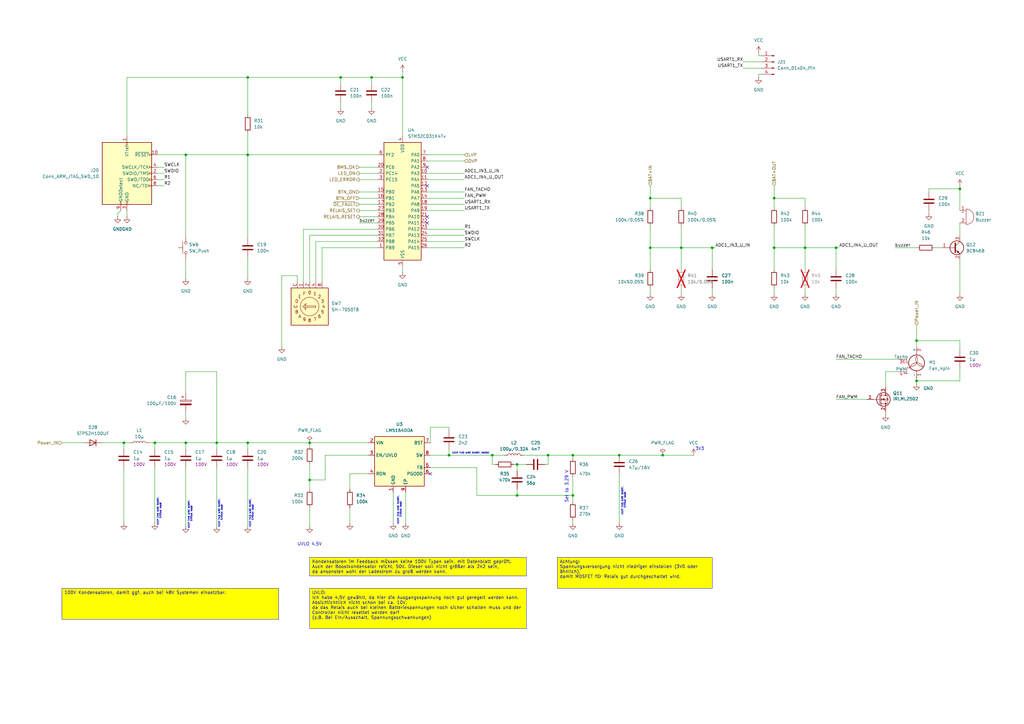
<source format=kicad_sch>
(kicad_sch
	(version 20250114)
	(generator "eeschema")
	(generator_version "9.0")
	(uuid "72baee58-3acb-4381-8344-e659d9461441")
	(paper "A3")
	(lib_symbols
		(symbol "Connector:Conn_01x04_Pin"
			(pin_names
				(offset 1.016)
				(hide yes)
			)
			(exclude_from_sim no)
			(in_bom yes)
			(on_board yes)
			(property "Reference" "J"
				(at 0 5.08 0)
				(effects
					(font
						(size 1.27 1.27)
					)
				)
			)
			(property "Value" "Conn_01x04_Pin"
				(at 0 -7.62 0)
				(effects
					(font
						(size 1.27 1.27)
					)
				)
			)
			(property "Footprint" ""
				(at 0 0 0)
				(effects
					(font
						(size 1.27 1.27)
					)
					(hide yes)
				)
			)
			(property "Datasheet" "~"
				(at 0 0 0)
				(effects
					(font
						(size 1.27 1.27)
					)
					(hide yes)
				)
			)
			(property "Description" "Generic connector, single row, 01x04, script generated"
				(at 0 0 0)
				(effects
					(font
						(size 1.27 1.27)
					)
					(hide yes)
				)
			)
			(property "ki_locked" ""
				(at 0 0 0)
				(effects
					(font
						(size 1.27 1.27)
					)
				)
			)
			(property "ki_keywords" "connector"
				(at 0 0 0)
				(effects
					(font
						(size 1.27 1.27)
					)
					(hide yes)
				)
			)
			(property "ki_fp_filters" "Connector*:*_1x??_*"
				(at 0 0 0)
				(effects
					(font
						(size 1.27 1.27)
					)
					(hide yes)
				)
			)
			(symbol "Conn_01x04_Pin_1_1"
				(rectangle
					(start 0.8636 2.667)
					(end 0 2.413)
					(stroke
						(width 0.1524)
						(type default)
					)
					(fill
						(type outline)
					)
				)
				(rectangle
					(start 0.8636 0.127)
					(end 0 -0.127)
					(stroke
						(width 0.1524)
						(type default)
					)
					(fill
						(type outline)
					)
				)
				(rectangle
					(start 0.8636 -2.413)
					(end 0 -2.667)
					(stroke
						(width 0.1524)
						(type default)
					)
					(fill
						(type outline)
					)
				)
				(rectangle
					(start 0.8636 -4.953)
					(end 0 -5.207)
					(stroke
						(width 0.1524)
						(type default)
					)
					(fill
						(type outline)
					)
				)
				(polyline
					(pts
						(xy 1.27 2.54) (xy 0.8636 2.54)
					)
					(stroke
						(width 0.1524)
						(type default)
					)
					(fill
						(type none)
					)
				)
				(polyline
					(pts
						(xy 1.27 0) (xy 0.8636 0)
					)
					(stroke
						(width 0.1524)
						(type default)
					)
					(fill
						(type none)
					)
				)
				(polyline
					(pts
						(xy 1.27 -2.54) (xy 0.8636 -2.54)
					)
					(stroke
						(width 0.1524)
						(type default)
					)
					(fill
						(type none)
					)
				)
				(polyline
					(pts
						(xy 1.27 -5.08) (xy 0.8636 -5.08)
					)
					(stroke
						(width 0.1524)
						(type default)
					)
					(fill
						(type none)
					)
				)
				(pin passive line
					(at 5.08 2.54 180)
					(length 3.81)
					(name "Pin_1"
						(effects
							(font
								(size 1.27 1.27)
							)
						)
					)
					(number "1"
						(effects
							(font
								(size 1.27 1.27)
							)
						)
					)
				)
				(pin passive line
					(at 5.08 0 180)
					(length 3.81)
					(name "Pin_2"
						(effects
							(font
								(size 1.27 1.27)
							)
						)
					)
					(number "2"
						(effects
							(font
								(size 1.27 1.27)
							)
						)
					)
				)
				(pin passive line
					(at 5.08 -2.54 180)
					(length 3.81)
					(name "Pin_3"
						(effects
							(font
								(size 1.27 1.27)
							)
						)
					)
					(number "3"
						(effects
							(font
								(size 1.27 1.27)
							)
						)
					)
				)
				(pin passive line
					(at 5.08 -5.08 180)
					(length 3.81)
					(name "Pin_4"
						(effects
							(font
								(size 1.27 1.27)
							)
						)
					)
					(number "4"
						(effects
							(font
								(size 1.27 1.27)
							)
						)
					)
				)
			)
			(embedded_fonts no)
		)
		(symbol "Connector:Conn_ARM_JTAG_SWD_10"
			(pin_names
				(offset 1.016)
			)
			(exclude_from_sim no)
			(in_bom yes)
			(on_board yes)
			(property "Reference" "J"
				(at -2.54 16.51 0)
				(effects
					(font
						(size 1.27 1.27)
					)
					(justify right)
				)
			)
			(property "Value" "Conn_ARM_JTAG_SWD_10"
				(at -2.54 13.97 0)
				(effects
					(font
						(size 1.27 1.27)
					)
					(justify right bottom)
				)
			)
			(property "Footprint" ""
				(at 0 0 0)
				(effects
					(font
						(size 1.27 1.27)
					)
					(hide yes)
				)
			)
			(property "Datasheet" "http://infocenter.arm.com/help/topic/com.arm.doc.ddi0314h/DDI0314H_coresight_components_trm.pdf"
				(at -8.89 -31.75 90)
				(effects
					(font
						(size 1.27 1.27)
					)
					(hide yes)
				)
			)
			(property "Description" "Cortex Debug Connector, standard ARM Cortex-M SWD and JTAG interface"
				(at 0 0 0)
				(effects
					(font
						(size 1.27 1.27)
					)
					(hide yes)
				)
			)
			(property "ki_keywords" "Cortex Debug Connector ARM SWD JTAG"
				(at 0 0 0)
				(effects
					(font
						(size 1.27 1.27)
					)
					(hide yes)
				)
			)
			(property "ki_fp_filters" "PinHeader?2x05?P1.27mm*"
				(at 0 0 0)
				(effects
					(font
						(size 1.27 1.27)
					)
					(hide yes)
				)
			)
			(symbol "Conn_ARM_JTAG_SWD_10_0_1"
				(rectangle
					(start -10.16 12.7)
					(end 10.16 -12.7)
					(stroke
						(width 0.254)
						(type default)
					)
					(fill
						(type background)
					)
				)
				(rectangle
					(start -2.794 -12.7)
					(end -2.286 -11.684)
					(stroke
						(width 0)
						(type default)
					)
					(fill
						(type none)
					)
				)
				(rectangle
					(start -0.254 12.7)
					(end 0.254 11.684)
					(stroke
						(width 0)
						(type default)
					)
					(fill
						(type none)
					)
				)
				(rectangle
					(start -0.254 -12.7)
					(end 0.254 -11.684)
					(stroke
						(width 0)
						(type default)
					)
					(fill
						(type none)
					)
				)
				(rectangle
					(start 9.144 2.286)
					(end 10.16 2.794)
					(stroke
						(width 0)
						(type default)
					)
					(fill
						(type none)
					)
				)
				(rectangle
					(start 10.16 7.874)
					(end 9.144 7.366)
					(stroke
						(width 0)
						(type default)
					)
					(fill
						(type none)
					)
				)
				(rectangle
					(start 10.16 -0.254)
					(end 9.144 0.254)
					(stroke
						(width 0)
						(type default)
					)
					(fill
						(type none)
					)
				)
				(rectangle
					(start 10.16 -2.794)
					(end 9.144 -2.286)
					(stroke
						(width 0)
						(type default)
					)
					(fill
						(type none)
					)
				)
			)
			(symbol "Conn_ARM_JTAG_SWD_10_1_1"
				(rectangle
					(start 9.144 -5.334)
					(end 10.16 -4.826)
					(stroke
						(width 0)
						(type default)
					)
					(fill
						(type none)
					)
				)
				(pin no_connect line
					(at -10.16 0 0)
					(length 2.54)
					(hide yes)
					(name "KEY"
						(effects
							(font
								(size 1.27 1.27)
							)
						)
					)
					(number "7"
						(effects
							(font
								(size 1.27 1.27)
							)
						)
					)
				)
				(pin passive line
					(at -2.54 -15.24 90)
					(length 2.54)
					(name "GNDDetect"
						(effects
							(font
								(size 1.27 1.27)
							)
						)
					)
					(number "9"
						(effects
							(font
								(size 1.27 1.27)
							)
						)
					)
				)
				(pin power_in line
					(at 0 15.24 270)
					(length 2.54)
					(name "VTref"
						(effects
							(font
								(size 1.27 1.27)
							)
						)
					)
					(number "1"
						(effects
							(font
								(size 1.27 1.27)
							)
						)
					)
				)
				(pin power_in line
					(at 0 -15.24 90)
					(length 2.54)
					(name "GND"
						(effects
							(font
								(size 1.27 1.27)
							)
						)
					)
					(number "3"
						(effects
							(font
								(size 1.27 1.27)
							)
						)
					)
				)
				(pin passive line
					(at 0 -15.24 90)
					(length 2.54)
					(hide yes)
					(name "GND"
						(effects
							(font
								(size 1.27 1.27)
							)
						)
					)
					(number "5"
						(effects
							(font
								(size 1.27 1.27)
							)
						)
					)
				)
				(pin open_collector line
					(at 12.7 7.62 180)
					(length 2.54)
					(name "~{RESET}"
						(effects
							(font
								(size 1.27 1.27)
							)
						)
					)
					(number "10"
						(effects
							(font
								(size 1.27 1.27)
							)
						)
					)
				)
				(pin output line
					(at 12.7 2.54 180)
					(length 2.54)
					(name "SWCLK/TCK"
						(effects
							(font
								(size 1.27 1.27)
							)
						)
					)
					(number "4"
						(effects
							(font
								(size 1.27 1.27)
							)
						)
					)
				)
				(pin bidirectional line
					(at 12.7 0 180)
					(length 2.54)
					(name "SWDIO/TMS"
						(effects
							(font
								(size 1.27 1.27)
							)
						)
					)
					(number "2"
						(effects
							(font
								(size 1.27 1.27)
							)
						)
					)
				)
				(pin input line
					(at 12.7 -2.54 180)
					(length 2.54)
					(name "SWO/TDO"
						(effects
							(font
								(size 1.27 1.27)
							)
						)
					)
					(number "6"
						(effects
							(font
								(size 1.27 1.27)
							)
						)
					)
				)
				(pin output line
					(at 12.7 -5.08 180)
					(length 2.54)
					(name "NC/TDI"
						(effects
							(font
								(size 1.27 1.27)
							)
						)
					)
					(number "8"
						(effects
							(font
								(size 1.27 1.27)
							)
						)
					)
				)
			)
			(embedded_fonts no)
		)
		(symbol "Device:Buzzer"
			(pin_names
				(offset 0.0254)
				(hide yes)
			)
			(exclude_from_sim no)
			(in_bom yes)
			(on_board yes)
			(property "Reference" "BZ"
				(at 3.81 1.27 0)
				(effects
					(font
						(size 1.27 1.27)
					)
					(justify left)
				)
			)
			(property "Value" "Buzzer"
				(at 3.81 -1.27 0)
				(effects
					(font
						(size 1.27 1.27)
					)
					(justify left)
				)
			)
			(property "Footprint" ""
				(at -0.635 2.54 90)
				(effects
					(font
						(size 1.27 1.27)
					)
					(hide yes)
				)
			)
			(property "Datasheet" "~"
				(at -0.635 2.54 90)
				(effects
					(font
						(size 1.27 1.27)
					)
					(hide yes)
				)
			)
			(property "Description" "Buzzer, polarized"
				(at 0 0 0)
				(effects
					(font
						(size 1.27 1.27)
					)
					(hide yes)
				)
			)
			(property "ki_keywords" "quartz resonator ceramic"
				(at 0 0 0)
				(effects
					(font
						(size 1.27 1.27)
					)
					(hide yes)
				)
			)
			(property "ki_fp_filters" "*Buzzer*"
				(at 0 0 0)
				(effects
					(font
						(size 1.27 1.27)
					)
					(hide yes)
				)
			)
			(symbol "Buzzer_0_1"
				(polyline
					(pts
						(xy -1.651 1.905) (xy -1.143 1.905)
					)
					(stroke
						(width 0)
						(type default)
					)
					(fill
						(type none)
					)
				)
				(polyline
					(pts
						(xy -1.397 2.159) (xy -1.397 1.651)
					)
					(stroke
						(width 0)
						(type default)
					)
					(fill
						(type none)
					)
				)
				(arc
					(start 0 3.175)
					(mid 3.1612 0)
					(end 0 -3.175)
					(stroke
						(width 0)
						(type default)
					)
					(fill
						(type none)
					)
				)
				(polyline
					(pts
						(xy 0 3.175) (xy 0 -3.175)
					)
					(stroke
						(width 0)
						(type default)
					)
					(fill
						(type none)
					)
				)
			)
			(symbol "Buzzer_1_1"
				(pin passive line
					(at -2.54 2.54 0)
					(length 2.54)
					(name "+"
						(effects
							(font
								(size 1.27 1.27)
							)
						)
					)
					(number "1"
						(effects
							(font
								(size 1.27 1.27)
							)
						)
					)
				)
				(pin passive line
					(at -2.54 -2.54 0)
					(length 2.54)
					(name "-"
						(effects
							(font
								(size 1.27 1.27)
							)
						)
					)
					(number "2"
						(effects
							(font
								(size 1.27 1.27)
							)
						)
					)
				)
			)
			(embedded_fonts no)
		)
		(symbol "Device:C"
			(pin_numbers
				(hide yes)
			)
			(pin_names
				(offset 0.254)
			)
			(exclude_from_sim no)
			(in_bom yes)
			(on_board yes)
			(property "Reference" "C"
				(at 0.635 2.54 0)
				(effects
					(font
						(size 1.27 1.27)
					)
					(justify left)
				)
			)
			(property "Value" "C"
				(at 0.635 -2.54 0)
				(effects
					(font
						(size 1.27 1.27)
					)
					(justify left)
				)
			)
			(property "Footprint" ""
				(at 0.9652 -3.81 0)
				(effects
					(font
						(size 1.27 1.27)
					)
					(hide yes)
				)
			)
			(property "Datasheet" "~"
				(at 0 0 0)
				(effects
					(font
						(size 1.27 1.27)
					)
					(hide yes)
				)
			)
			(property "Description" "Unpolarized capacitor"
				(at 0 0 0)
				(effects
					(font
						(size 1.27 1.27)
					)
					(hide yes)
				)
			)
			(property "ki_keywords" "cap capacitor"
				(at 0 0 0)
				(effects
					(font
						(size 1.27 1.27)
					)
					(hide yes)
				)
			)
			(property "ki_fp_filters" "C_*"
				(at 0 0 0)
				(effects
					(font
						(size 1.27 1.27)
					)
					(hide yes)
				)
			)
			(symbol "C_0_1"
				(polyline
					(pts
						(xy -2.032 0.762) (xy 2.032 0.762)
					)
					(stroke
						(width 0.508)
						(type default)
					)
					(fill
						(type none)
					)
				)
				(polyline
					(pts
						(xy -2.032 -0.762) (xy 2.032 -0.762)
					)
					(stroke
						(width 0.508)
						(type default)
					)
					(fill
						(type none)
					)
				)
			)
			(symbol "C_1_1"
				(pin passive line
					(at 0 3.81 270)
					(length 2.794)
					(name "~"
						(effects
							(font
								(size 1.27 1.27)
							)
						)
					)
					(number "1"
						(effects
							(font
								(size 1.27 1.27)
							)
						)
					)
				)
				(pin passive line
					(at 0 -3.81 90)
					(length 2.794)
					(name "~"
						(effects
							(font
								(size 1.27 1.27)
							)
						)
					)
					(number "2"
						(effects
							(font
								(size 1.27 1.27)
							)
						)
					)
				)
			)
			(embedded_fonts no)
		)
		(symbol "Device:C_Polarized"
			(pin_numbers
				(hide yes)
			)
			(pin_names
				(offset 0.254)
			)
			(exclude_from_sim no)
			(in_bom yes)
			(on_board yes)
			(property "Reference" "C"
				(at 0.635 2.54 0)
				(effects
					(font
						(size 1.27 1.27)
					)
					(justify left)
				)
			)
			(property "Value" "C_Polarized"
				(at 0.635 -2.54 0)
				(effects
					(font
						(size 1.27 1.27)
					)
					(justify left)
				)
			)
			(property "Footprint" ""
				(at 0.9652 -3.81 0)
				(effects
					(font
						(size 1.27 1.27)
					)
					(hide yes)
				)
			)
			(property "Datasheet" "~"
				(at 0 0 0)
				(effects
					(font
						(size 1.27 1.27)
					)
					(hide yes)
				)
			)
			(property "Description" "Polarized capacitor"
				(at 0 0 0)
				(effects
					(font
						(size 1.27 1.27)
					)
					(hide yes)
				)
			)
			(property "ki_keywords" "cap capacitor"
				(at 0 0 0)
				(effects
					(font
						(size 1.27 1.27)
					)
					(hide yes)
				)
			)
			(property "ki_fp_filters" "CP_*"
				(at 0 0 0)
				(effects
					(font
						(size 1.27 1.27)
					)
					(hide yes)
				)
			)
			(symbol "C_Polarized_0_1"
				(rectangle
					(start -2.286 0.508)
					(end 2.286 1.016)
					(stroke
						(width 0)
						(type default)
					)
					(fill
						(type none)
					)
				)
				(polyline
					(pts
						(xy -1.778 2.286) (xy -0.762 2.286)
					)
					(stroke
						(width 0)
						(type default)
					)
					(fill
						(type none)
					)
				)
				(polyline
					(pts
						(xy -1.27 2.794) (xy -1.27 1.778)
					)
					(stroke
						(width 0)
						(type default)
					)
					(fill
						(type none)
					)
				)
				(rectangle
					(start 2.286 -0.508)
					(end -2.286 -1.016)
					(stroke
						(width 0)
						(type default)
					)
					(fill
						(type outline)
					)
				)
			)
			(symbol "C_Polarized_1_1"
				(pin passive line
					(at 0 3.81 270)
					(length 2.794)
					(name "~"
						(effects
							(font
								(size 1.27 1.27)
							)
						)
					)
					(number "1"
						(effects
							(font
								(size 1.27 1.27)
							)
						)
					)
				)
				(pin passive line
					(at 0 -3.81 90)
					(length 2.794)
					(name "~"
						(effects
							(font
								(size 1.27 1.27)
							)
						)
					)
					(number "2"
						(effects
							(font
								(size 1.27 1.27)
							)
						)
					)
				)
			)
			(embedded_fonts no)
		)
		(symbol "Device:D"
			(pin_numbers
				(hide yes)
			)
			(pin_names
				(offset 1.016)
				(hide yes)
			)
			(exclude_from_sim no)
			(in_bom yes)
			(on_board yes)
			(property "Reference" "D"
				(at 0 2.54 0)
				(effects
					(font
						(size 1.27 1.27)
					)
				)
			)
			(property "Value" "D"
				(at 0 -2.54 0)
				(effects
					(font
						(size 1.27 1.27)
					)
				)
			)
			(property "Footprint" ""
				(at 0 0 0)
				(effects
					(font
						(size 1.27 1.27)
					)
					(hide yes)
				)
			)
			(property "Datasheet" "~"
				(at 0 0 0)
				(effects
					(font
						(size 1.27 1.27)
					)
					(hide yes)
				)
			)
			(property "Description" "Diode"
				(at 0 0 0)
				(effects
					(font
						(size 1.27 1.27)
					)
					(hide yes)
				)
			)
			(property "Sim.Device" "D"
				(at 0 0 0)
				(effects
					(font
						(size 1.27 1.27)
					)
					(hide yes)
				)
			)
			(property "Sim.Pins" "1=K 2=A"
				(at 0 0 0)
				(effects
					(font
						(size 1.27 1.27)
					)
					(hide yes)
				)
			)
			(property "ki_keywords" "diode"
				(at 0 0 0)
				(effects
					(font
						(size 1.27 1.27)
					)
					(hide yes)
				)
			)
			(property "ki_fp_filters" "TO-???* *_Diode_* *SingleDiode* D_*"
				(at 0 0 0)
				(effects
					(font
						(size 1.27 1.27)
					)
					(hide yes)
				)
			)
			(symbol "D_0_1"
				(polyline
					(pts
						(xy -1.27 1.27) (xy -1.27 -1.27)
					)
					(stroke
						(width 0.254)
						(type default)
					)
					(fill
						(type none)
					)
				)
				(polyline
					(pts
						(xy 1.27 1.27) (xy 1.27 -1.27) (xy -1.27 0) (xy 1.27 1.27)
					)
					(stroke
						(width 0.254)
						(type default)
					)
					(fill
						(type none)
					)
				)
				(polyline
					(pts
						(xy 1.27 0) (xy -1.27 0)
					)
					(stroke
						(width 0)
						(type default)
					)
					(fill
						(type none)
					)
				)
			)
			(symbol "D_1_1"
				(pin passive line
					(at -3.81 0 0)
					(length 2.54)
					(name "K"
						(effects
							(font
								(size 1.27 1.27)
							)
						)
					)
					(number "1"
						(effects
							(font
								(size 1.27 1.27)
							)
						)
					)
				)
				(pin passive line
					(at 3.81 0 180)
					(length 2.54)
					(name "A"
						(effects
							(font
								(size 1.27 1.27)
							)
						)
					)
					(number "2"
						(effects
							(font
								(size 1.27 1.27)
							)
						)
					)
				)
			)
			(embedded_fonts no)
		)
		(symbol "Device:L"
			(pin_numbers
				(hide yes)
			)
			(pin_names
				(offset 1.016)
				(hide yes)
			)
			(exclude_from_sim no)
			(in_bom yes)
			(on_board yes)
			(property "Reference" "L"
				(at -1.27 0 90)
				(effects
					(font
						(size 1.27 1.27)
					)
				)
			)
			(property "Value" "L"
				(at 1.905 0 90)
				(effects
					(font
						(size 1.27 1.27)
					)
				)
			)
			(property "Footprint" ""
				(at 0 0 0)
				(effects
					(font
						(size 1.27 1.27)
					)
					(hide yes)
				)
			)
			(property "Datasheet" "~"
				(at 0 0 0)
				(effects
					(font
						(size 1.27 1.27)
					)
					(hide yes)
				)
			)
			(property "Description" "Inductor"
				(at 0 0 0)
				(effects
					(font
						(size 1.27 1.27)
					)
					(hide yes)
				)
			)
			(property "ki_keywords" "inductor choke coil reactor magnetic"
				(at 0 0 0)
				(effects
					(font
						(size 1.27 1.27)
					)
					(hide yes)
				)
			)
			(property "ki_fp_filters" "Choke_* *Coil* Inductor_* L_*"
				(at 0 0 0)
				(effects
					(font
						(size 1.27 1.27)
					)
					(hide yes)
				)
			)
			(symbol "L_0_1"
				(arc
					(start 0 2.54)
					(mid 0.6323 1.905)
					(end 0 1.27)
					(stroke
						(width 0)
						(type default)
					)
					(fill
						(type none)
					)
				)
				(arc
					(start 0 1.27)
					(mid 0.6323 0.635)
					(end 0 0)
					(stroke
						(width 0)
						(type default)
					)
					(fill
						(type none)
					)
				)
				(arc
					(start 0 0)
					(mid 0.6323 -0.635)
					(end 0 -1.27)
					(stroke
						(width 0)
						(type default)
					)
					(fill
						(type none)
					)
				)
				(arc
					(start 0 -1.27)
					(mid 0.6323 -1.905)
					(end 0 -2.54)
					(stroke
						(width 0)
						(type default)
					)
					(fill
						(type none)
					)
				)
			)
			(symbol "L_1_1"
				(pin passive line
					(at 0 3.81 270)
					(length 1.27)
					(name "1"
						(effects
							(font
								(size 1.27 1.27)
							)
						)
					)
					(number "1"
						(effects
							(font
								(size 1.27 1.27)
							)
						)
					)
				)
				(pin passive line
					(at 0 -3.81 90)
					(length 1.27)
					(name "2"
						(effects
							(font
								(size 1.27 1.27)
							)
						)
					)
					(number "2"
						(effects
							(font
								(size 1.27 1.27)
							)
						)
					)
				)
			)
			(embedded_fonts no)
		)
		(symbol "Device:R"
			(pin_numbers
				(hide yes)
			)
			(pin_names
				(offset 0)
			)
			(exclude_from_sim no)
			(in_bom yes)
			(on_board yes)
			(property "Reference" "R"
				(at 2.032 0 90)
				(effects
					(font
						(size 1.27 1.27)
					)
				)
			)
			(property "Value" "R"
				(at 0 0 90)
				(effects
					(font
						(size 1.27 1.27)
					)
				)
			)
			(property "Footprint" ""
				(at -1.778 0 90)
				(effects
					(font
						(size 1.27 1.27)
					)
					(hide yes)
				)
			)
			(property "Datasheet" "~"
				(at 0 0 0)
				(effects
					(font
						(size 1.27 1.27)
					)
					(hide yes)
				)
			)
			(property "Description" "Resistor"
				(at 0 0 0)
				(effects
					(font
						(size 1.27 1.27)
					)
					(hide yes)
				)
			)
			(property "ki_keywords" "R res resistor"
				(at 0 0 0)
				(effects
					(font
						(size 1.27 1.27)
					)
					(hide yes)
				)
			)
			(property "ki_fp_filters" "R_*"
				(at 0 0 0)
				(effects
					(font
						(size 1.27 1.27)
					)
					(hide yes)
				)
			)
			(symbol "R_0_1"
				(rectangle
					(start -1.016 -2.54)
					(end 1.016 2.54)
					(stroke
						(width 0.254)
						(type default)
					)
					(fill
						(type none)
					)
				)
			)
			(symbol "R_1_1"
				(pin passive line
					(at 0 3.81 270)
					(length 1.27)
					(name "~"
						(effects
							(font
								(size 1.27 1.27)
							)
						)
					)
					(number "1"
						(effects
							(font
								(size 1.27 1.27)
							)
						)
					)
				)
				(pin passive line
					(at 0 -3.81 90)
					(length 1.27)
					(name "~"
						(effects
							(font
								(size 1.27 1.27)
							)
						)
					)
					(number "2"
						(effects
							(font
								(size 1.27 1.27)
							)
						)
					)
				)
			)
			(embedded_fonts no)
		)
		(symbol "MCU_ST_STM32C0:STM32C031K4Tx"
			(exclude_from_sim no)
			(in_bom yes)
			(on_board yes)
			(property "Reference" "U"
				(at -7.62 26.67 0)
				(effects
					(font
						(size 1.27 1.27)
					)
					(justify left)
				)
			)
			(property "Value" "STM32C031K4Tx"
				(at 2.54 26.67 0)
				(effects
					(font
						(size 1.27 1.27)
					)
					(justify left)
				)
			)
			(property "Footprint" "Package_QFP:LQFP-32_7x7mm_P0.8mm"
				(at -7.62 -22.86 0)
				(effects
					(font
						(size 1.27 1.27)
					)
					(justify right)
					(hide yes)
				)
			)
			(property "Datasheet" "https://www.st.com/resource/en/datasheet/stm32c031k4.pdf"
				(at 0 0 0)
				(effects
					(font
						(size 1.27 1.27)
					)
					(hide yes)
				)
			)
			(property "Description" "STMicroelectronics Arm Cortex-M0+ MCU, 16KB flash, 12KB RAM, 48 MHz, 2.0-3.6V, 30 GPIO, LQFP32"
				(at 0 0 0)
				(effects
					(font
						(size 1.27 1.27)
					)
					(hide yes)
				)
			)
			(property "ki_keywords" "Arm Cortex-M0+ STM32C0 STM32C0x1"
				(at 0 0 0)
				(effects
					(font
						(size 1.27 1.27)
					)
					(hide yes)
				)
			)
			(property "ki_fp_filters" "LQFP*7x7mm*P0.8mm*"
				(at 0 0 0)
				(effects
					(font
						(size 1.27 1.27)
					)
					(hide yes)
				)
			)
			(symbol "STM32C031K4Tx_0_1"
				(rectangle
					(start -7.62 -22.86)
					(end 7.62 25.4)
					(stroke
						(width 0.254)
						(type default)
					)
					(fill
						(type background)
					)
				)
			)
			(symbol "STM32C031K4Tx_1_1"
				(pin bidirectional line
					(at -10.16 20.32 0)
					(length 2.54)
					(name "PF2"
						(effects
							(font
								(size 1.27 1.27)
							)
						)
					)
					(number "6"
						(effects
							(font
								(size 1.27 1.27)
							)
						)
					)
					(alternate "RCC_MCO" bidirectional line)
					(alternate "TIM1_CH4" bidirectional line)
				)
				(pin bidirectional line
					(at -10.16 15.24 0)
					(length 2.54)
					(name "PC6"
						(effects
							(font
								(size 1.27 1.27)
							)
						)
					)
					(number "20"
						(effects
							(font
								(size 1.27 1.27)
							)
						)
					)
					(alternate "TIM3_CH1" bidirectional line)
				)
				(pin bidirectional line
					(at -10.16 12.7 0)
					(length 2.54)
					(name "PC14"
						(effects
							(font
								(size 1.27 1.27)
							)
						)
					)
					(number "2"
						(effects
							(font
								(size 1.27 1.27)
							)
						)
					)
					(alternate "I2C1_SDA" bidirectional line)
					(alternate "IR_OUT" bidirectional line)
					(alternate "RCC_OSCX_IN" bidirectional line)
					(alternate "TIM17_CH1" bidirectional line)
					(alternate "TIM1_BKIN2" bidirectional line)
					(alternate "TIM1_ETR" bidirectional line)
					(alternate "TIM3_CH2" bidirectional line)
					(alternate "USART1_TX" bidirectional line)
					(alternate "USART2_CK" bidirectional line)
					(alternate "USART2_DE" bidirectional line)
					(alternate "USART2_RTS" bidirectional line)
				)
				(pin bidirectional line
					(at -10.16 10.16 0)
					(length 2.54)
					(name "PC15"
						(effects
							(font
								(size 1.27 1.27)
							)
						)
					)
					(number "3"
						(effects
							(font
								(size 1.27 1.27)
							)
						)
					)
					(alternate "RCC_OSC32_EN" bidirectional line)
					(alternate "RCC_OSCX_OUT" bidirectional line)
					(alternate "RCC_OSC_EN" bidirectional line)
					(alternate "TIM1_ETR" bidirectional line)
					(alternate "TIM3_CH3" bidirectional line)
				)
				(pin bidirectional line
					(at -10.16 5.08 0)
					(length 2.54)
					(name "PB0"
						(effects
							(font
								(size 1.27 1.27)
							)
						)
					)
					(number "15"
						(effects
							(font
								(size 1.27 1.27)
							)
						)
					)
					(alternate "ADC1_IN17" bidirectional line)
					(alternate "I2S1_WS" bidirectional line)
					(alternate "SPI1_NSS" bidirectional line)
					(alternate "TIM1_CH2N" bidirectional line)
					(alternate "TIM3_CH3" bidirectional line)
				)
				(pin bidirectional line
					(at -10.16 2.54 0)
					(length 2.54)
					(name "PB1"
						(effects
							(font
								(size 1.27 1.27)
							)
						)
					)
					(number "16"
						(effects
							(font
								(size 1.27 1.27)
							)
						)
					)
					(alternate "ADC1_IN18" bidirectional line)
					(alternate "TIM14_CH1" bidirectional line)
					(alternate "TIM1_CH2N" bidirectional line)
					(alternate "TIM1_CH3N" bidirectional line)
					(alternate "TIM3_CH4" bidirectional line)
				)
				(pin bidirectional line
					(at -10.16 0 0)
					(length 2.54)
					(name "PB2"
						(effects
							(font
								(size 1.27 1.27)
							)
						)
					)
					(number "17"
						(effects
							(font
								(size 1.27 1.27)
							)
						)
					)
					(alternate "ADC1_IN19" bidirectional line)
					(alternate "RCC_MCO_2" bidirectional line)
					(alternate "USART1_RX" bidirectional line)
				)
				(pin bidirectional line
					(at -10.16 -2.54 0)
					(length 2.54)
					(name "PB3"
						(effects
							(font
								(size 1.27 1.27)
							)
						)
					)
					(number "27"
						(effects
							(font
								(size 1.27 1.27)
							)
						)
					)
					(alternate "I2S1_CK" bidirectional line)
					(alternate "SPI1_SCK" bidirectional line)
					(alternate "TIM1_CH2" bidirectional line)
					(alternate "TIM3_CH2" bidirectional line)
					(alternate "USART1_CK" bidirectional line)
					(alternate "USART1_DE" bidirectional line)
					(alternate "USART1_RTS" bidirectional line)
				)
				(pin bidirectional line
					(at -10.16 -5.08 0)
					(length 2.54)
					(name "PB4"
						(effects
							(font
								(size 1.27 1.27)
							)
						)
					)
					(number "28"
						(effects
							(font
								(size 1.27 1.27)
							)
						)
					)
					(alternate "I2S1_MCK" bidirectional line)
					(alternate "SPI1_MISO" bidirectional line)
					(alternate "TIM17_BKIN" bidirectional line)
					(alternate "TIM3_CH1" bidirectional line)
					(alternate "USART1_CTS" bidirectional line)
					(alternate "USART1_NSS" bidirectional line)
				)
				(pin bidirectional line
					(at -10.16 -7.62 0)
					(length 2.54)
					(name "PB5"
						(effects
							(font
								(size 1.27 1.27)
							)
						)
					)
					(number "29"
						(effects
							(font
								(size 1.27 1.27)
							)
						)
					)
					(alternate "I2C1_SMBA" bidirectional line)
					(alternate "I2S1_SD" bidirectional line)
					(alternate "PWR_WKUP6" bidirectional line)
					(alternate "SPI1_MOSI" bidirectional line)
					(alternate "TIM16_BKIN" bidirectional line)
					(alternate "TIM3_CH2" bidirectional line)
					(alternate "TIM3_CH3" bidirectional line)
				)
				(pin bidirectional line
					(at -10.16 -10.16 0)
					(length 2.54)
					(name "PB6"
						(effects
							(font
								(size 1.27 1.27)
							)
						)
					)
					(number "30"
						(effects
							(font
								(size 1.27 1.27)
							)
						)
					)
					(alternate "I2C1_SCL" bidirectional line)
					(alternate "I2C1_SMBA" bidirectional line)
					(alternate "I2S1_CK" bidirectional line)
					(alternate "I2S1_MCK" bidirectional line)
					(alternate "I2S1_SD" bidirectional line)
					(alternate "PWR_WKUP3" bidirectional line)
					(alternate "SPI1_MISO" bidirectional line)
					(alternate "SPI1_MOSI" bidirectional line)
					(alternate "SPI1_SCK" bidirectional line)
					(alternate "TIM16_BKIN" bidirectional line)
					(alternate "TIM16_CH1N" bidirectional line)
					(alternate "TIM17_BKIN" bidirectional line)
					(alternate "TIM1_CH2" bidirectional line)
					(alternate "TIM1_CH3" bidirectional line)
					(alternate "TIM3_CH1" bidirectional line)
					(alternate "TIM3_CH2" bidirectional line)
					(alternate "TIM3_CH3" bidirectional line)
					(alternate "USART1_CK" bidirectional line)
					(alternate "USART1_CTS" bidirectional line)
					(alternate "USART1_DE" bidirectional line)
					(alternate "USART1_NSS" bidirectional line)
					(alternate "USART1_RTS" bidirectional line)
					(alternate "USART1_TX" bidirectional line)
				)
				(pin bidirectional line
					(at -10.16 -12.7 0)
					(length 2.54)
					(name "PB7"
						(effects
							(font
								(size 1.27 1.27)
							)
						)
					)
					(number "31"
						(effects
							(font
								(size 1.27 1.27)
							)
						)
					)
					(alternate "I2C1_SCL" bidirectional line)
					(alternate "I2C1_SDA" bidirectional line)
					(alternate "RTC_REFIN" bidirectional line)
					(alternate "TIM16_CH1" bidirectional line)
					(alternate "TIM17_CH1N" bidirectional line)
					(alternate "TIM1_CH4" bidirectional line)
					(alternate "TIM3_CH1" bidirectional line)
					(alternate "TIM3_CH4" bidirectional line)
					(alternate "USART1_RX" bidirectional line)
					(alternate "USART2_CTS" bidirectional line)
					(alternate "USART2_NSS" bidirectional line)
				)
				(pin bidirectional line
					(at -10.16 -15.24 0)
					(length 2.54)
					(name "PB8"
						(effects
							(font
								(size 1.27 1.27)
							)
						)
					)
					(number "32"
						(effects
							(font
								(size 1.27 1.27)
							)
						)
					)
					(alternate "I2C1_SCL" bidirectional line)
					(alternate "TIM16_CH1" bidirectional line)
					(alternate "TIM3_CH1" bidirectional line)
					(alternate "USART2_CTS" bidirectional line)
					(alternate "USART2_NSS" bidirectional line)
				)
				(pin bidirectional line
					(at -10.16 -17.78 0)
					(length 2.54)
					(name "PB9"
						(effects
							(font
								(size 1.27 1.27)
							)
						)
					)
					(number "1"
						(effects
							(font
								(size 1.27 1.27)
							)
						)
					)
					(alternate "I2C1_SDA" bidirectional line)
					(alternate "IR_OUT" bidirectional line)
					(alternate "TIM17_CH1" bidirectional line)
					(alternate "TIM3_CH2" bidirectional line)
					(alternate "USART2_CK" bidirectional line)
					(alternate "USART2_DE" bidirectional line)
					(alternate "USART2_RTS" bidirectional line)
				)
				(pin power_in line
					(at 0 27.94 270)
					(length 2.54)
					(name "VDD"
						(effects
							(font
								(size 1.27 1.27)
							)
						)
					)
					(number "4"
						(effects
							(font
								(size 1.27 1.27)
							)
						)
					)
				)
				(pin power_in line
					(at 0 -25.4 90)
					(length 2.54)
					(name "VSS"
						(effects
							(font
								(size 1.27 1.27)
							)
						)
					)
					(number "5"
						(effects
							(font
								(size 1.27 1.27)
							)
						)
					)
				)
				(pin bidirectional line
					(at 10.16 20.32 180)
					(length 2.54)
					(name "PA0"
						(effects
							(font
								(size 1.27 1.27)
							)
						)
					)
					(number "7"
						(effects
							(font
								(size 1.27 1.27)
							)
						)
					)
					(alternate "ADC1_IN0" bidirectional line)
					(alternate "PWR_WKUP1" bidirectional line)
					(alternate "TIM16_CH1" bidirectional line)
					(alternate "TIM1_CH1" bidirectional line)
					(alternate "USART1_TX" bidirectional line)
					(alternate "USART2_CTS" bidirectional line)
					(alternate "USART2_NSS" bidirectional line)
				)
				(pin bidirectional line
					(at 10.16 17.78 180)
					(length 2.54)
					(name "PA1"
						(effects
							(font
								(size 1.27 1.27)
							)
						)
					)
					(number "8"
						(effects
							(font
								(size 1.27 1.27)
							)
						)
					)
					(alternate "ADC1_IN1" bidirectional line)
					(alternate "I2C1_SMBA" bidirectional line)
					(alternate "I2S1_CK" bidirectional line)
					(alternate "SPI1_SCK" bidirectional line)
					(alternate "TIM17_CH1" bidirectional line)
					(alternate "TIM1_CH2" bidirectional line)
					(alternate "USART1_RX" bidirectional line)
					(alternate "USART2_CK" bidirectional line)
					(alternate "USART2_DE" bidirectional line)
					(alternate "USART2_RTS" bidirectional line)
				)
				(pin bidirectional line
					(at 10.16 15.24 180)
					(length 2.54)
					(name "PA2"
						(effects
							(font
								(size 1.27 1.27)
							)
						)
					)
					(number "9"
						(effects
							(font
								(size 1.27 1.27)
							)
						)
					)
					(alternate "ADC1_IN2" bidirectional line)
					(alternate "I2S1_SD" bidirectional line)
					(alternate "PWR_WKUP4" bidirectional line)
					(alternate "RCC_LSCO" bidirectional line)
					(alternate "SPI1_MOSI" bidirectional line)
					(alternate "TIM16_CH1N" bidirectional line)
					(alternate "TIM1_CH3" bidirectional line)
					(alternate "TIM3_ETR" bidirectional line)
					(alternate "USART2_TX" bidirectional line)
				)
				(pin bidirectional line
					(at 10.16 12.7 180)
					(length 2.54)
					(name "PA3"
						(effects
							(font
								(size 1.27 1.27)
							)
						)
					)
					(number "10"
						(effects
							(font
								(size 1.27 1.27)
							)
						)
					)
					(alternate "ADC1_IN3" bidirectional line)
					(alternate "TIM1_CH1N" bidirectional line)
					(alternate "TIM1_CH4" bidirectional line)
					(alternate "USART2_RX" bidirectional line)
				)
				(pin bidirectional line
					(at 10.16 10.16 180)
					(length 2.54)
					(name "PA4"
						(effects
							(font
								(size 1.27 1.27)
							)
						)
					)
					(number "11"
						(effects
							(font
								(size 1.27 1.27)
							)
						)
					)
					(alternate "ADC1_IN4" bidirectional line)
					(alternate "I2S1_WS" bidirectional line)
					(alternate "PWR_WKUP2" bidirectional line)
					(alternate "RTC_OUT1" bidirectional line)
					(alternate "RTC_TS" bidirectional line)
					(alternate "SPI1_NSS" bidirectional line)
					(alternate "TIM14_CH1" bidirectional line)
					(alternate "TIM17_CH1N" bidirectional line)
					(alternate "TIM1_CH2N" bidirectional line)
					(alternate "USART2_TX" bidirectional line)
				)
				(pin bidirectional line
					(at 10.16 7.62 180)
					(length 2.54)
					(name "PA5"
						(effects
							(font
								(size 1.27 1.27)
							)
						)
					)
					(number "12"
						(effects
							(font
								(size 1.27 1.27)
							)
						)
					)
					(alternate "ADC1_IN5" bidirectional line)
					(alternate "I2S1_CK" bidirectional line)
					(alternate "SPI1_SCK" bidirectional line)
					(alternate "TIM1_CH1" bidirectional line)
					(alternate "TIM1_CH3N" bidirectional line)
					(alternate "USART2_RX" bidirectional line)
				)
				(pin bidirectional line
					(at 10.16 5.08 180)
					(length 2.54)
					(name "PA6"
						(effects
							(font
								(size 1.27 1.27)
							)
						)
					)
					(number "13"
						(effects
							(font
								(size 1.27 1.27)
							)
						)
					)
					(alternate "ADC1_IN6" bidirectional line)
					(alternate "I2S1_MCK" bidirectional line)
					(alternate "SPI1_MISO" bidirectional line)
					(alternate "TIM16_CH1" bidirectional line)
					(alternate "TIM1_BKIN" bidirectional line)
					(alternate "TIM3_CH1" bidirectional line)
				)
				(pin bidirectional line
					(at 10.16 2.54 180)
					(length 2.54)
					(name "PA7"
						(effects
							(font
								(size 1.27 1.27)
							)
						)
					)
					(number "14"
						(effects
							(font
								(size 1.27 1.27)
							)
						)
					)
					(alternate "ADC1_IN7" bidirectional line)
					(alternate "I2S1_SD" bidirectional line)
					(alternate "SPI1_MOSI" bidirectional line)
					(alternate "TIM14_CH1" bidirectional line)
					(alternate "TIM17_CH1" bidirectional line)
					(alternate "TIM1_CH1N" bidirectional line)
					(alternate "TIM3_CH2" bidirectional line)
				)
				(pin bidirectional line
					(at 10.16 0 180)
					(length 2.54)
					(name "PA8"
						(effects
							(font
								(size 1.27 1.27)
							)
						)
					)
					(number "18"
						(effects
							(font
								(size 1.27 1.27)
							)
						)
					)
					(alternate "ADC1_IN8" bidirectional line)
					(alternate "I2S1_WS" bidirectional line)
					(alternate "RCC_MCO" bidirectional line)
					(alternate "RCC_MCO_2" bidirectional line)
					(alternate "SPI1_NSS" bidirectional line)
					(alternate "TIM14_CH1" bidirectional line)
					(alternate "TIM1_CH1" bidirectional line)
					(alternate "TIM1_CH2N" bidirectional line)
					(alternate "TIM1_CH3N" bidirectional line)
					(alternate "TIM3_CH3" bidirectional line)
					(alternate "TIM3_CH4" bidirectional line)
					(alternate "USART1_RX" bidirectional line)
					(alternate "USART2_TX" bidirectional line)
				)
				(pin bidirectional line
					(at 10.16 -2.54 180)
					(length 2.54)
					(name "PA9"
						(effects
							(font
								(size 1.27 1.27)
							)
						)
					)
					(number "19"
						(effects
							(font
								(size 1.27 1.27)
							)
						)
					)
					(alternate "I2C1_SCL" bidirectional line)
					(alternate "RCC_MCO" bidirectional line)
					(alternate "TIM1_CH2" bidirectional line)
					(alternate "TIM3_ETR" bidirectional line)
					(alternate "USART1_TX" bidirectional line)
				)
				(pin bidirectional line
					(at 10.16 -5.08 180)
					(length 2.54)
					(name "PA10"
						(effects
							(font
								(size 1.27 1.27)
							)
						)
					)
					(number "21"
						(effects
							(font
								(size 1.27 1.27)
							)
						)
					)
					(alternate "I2C1_SDA" bidirectional line)
					(alternate "RCC_MCO_2" bidirectional line)
					(alternate "TIM17_BKIN" bidirectional line)
					(alternate "TIM1_CH3" bidirectional line)
					(alternate "USART1_RX" bidirectional line)
				)
				(pin bidirectional line
					(at 10.16 -7.62 180)
					(length 2.54)
					(name "PA11"
						(effects
							(font
								(size 1.27 1.27)
							)
						)
					)
					(number "22"
						(effects
							(font
								(size 1.27 1.27)
							)
						)
					)
					(alternate "ADC1_EXTI11" bidirectional line)
					(alternate "ADC1_IN11" bidirectional line)
					(alternate "I2S1_MCK" bidirectional line)
					(alternate "SPI1_MISO" bidirectional line)
					(alternate "TIM1_BKIN2" bidirectional line)
					(alternate "TIM1_CH4" bidirectional line)
					(alternate "USART1_CTS" bidirectional line)
					(alternate "USART1_NSS" bidirectional line)
				)
				(pin bidirectional line
					(at 10.16 -10.16 180)
					(length 2.54)
					(name "PA12"
						(effects
							(font
								(size 1.27 1.27)
							)
						)
					)
					(number "23"
						(effects
							(font
								(size 1.27 1.27)
							)
						)
					)
					(alternate "ADC1_IN12" bidirectional line)
					(alternate "I2S1_SD" bidirectional line)
					(alternate "I2S_CKIN" bidirectional line)
					(alternate "SPI1_MOSI" bidirectional line)
					(alternate "TIM1_ETR" bidirectional line)
					(alternate "USART1_CK" bidirectional line)
					(alternate "USART1_DE" bidirectional line)
					(alternate "USART1_RTS" bidirectional line)
				)
				(pin bidirectional line
					(at 10.16 -12.7 180)
					(length 2.54)
					(name "PA13"
						(effects
							(font
								(size 1.27 1.27)
							)
						)
					)
					(number "24"
						(effects
							(font
								(size 1.27 1.27)
							)
						)
					)
					(alternate "ADC1_IN13" bidirectional line)
					(alternate "DEBUG_SWDIO" bidirectional line)
					(alternate "IR_OUT" bidirectional line)
					(alternate "TIM3_ETR" bidirectional line)
					(alternate "USART2_RX" bidirectional line)
				)
				(pin bidirectional line
					(at 10.16 -15.24 180)
					(length 2.54)
					(name "PA14"
						(effects
							(font
								(size 1.27 1.27)
							)
						)
					)
					(number "25"
						(effects
							(font
								(size 1.27 1.27)
							)
						)
					)
					(alternate "ADC1_IN14" bidirectional line)
					(alternate "DEBUG_SWCLK" bidirectional line)
					(alternate "I2S1_WS" bidirectional line)
					(alternate "RCC_MCO_2" bidirectional line)
					(alternate "SPI1_NSS" bidirectional line)
					(alternate "TIM1_CH1" bidirectional line)
					(alternate "USART1_CK" bidirectional line)
					(alternate "USART1_DE" bidirectional line)
					(alternate "USART1_RTS" bidirectional line)
					(alternate "USART2_RX" bidirectional line)
					(alternate "USART2_TX" bidirectional line)
				)
				(pin bidirectional line
					(at 10.16 -17.78 180)
					(length 2.54)
					(name "PA15"
						(effects
							(font
								(size 1.27 1.27)
							)
						)
					)
					(number "26"
						(effects
							(font
								(size 1.27 1.27)
							)
						)
					)
					(alternate "I2S1_WS" bidirectional line)
					(alternate "RCC_MCO_2" bidirectional line)
					(alternate "SPI1_NSS" bidirectional line)
					(alternate "TIM1_CH1" bidirectional line)
					(alternate "USART1_CK" bidirectional line)
					(alternate "USART1_DE" bidirectional line)
					(alternate "USART1_RTS" bidirectional line)
					(alternate "USART2_RX" bidirectional line)
				)
			)
			(embedded_fonts no)
		)
		(symbol "Motor:Fan_4pin"
			(pin_names
				(offset 0)
			)
			(exclude_from_sim no)
			(in_bom yes)
			(on_board yes)
			(property "Reference" "M"
				(at 2.54 5.08 0)
				(effects
					(font
						(size 1.27 1.27)
					)
					(justify left)
				)
			)
			(property "Value" "Fan_4pin"
				(at 2.54 -2.54 0)
				(effects
					(font
						(size 1.27 1.27)
					)
					(justify left top)
				)
			)
			(property "Footprint" ""
				(at 0 0.254 0)
				(effects
					(font
						(size 1.27 1.27)
					)
					(hide yes)
				)
			)
			(property "Datasheet" "http://www.formfactors.org/developer%5Cspecs%5Crev1_2_public.pdf"
				(at 0 0.254 0)
				(effects
					(font
						(size 1.27 1.27)
					)
					(hide yes)
				)
			)
			(property "Description" "Fan, tacho output, PWM input, 4-pin connector"
				(at 0 0 0)
				(effects
					(font
						(size 1.27 1.27)
					)
					(hide yes)
				)
			)
			(property "ki_keywords" "Fan Motor tacho PWM"
				(at 0 0 0)
				(effects
					(font
						(size 1.27 1.27)
					)
					(hide yes)
				)
			)
			(property "ki_fp_filters" "FanPinHeader*P2.54mm*Vertical* PinHeader*P2.54mm*Vertical* TerminalBlock*"
				(at 0 0 0)
				(effects
					(font
						(size 1.27 1.27)
					)
					(hide yes)
				)
			)
			(symbol "Fan_4pin_0_0"
				(polyline
					(pts
						(xy -5.08 2.032) (xy -5.334 2.159)
					)
					(stroke
						(width 0)
						(type default)
					)
					(fill
						(type none)
					)
				)
				(polyline
					(pts
						(xy -5.08 2.032) (xy -5.207 1.778)
					)
					(stroke
						(width 0)
						(type default)
					)
					(fill
						(type none)
					)
				)
				(arc
					(start -4.572 1.524)
					(mid -5.08 1.0182)
					(end -5.588 1.524)
					(stroke
						(width 0)
						(type default)
					)
					(fill
						(type none)
					)
				)
				(arc
					(start -5.588 1.524)
					(mid -5.4392 1.8832)
					(end -5.08 2.032)
					(stroke
						(width 0)
						(type default)
					)
					(fill
						(type none)
					)
				)
				(polyline
					(pts
						(xy -4.064 2.54) (xy -4.064 1.016) (xy -3.302 1.016)
					)
					(stroke
						(width 0)
						(type default)
					)
					(fill
						(type none)
					)
				)
			)
			(symbol "Fan_4pin_0_1"
				(polyline
					(pts
						(xy -5.334 -3.302) (xy -5.08 -3.302) (xy -5.08 -3.048) (xy -4.826 -3.048) (xy -4.826 -3.302) (xy -4.318 -3.302)
						(xy -4.318 -3.048) (xy -4.064 -3.048) (xy -4.064 -3.302) (xy -3.556 -3.302)
					)
					(stroke
						(width 0)
						(type default)
					)
					(fill
						(type none)
					)
				)
				(polyline
					(pts
						(xy -4.064 2.54) (xy -5.08 2.54)
					)
					(stroke
						(width 0)
						(type default)
					)
					(fill
						(type none)
					)
				)
				(polyline
					(pts
						(xy -2.54 -1.016) (xy -4.064 -1.016) (xy -4.064 -2.54) (xy -5.08 -2.54)
					)
					(stroke
						(width 0)
						(type default)
					)
					(fill
						(type none)
					)
				)
				(arc
					(start 0 3.81)
					(mid -0.0015 0.9048)
					(end -2.54 -0.508)
					(stroke
						(width 0)
						(type default)
					)
					(fill
						(type none)
					)
				)
				(polyline
					(pts
						(xy 0 4.572) (xy 0 5.08)
					)
					(stroke
						(width 0)
						(type default)
					)
					(fill
						(type none)
					)
				)
				(polyline
					(pts
						(xy 0 4.2672) (xy 0 4.6228)
					)
					(stroke
						(width 0)
						(type default)
					)
					(fill
						(type none)
					)
				)
				(circle
					(center 0 1.016)
					(radius 3.2512)
					(stroke
						(width 0.254)
						(type default)
					)
					(fill
						(type none)
					)
				)
				(arc
					(start -2.54 -0.508)
					(mid 0 1.0618)
					(end 2.54 -0.508)
					(stroke
						(width 0)
						(type default)
					)
					(fill
						(type none)
					)
				)
				(polyline
					(pts
						(xy 0 -2.2352) (xy 0 -2.6416)
					)
					(stroke
						(width 0)
						(type default)
					)
					(fill
						(type none)
					)
				)
				(polyline
					(pts
						(xy 0 -5.08) (xy 0 -4.572)
					)
					(stroke
						(width 0)
						(type default)
					)
					(fill
						(type none)
					)
				)
				(arc
					(start 2.54 -0.508)
					(mid 0.047 0.9315)
					(end 0 3.81)
					(stroke
						(width 0)
						(type default)
					)
					(fill
						(type none)
					)
				)
			)
			(symbol "Fan_4pin_1_1"
				(pin passive line
					(at -7.62 2.54 0)
					(length 2.54)
					(name "Tacho"
						(effects
							(font
								(size 1.27 1.27)
							)
						)
					)
					(number "3"
						(effects
							(font
								(size 1.27 1.27)
							)
						)
					)
				)
				(pin input line
					(at -7.62 -2.54 0)
					(length 2.54)
					(name "PWM"
						(effects
							(font
								(size 1.27 1.27)
							)
						)
					)
					(number "4"
						(effects
							(font
								(size 1.27 1.27)
							)
						)
					)
				)
				(pin passive line
					(at 0 7.62 270)
					(length 2.54)
					(name "+"
						(effects
							(font
								(size 1.27 1.27)
							)
						)
					)
					(number "2"
						(effects
							(font
								(size 1.27 1.27)
							)
						)
					)
				)
				(pin passive line
					(at 0 -5.08 90)
					(length 2.54)
					(name "-"
						(effects
							(font
								(size 1.27 1.27)
							)
						)
					)
					(number "1"
						(effects
							(font
								(size 1.27 1.27)
							)
						)
					)
				)
			)
			(embedded_fonts no)
		)
		(symbol "Regulator_Switching:LM5164DDA"
			(exclude_from_sim no)
			(in_bom yes)
			(on_board yes)
			(property "Reference" "U"
				(at -8.89 11.43 0)
				(effects
					(font
						(size 1.27 1.27)
					)
				)
			)
			(property "Value" "LM5164DDA"
				(at 5.08 11.43 0)
				(effects
					(font
						(size 1.27 1.27)
					)
				)
			)
			(property "Footprint" "Package_SO:HSOP-8-1EP_3.9x4.9mm_P1.27mm_EP2.41x3.1mm_ThermalVias"
				(at 1.27 -11.43 0)
				(effects
					(font
						(size 1.27 1.27)
					)
					(hide yes)
				)
			)
			(property "Datasheet" "https://www.ti.com/lit/ds/symlink/lm5164.pdf?ts=1598311864250&ref_url=https%253A%252F%252Fwww.ti.com%252Fproduct%252FLM5164%253FHQS%253DTI-null-null-octopart-df-pf-null-wwe"
				(at -7.62 8.89 0)
				(effects
					(font
						(size 1.27 1.27)
					)
					(hide yes)
				)
			)
			(property "Description" "1A synchronous buck converter with ultra-low IQ, 6V - 100V input, adjustable output voltage, HSOP-8"
				(at 0 0 0)
				(effects
					(font
						(size 1.27 1.27)
					)
					(hide yes)
				)
			)
			(property "ki_keywords" "step-down dc-dc buck regulator adjustable"
				(at 0 0 0)
				(effects
					(font
						(size 1.27 1.27)
					)
					(hide yes)
				)
			)
			(property "ki_fp_filters" "HSOP*1EP*3.9x4.9*P1.27mm*"
				(at 0 0 0)
				(effects
					(font
						(size 1.27 1.27)
					)
					(hide yes)
				)
			)
			(symbol "LM5164DDA_1_1"
				(rectangle
					(start -10.16 10.16)
					(end 10.16 -10.16)
					(stroke
						(width 0.254)
						(type default)
					)
					(fill
						(type background)
					)
				)
				(pin power_in line
					(at -12.7 7.62 0)
					(length 2.54)
					(name "VIN"
						(effects
							(font
								(size 1.27 1.27)
							)
						)
					)
					(number "2"
						(effects
							(font
								(size 1.27 1.27)
							)
						)
					)
				)
				(pin input line
					(at -12.7 2.54 0)
					(length 2.54)
					(name "EN/UVLO"
						(effects
							(font
								(size 1.27 1.27)
							)
						)
					)
					(number "3"
						(effects
							(font
								(size 1.27 1.27)
							)
						)
					)
				)
				(pin passive line
					(at -12.7 -5.08 0)
					(length 2.54)
					(name "RON"
						(effects
							(font
								(size 1.27 1.27)
							)
						)
					)
					(number "4"
						(effects
							(font
								(size 1.27 1.27)
							)
						)
					)
				)
				(pin power_in line
					(at -2.54 -12.7 90)
					(length 2.54)
					(name "GND"
						(effects
							(font
								(size 1.27 1.27)
							)
						)
					)
					(number "1"
						(effects
							(font
								(size 1.27 1.27)
							)
						)
					)
				)
				(pin passive line
					(at 2.54 -12.7 90)
					(length 2.54)
					(name "EP"
						(effects
							(font
								(size 1.27 1.27)
							)
						)
					)
					(number "9"
						(effects
							(font
								(size 1.27 1.27)
							)
						)
					)
				)
				(pin passive line
					(at 12.7 7.62 180)
					(length 2.54)
					(name "BST"
						(effects
							(font
								(size 1.27 1.27)
							)
						)
					)
					(number "7"
						(effects
							(font
								(size 1.27 1.27)
							)
						)
					)
				)
				(pin power_out line
					(at 12.7 2.54 180)
					(length 2.54)
					(name "SW"
						(effects
							(font
								(size 1.27 1.27)
							)
						)
					)
					(number "8"
						(effects
							(font
								(size 1.27 1.27)
							)
						)
					)
				)
				(pin input line
					(at 12.7 -2.54 180)
					(length 2.54)
					(name "FB"
						(effects
							(font
								(size 1.27 1.27)
							)
						)
					)
					(number "5"
						(effects
							(font
								(size 1.27 1.27)
							)
						)
					)
				)
				(pin open_collector line
					(at 12.7 -5.08 180)
					(length 2.54)
					(name "PGOOD"
						(effects
							(font
								(size 1.27 1.27)
							)
						)
					)
					(number "6"
						(effects
							(font
								(size 1.27 1.27)
							)
						)
					)
				)
			)
			(embedded_fonts no)
		)
		(symbol "Switch:SW_Coded_SH-7050"
			(pin_names
				(hide yes)
			)
			(exclude_from_sim no)
			(in_bom yes)
			(on_board yes)
			(property "Reference" "SW"
				(at -7.62 8.89 0)
				(effects
					(font
						(size 1.27 1.27)
					)
					(justify left)
				)
			)
			(property "Value" "SW_Coded_SH-7050"
				(at -7.62 -8.89 0)
				(effects
					(font
						(size 1.27 1.27)
					)
					(justify left)
				)
			)
			(property "Footprint" ""
				(at -7.62 -11.43 0)
				(effects
					(font
						(size 1.27 1.27)
					)
					(justify left)
					(hide yes)
				)
			)
			(property "Datasheet" "https://www.nidec-copal-electronics.com/e/catalog/switch/sh-7000.pdf"
				(at 0 0 0)
				(effects
					(font
						(size 1.27 1.27)
					)
					(hide yes)
				)
			)
			(property "Description" "Rotary switch, 4-bit encoding, 16 positions, Real code"
				(at 0 0 0)
				(effects
					(font
						(size 1.27 1.27)
					)
					(hide yes)
				)
			)
			(property "ki_keywords" "rotary hex Real"
				(at 0 0 0)
				(effects
					(font
						(size 1.27 1.27)
					)
					(hide yes)
				)
			)
			(property "ki_fp_filters" "Nidec*Copal*SH*7010*"
				(at 0 0 0)
				(effects
					(font
						(size 1.27 1.27)
					)
					(hide yes)
				)
			)
			(symbol "SW_Coded_SH-7050_0_0"
				(text "8"
					(at -5.715 0 900)
					(effects
						(font
							(size 1.27 1.27)
						)
					)
				)
				(text "9"
					(at -5.2832 2.1844 675)
					(effects
						(font
							(size 1.27 1.27)
						)
					)
				)
				(text "7"
					(at -5.2832 -2.1844 1125)
					(effects
						(font
							(size 1.27 1.27)
						)
					)
				)
				(text "A"
					(at -4.0386 4.0386 450)
					(effects
						(font
							(size 1.27 1.27)
						)
					)
				)
				(text "6"
					(at -4.0386 -4.0386 1350)
					(effects
						(font
							(size 1.27 1.27)
						)
					)
				)
				(text "B"
					(at -2.1844 5.2832 225)
					(effects
						(font
							(size 1.27 1.27)
						)
					)
				)
				(text "5"
					(at -2.1844 -5.2832 1575)
					(effects
						(font
							(size 1.27 1.27)
						)
					)
				)
				(text "C"
					(at 0 5.715 0)
					(effects
						(font
							(size 1.27 1.27)
						)
					)
				)
				(text "4"
					(at 0 -5.715 1800)
					(effects
						(font
							(size 1.27 1.27)
						)
					)
				)
				(text "D"
					(at 2.1844 5.2832 3375)
					(effects
						(font
							(size 1.27 1.27)
						)
					)
				)
				(text "3"
					(at 2.1844 -5.2832 2025)
					(effects
						(font
							(size 1.27 1.27)
						)
					)
				)
				(text "E"
					(at 4.0386 4.0386 3150)
					(effects
						(font
							(size 1.27 1.27)
						)
					)
				)
				(text "2"
					(at 4.0386 -4.0386 2250)
					(effects
						(font
							(size 1.27 1.27)
						)
					)
				)
				(text "F"
					(at 5.2832 2.1844 2925)
					(effects
						(font
							(size 1.27 1.27)
						)
					)
				)
				(text "1"
					(at 5.2832 -2.1844 2475)
					(effects
						(font
							(size 1.27 1.27)
						)
					)
				)
				(text "0"
					(at 5.715 0 2700)
					(effects
						(font
							(size 1.27 1.27)
						)
					)
				)
			)
			(symbol "SW_Coded_SH-7050_0_1"
				(polyline
					(pts
						(xy -0.254 -2.54) (xy -0.254 2.032) (xy -0.762 1.524) (xy -1.27 1.524) (xy 0 2.794) (xy 1.27 1.524)
						(xy 0.762 1.524) (xy 0.254 2.032) (xy 0.254 -2.54) (xy -0.254 -2.54) (xy -0.254 -2.54)
					)
					(stroke
						(width 0)
						(type default)
					)
					(fill
						(type none)
					)
				)
				(circle
					(center 0 0)
					(radius 3.81)
					(stroke
						(width 0)
						(type default)
					)
					(fill
						(type none)
					)
				)
				(rectangle
					(start 7.62 7.62)
					(end -7.62 -7.62)
					(stroke
						(width 0.254)
						(type default)
					)
					(fill
						(type background)
					)
				)
			)
			(symbol "SW_Coded_SH-7050_1_1"
				(pin passive line
					(at 10.16 5.08 180)
					(length 2.54)
					(name "C"
						(effects
							(font
								(size 1.27 1.27)
							)
						)
					)
					(number "C"
						(effects
							(font
								(size 1.27 1.27)
							)
						)
					)
				)
				(pin passive line
					(at 10.16 2.54 180)
					(length 2.54)
					(name "1"
						(effects
							(font
								(size 1.27 1.27)
							)
						)
					)
					(number "1"
						(effects
							(font
								(size 1.27 1.27)
							)
						)
					)
				)
				(pin passive line
					(at 10.16 0 180)
					(length 2.54)
					(name "2"
						(effects
							(font
								(size 1.27 1.27)
							)
						)
					)
					(number "2"
						(effects
							(font
								(size 1.27 1.27)
							)
						)
					)
				)
				(pin passive line
					(at 10.16 -2.54 180)
					(length 2.54)
					(name "4"
						(effects
							(font
								(size 1.27 1.27)
							)
						)
					)
					(number "4"
						(effects
							(font
								(size 1.27 1.27)
							)
						)
					)
				)
				(pin passive line
					(at 10.16 -5.08 180)
					(length 2.54)
					(name "8"
						(effects
							(font
								(size 1.27 1.27)
							)
						)
					)
					(number "8"
						(effects
							(font
								(size 1.27 1.27)
							)
						)
					)
				)
			)
			(embedded_fonts no)
		)
		(symbol "Switch:SW_Push"
			(pin_numbers
				(hide yes)
			)
			(pin_names
				(offset 1.016)
				(hide yes)
			)
			(exclude_from_sim no)
			(in_bom yes)
			(on_board yes)
			(property "Reference" "SW"
				(at 1.27 2.54 0)
				(effects
					(font
						(size 1.27 1.27)
					)
					(justify left)
				)
			)
			(property "Value" "SW_Push"
				(at 0 -1.524 0)
				(effects
					(font
						(size 1.27 1.27)
					)
				)
			)
			(property "Footprint" ""
				(at 0 5.08 0)
				(effects
					(font
						(size 1.27 1.27)
					)
					(hide yes)
				)
			)
			(property "Datasheet" "~"
				(at 0 5.08 0)
				(effects
					(font
						(size 1.27 1.27)
					)
					(hide yes)
				)
			)
			(property "Description" "Push button switch, generic, two pins"
				(at 0 0 0)
				(effects
					(font
						(size 1.27 1.27)
					)
					(hide yes)
				)
			)
			(property "ki_keywords" "switch normally-open pushbutton push-button"
				(at 0 0 0)
				(effects
					(font
						(size 1.27 1.27)
					)
					(hide yes)
				)
			)
			(symbol "SW_Push_0_1"
				(circle
					(center -2.032 0)
					(radius 0.508)
					(stroke
						(width 0)
						(type default)
					)
					(fill
						(type none)
					)
				)
				(polyline
					(pts
						(xy 0 1.27) (xy 0 3.048)
					)
					(stroke
						(width 0)
						(type default)
					)
					(fill
						(type none)
					)
				)
				(circle
					(center 2.032 0)
					(radius 0.508)
					(stroke
						(width 0)
						(type default)
					)
					(fill
						(type none)
					)
				)
				(polyline
					(pts
						(xy 2.54 1.27) (xy -2.54 1.27)
					)
					(stroke
						(width 0)
						(type default)
					)
					(fill
						(type none)
					)
				)
				(pin passive line
					(at -5.08 0 0)
					(length 2.54)
					(name "1"
						(effects
							(font
								(size 1.27 1.27)
							)
						)
					)
					(number "1"
						(effects
							(font
								(size 1.27 1.27)
							)
						)
					)
				)
				(pin passive line
					(at 5.08 0 180)
					(length 2.54)
					(name "2"
						(effects
							(font
								(size 1.27 1.27)
							)
						)
					)
					(number "2"
						(effects
							(font
								(size 1.27 1.27)
							)
						)
					)
				)
			)
			(embedded_fonts no)
		)
		(symbol "Transistor_BJT:Q_NPN_BEC"
			(pin_names
				(offset 0)
				(hide yes)
			)
			(exclude_from_sim no)
			(in_bom yes)
			(on_board yes)
			(property "Reference" "Q"
				(at 5.08 1.27 0)
				(effects
					(font
						(size 1.27 1.27)
					)
					(justify left)
				)
			)
			(property "Value" "Q_NPN_BEC"
				(at 5.08 -1.27 0)
				(effects
					(font
						(size 1.27 1.27)
					)
					(justify left)
				)
			)
			(property "Footprint" ""
				(at 5.08 2.54 0)
				(effects
					(font
						(size 1.27 1.27)
					)
					(hide yes)
				)
			)
			(property "Datasheet" "~"
				(at 0 0 0)
				(effects
					(font
						(size 1.27 1.27)
					)
					(hide yes)
				)
			)
			(property "Description" "NPN transistor, base/emitter/collector"
				(at 0 0 0)
				(effects
					(font
						(size 1.27 1.27)
					)
					(hide yes)
				)
			)
			(property "ki_keywords" "BJT"
				(at 0 0 0)
				(effects
					(font
						(size 1.27 1.27)
					)
					(hide yes)
				)
			)
			(symbol "Q_NPN_BEC_0_1"
				(polyline
					(pts
						(xy -2.54 0) (xy 0.635 0)
					)
					(stroke
						(width 0)
						(type default)
					)
					(fill
						(type none)
					)
				)
				(polyline
					(pts
						(xy 0.635 1.905) (xy 0.635 -1.905)
					)
					(stroke
						(width 0.508)
						(type default)
					)
					(fill
						(type none)
					)
				)
				(circle
					(center 1.27 0)
					(radius 2.8194)
					(stroke
						(width 0.254)
						(type default)
					)
					(fill
						(type none)
					)
				)
			)
			(symbol "Q_NPN_BEC_1_1"
				(polyline
					(pts
						(xy 0.635 0.635) (xy 2.54 2.54)
					)
					(stroke
						(width 0)
						(type default)
					)
					(fill
						(type none)
					)
				)
				(polyline
					(pts
						(xy 0.635 -0.635) (xy 2.54 -2.54)
					)
					(stroke
						(width 0)
						(type default)
					)
					(fill
						(type none)
					)
				)
				(polyline
					(pts
						(xy 1.27 -1.778) (xy 1.778 -1.27) (xy 2.286 -2.286) (xy 1.27 -1.778)
					)
					(stroke
						(width 0)
						(type default)
					)
					(fill
						(type outline)
					)
				)
				(pin input line
					(at -5.08 0 0)
					(length 2.54)
					(name "B"
						(effects
							(font
								(size 1.27 1.27)
							)
						)
					)
					(number "1"
						(effects
							(font
								(size 1.27 1.27)
							)
						)
					)
				)
				(pin passive line
					(at 2.54 5.08 270)
					(length 2.54)
					(name "C"
						(effects
							(font
								(size 1.27 1.27)
							)
						)
					)
					(number "3"
						(effects
							(font
								(size 1.27 1.27)
							)
						)
					)
				)
				(pin passive line
					(at 2.54 -5.08 90)
					(length 2.54)
					(name "E"
						(effects
							(font
								(size 1.27 1.27)
							)
						)
					)
					(number "2"
						(effects
							(font
								(size 1.27 1.27)
							)
						)
					)
				)
			)
			(embedded_fonts no)
		)
		(symbol "Transistor_FET:IRLML0030"
			(pin_names
				(offset 0)
				(hide yes)
			)
			(exclude_from_sim no)
			(in_bom yes)
			(on_board yes)
			(property "Reference" "Q"
				(at 5.08 1.905 0)
				(effects
					(font
						(size 1.27 1.27)
					)
					(justify left)
				)
			)
			(property "Value" "IRLML0030"
				(at 5.08 0 0)
				(effects
					(font
						(size 1.27 1.27)
					)
					(justify left)
				)
			)
			(property "Footprint" "Package_TO_SOT_SMD:SOT-23"
				(at 5.08 -1.905 0)
				(effects
					(font
						(size 1.27 1.27)
						(italic yes)
					)
					(justify left)
					(hide yes)
				)
			)
			(property "Datasheet" "https://www.infineon.com/dgdl/irlml0030pbf.pdf?fileId=5546d462533600a401535664773825df"
				(at 5.08 -3.81 0)
				(effects
					(font
						(size 1.27 1.27)
					)
					(justify left)
					(hide yes)
				)
			)
			(property "Description" "5.3A Id, 30V Vds, 27mOhm Rds, N-Channel HEXFET Power MOSFET, SOT-23"
				(at 0 0 0)
				(effects
					(font
						(size 1.27 1.27)
					)
					(hide yes)
				)
			)
			(property "ki_keywords" "N-Channel HEXFET MOSFET Logic-Level"
				(at 0 0 0)
				(effects
					(font
						(size 1.27 1.27)
					)
					(hide yes)
				)
			)
			(property "ki_fp_filters" "SOT?23*"
				(at 0 0 0)
				(effects
					(font
						(size 1.27 1.27)
					)
					(hide yes)
				)
			)
			(symbol "IRLML0030_0_1"
				(polyline
					(pts
						(xy 0.254 1.905) (xy 0.254 -1.905)
					)
					(stroke
						(width 0.254)
						(type default)
					)
					(fill
						(type none)
					)
				)
				(polyline
					(pts
						(xy 0.254 0) (xy -2.54 0)
					)
					(stroke
						(width 0)
						(type default)
					)
					(fill
						(type none)
					)
				)
				(polyline
					(pts
						(xy 0.762 2.286) (xy 0.762 1.27)
					)
					(stroke
						(width 0.254)
						(type default)
					)
					(fill
						(type none)
					)
				)
				(polyline
					(pts
						(xy 0.762 0.508) (xy 0.762 -0.508)
					)
					(stroke
						(width 0.254)
						(type default)
					)
					(fill
						(type none)
					)
				)
				(polyline
					(pts
						(xy 0.762 -1.27) (xy 0.762 -2.286)
					)
					(stroke
						(width 0.254)
						(type default)
					)
					(fill
						(type none)
					)
				)
				(polyline
					(pts
						(xy 0.762 -1.778) (xy 3.302 -1.778) (xy 3.302 1.778) (xy 0.762 1.778)
					)
					(stroke
						(width 0)
						(type default)
					)
					(fill
						(type none)
					)
				)
				(polyline
					(pts
						(xy 1.016 0) (xy 2.032 0.381) (xy 2.032 -0.381) (xy 1.016 0)
					)
					(stroke
						(width 0)
						(type default)
					)
					(fill
						(type outline)
					)
				)
				(circle
					(center 1.651 0)
					(radius 2.794)
					(stroke
						(width 0.254)
						(type default)
					)
					(fill
						(type none)
					)
				)
				(polyline
					(pts
						(xy 2.54 2.54) (xy 2.54 1.778)
					)
					(stroke
						(width 0)
						(type default)
					)
					(fill
						(type none)
					)
				)
				(circle
					(center 2.54 1.778)
					(radius 0.254)
					(stroke
						(width 0)
						(type default)
					)
					(fill
						(type outline)
					)
				)
				(circle
					(center 2.54 -1.778)
					(radius 0.254)
					(stroke
						(width 0)
						(type default)
					)
					(fill
						(type outline)
					)
				)
				(polyline
					(pts
						(xy 2.54 -2.54) (xy 2.54 0) (xy 0.762 0)
					)
					(stroke
						(width 0)
						(type default)
					)
					(fill
						(type none)
					)
				)
				(polyline
					(pts
						(xy 2.921 0.381) (xy 3.683 0.381)
					)
					(stroke
						(width 0)
						(type default)
					)
					(fill
						(type none)
					)
				)
				(polyline
					(pts
						(xy 3.302 0.381) (xy 2.921 -0.254) (xy 3.683 -0.254) (xy 3.302 0.381)
					)
					(stroke
						(width 0)
						(type default)
					)
					(fill
						(type none)
					)
				)
			)
			(symbol "IRLML0030_1_1"
				(pin input line
					(at -5.08 0 0)
					(length 2.54)
					(name "G"
						(effects
							(font
								(size 1.27 1.27)
							)
						)
					)
					(number "1"
						(effects
							(font
								(size 1.27 1.27)
							)
						)
					)
				)
				(pin passive line
					(at 2.54 5.08 270)
					(length 2.54)
					(name "D"
						(effects
							(font
								(size 1.27 1.27)
							)
						)
					)
					(number "3"
						(effects
							(font
								(size 1.27 1.27)
							)
						)
					)
				)
				(pin passive line
					(at 2.54 -5.08 90)
					(length 2.54)
					(name "S"
						(effects
							(font
								(size 1.27 1.27)
							)
						)
					)
					(number "2"
						(effects
							(font
								(size 1.27 1.27)
							)
						)
					)
				)
			)
			(embedded_fonts no)
		)
		(symbol "power:GND"
			(power)
			(pin_numbers
				(hide yes)
			)
			(pin_names
				(offset 0)
				(hide yes)
			)
			(exclude_from_sim no)
			(in_bom yes)
			(on_board yes)
			(property "Reference" "#PWR"
				(at 0 -6.35 0)
				(effects
					(font
						(size 1.27 1.27)
					)
					(hide yes)
				)
			)
			(property "Value" "GND"
				(at 0 -3.81 0)
				(effects
					(font
						(size 1.27 1.27)
					)
				)
			)
			(property "Footprint" ""
				(at 0 0 0)
				(effects
					(font
						(size 1.27 1.27)
					)
					(hide yes)
				)
			)
			(property "Datasheet" ""
				(at 0 0 0)
				(effects
					(font
						(size 1.27 1.27)
					)
					(hide yes)
				)
			)
			(property "Description" "Power symbol creates a global label with name \"GND\" , ground"
				(at 0 0 0)
				(effects
					(font
						(size 1.27 1.27)
					)
					(hide yes)
				)
			)
			(property "ki_keywords" "global power"
				(at 0 0 0)
				(effects
					(font
						(size 1.27 1.27)
					)
					(hide yes)
				)
			)
			(symbol "GND_0_1"
				(polyline
					(pts
						(xy 0 0) (xy 0 -1.27) (xy 1.27 -1.27) (xy 0 -2.54) (xy -1.27 -1.27) (xy 0 -1.27)
					)
					(stroke
						(width 0)
						(type default)
					)
					(fill
						(type none)
					)
				)
			)
			(symbol "GND_1_1"
				(pin power_in line
					(at 0 0 270)
					(length 0)
					(name "~"
						(effects
							(font
								(size 1.27 1.27)
							)
						)
					)
					(number "1"
						(effects
							(font
								(size 1.27 1.27)
							)
						)
					)
				)
			)
			(embedded_fonts no)
		)
		(symbol "power:PWR_FLAG"
			(power)
			(pin_numbers
				(hide yes)
			)
			(pin_names
				(offset 0)
				(hide yes)
			)
			(exclude_from_sim no)
			(in_bom yes)
			(on_board yes)
			(property "Reference" "#FLG"
				(at 0 1.905 0)
				(effects
					(font
						(size 1.27 1.27)
					)
					(hide yes)
				)
			)
			(property "Value" "PWR_FLAG"
				(at 0 3.81 0)
				(effects
					(font
						(size 1.27 1.27)
					)
				)
			)
			(property "Footprint" ""
				(at 0 0 0)
				(effects
					(font
						(size 1.27 1.27)
					)
					(hide yes)
				)
			)
			(property "Datasheet" "~"
				(at 0 0 0)
				(effects
					(font
						(size 1.27 1.27)
					)
					(hide yes)
				)
			)
			(property "Description" "Special symbol for telling ERC where power comes from"
				(at 0 0 0)
				(effects
					(font
						(size 1.27 1.27)
					)
					(hide yes)
				)
			)
			(property "ki_keywords" "flag power"
				(at 0 0 0)
				(effects
					(font
						(size 1.27 1.27)
					)
					(hide yes)
				)
			)
			(symbol "PWR_FLAG_0_0"
				(pin power_out line
					(at 0 0 90)
					(length 0)
					(name "~"
						(effects
							(font
								(size 1.27 1.27)
							)
						)
					)
					(number "1"
						(effects
							(font
								(size 1.27 1.27)
							)
						)
					)
				)
			)
			(symbol "PWR_FLAG_0_1"
				(polyline
					(pts
						(xy 0 0) (xy 0 1.27) (xy -1.016 1.905) (xy 0 2.54) (xy 1.016 1.905) (xy 0 1.27)
					)
					(stroke
						(width 0)
						(type default)
					)
					(fill
						(type none)
					)
				)
			)
			(embedded_fonts no)
		)
		(symbol "power:VCC"
			(power)
			(pin_numbers
				(hide yes)
			)
			(pin_names
				(offset 0)
				(hide yes)
			)
			(exclude_from_sim no)
			(in_bom yes)
			(on_board yes)
			(property "Reference" "#PWR"
				(at 0 -3.81 0)
				(effects
					(font
						(size 1.27 1.27)
					)
					(hide yes)
				)
			)
			(property "Value" "VCC"
				(at 0 3.556 0)
				(effects
					(font
						(size 1.27 1.27)
					)
				)
			)
			(property "Footprint" ""
				(at 0 0 0)
				(effects
					(font
						(size 1.27 1.27)
					)
					(hide yes)
				)
			)
			(property "Datasheet" ""
				(at 0 0 0)
				(effects
					(font
						(size 1.27 1.27)
					)
					(hide yes)
				)
			)
			(property "Description" "Power symbol creates a global label with name \"VCC\""
				(at 0 0 0)
				(effects
					(font
						(size 1.27 1.27)
					)
					(hide yes)
				)
			)
			(property "ki_keywords" "global power"
				(at 0 0 0)
				(effects
					(font
						(size 1.27 1.27)
					)
					(hide yes)
				)
			)
			(symbol "VCC_0_1"
				(polyline
					(pts
						(xy -0.762 1.27) (xy 0 2.54)
					)
					(stroke
						(width 0)
						(type default)
					)
					(fill
						(type none)
					)
				)
				(polyline
					(pts
						(xy 0 2.54) (xy 0.762 1.27)
					)
					(stroke
						(width 0)
						(type default)
					)
					(fill
						(type none)
					)
				)
				(polyline
					(pts
						(xy 0 0) (xy 0 2.54)
					)
					(stroke
						(width 0)
						(type default)
					)
					(fill
						(type none)
					)
				)
			)
			(symbol "VCC_1_1"
				(pin power_in line
					(at 0 0 90)
					(length 0)
					(name "~"
						(effects
							(font
								(size 1.27 1.27)
							)
						)
					)
					(number "1"
						(effects
							(font
								(size 1.27 1.27)
							)
						)
					)
				)
			)
			(embedded_fonts no)
		)
	)
	(text "KEEP THIS WIRE SHORT, NOISE!"
		(exclude_from_sim no)
		(at 193.04 185.928 0)
		(effects
			(font
				(size 0.635 0.635)
			)
		)
		(uuid "0c1ba1e7-913a-4f85-949a-f9051fd6da16")
	)
	(text "KEEP THIS WIRE SHORT, \nCritical loop!"
		(exclude_from_sim no)
		(at 90.424 210.312 90)
		(effects
			(font
				(size 0.635 0.635)
			)
		)
		(uuid "0dab8e5f-2c4d-4ba2-90fc-e53d8d58845e")
	)
	(text "KEEP THIS WIRE SHORT, \nCritical loop!"
		(exclude_from_sim no)
		(at 65.278 209.55 90)
		(effects
			(font
				(size 0.635 0.635)
			)
		)
		(uuid "4a42d42f-392c-4f2b-aac7-c299e4da78b3")
	)
	(text "KEEP THIS WIRE SHORT, \nCritical loop!"
		(exclude_from_sim no)
		(at 163.83 209.042 90)
		(effects
			(font
				(size 0.635 0.635)
			)
		)
		(uuid "4cee8417-2cad-4fd4-a262-6efa234148c8")
	)
	(text "KEEP THIS WIRE SHORT, \nCritical loop!"
		(exclude_from_sim no)
		(at 255.778 205.232 90)
		(effects
			(font
				(size 0.635 0.635)
			)
		)
		(uuid "8cf632f2-1dda-4f8f-bd8b-b91f08cd6b31")
	)
	(text "UVLO 4,5V\n"
		(exclude_from_sim no)
		(at 127 223.266 0)
		(effects
			(font
				(size 1.27 1.27)
			)
		)
		(uuid "b38af98b-2e7c-496f-a6c2-c30f07714e7f")
	)
	(text "3V3"
		(exclude_from_sim no)
		(at 287.02 184.15 0)
		(effects
			(font
				(size 1.27 1.27)
			)
		)
		(uuid "c15bb1fa-abb4-4657-b8a0-39d92fc35cb5")
	)
	(text "Set to 3,29 V\n"
		(exclude_from_sim no)
		(at 233.172 206.248 90)
		(effects
			(font
				(size 1.27 1.27)
			)
			(justify left bottom)
		)
		(uuid "cd8dd574-b4a2-4eab-ae3e-9f63aa201f99")
	)
	(text "KEEP THIS WIRE SHORT, \nCritical loop!"
		(exclude_from_sim no)
		(at 77.978 210.82 90)
		(effects
			(font
				(size 0.635 0.635)
			)
		)
		(uuid "cdbba976-7bc7-428f-ba3d-e272517a790d")
	)
	(text "KEEP THIS WIRE SHORT, \nCritical loop!"
		(exclude_from_sim no)
		(at 103.124 210.312 90)
		(effects
			(font
				(size 0.635 0.635)
			)
		)
		(uuid "d2b629b9-51ec-4843-a73f-528964fe2a87")
	)
	(text_box "Achtung:\nSpannungsversorgung nicht niedriger einstellen (3V0 oder ähnlich),\ndamit MOSFET für Relais gut durchgeschaltet wird."
		(exclude_from_sim no)
		(at 228.6 228.6 0)
		(size 63.5 12.7)
		(margins 0.9525 0.9525 0.9525 0.9525)
		(stroke
			(width 0)
			(type solid)
		)
		(fill
			(type color)
			(color 255 255 0 1)
		)
		(effects
			(font
				(size 1.27 1.27)
			)
			(justify left top)
		)
		(uuid "250c9837-6a12-46ab-a844-9526b39700a4")
	)
	(text_box "UVLO:\nIch habe 4,5V gewählt, da hier die Ausgangsspannung noch gut geregelt werden kann.\nAbsichtichtlich nicht schon bei ca. 10V, \nda das Relais auch bei kleinen Batteriespannungen noch sicher schalten muss und der Controller nicht resettet werden darf\n(z.B. Bei EIn/Ausschalt, Spannungsschwankungen)"
		(exclude_from_sim no)
		(at 127 241.3 0)
		(size 88.9 16.51)
		(margins 0.9525 0.9525 0.9525 0.9525)
		(stroke
			(width 0)
			(type solid)
		)
		(fill
			(type color)
			(color 255 255 0 1)
		)
		(effects
			(font
				(size 1.27 1.27)
			)
			(justify left top)
		)
		(uuid "396c7d99-f294-4e2b-a384-aa379724f5d7")
	)
	(text_box "100V Kondensatoren, damit ggf. auch bei 48V Systemen einsetzbar."
		(exclude_from_sim no)
		(at 25.4 241.3 0)
		(size 88.9 12.7)
		(margins 0.9525 0.9525 0.9525 0.9525)
		(stroke
			(width 0)
			(type solid)
		)
		(fill
			(type color)
			(color 255 255 0 1)
		)
		(effects
			(font
				(size 1.27 1.27)
			)
			(justify left top)
		)
		(uuid "b25f5e0c-111d-485f-b0d2-d9bc7f2976f5")
	)
	(text_box "Kondensatoren im Feedback müssen keine 100V Typen sein, mit Datenblatt geprüft.\nAuch der Boostkondensator reicht, 50V. Dieser soll nicht größer als 2n2 sein, \nda ansonsten wohl der Ladestrom zu groß werden kann."
		(exclude_from_sim no)
		(at 127 228.6 0)
		(size 88.9 7.62)
		(margins 0.9525 0.9525 0.9525 0.9525)
		(stroke
			(width 0)
			(type default)
		)
		(fill
			(type color)
			(color 255 255 0 1)
		)
		(effects
			(font
				(size 1.27 1.27)
			)
			(justify left top)
		)
		(uuid "b3a905ef-c453-4bff-90bf-384e3985d561")
	)
	(junction
		(at 317.5 81.28)
		(diameter 0)
		(color 0 0 0 0)
		(uuid "01a2a868-d8ca-4b7e-abf6-e2d1b2700b27")
	)
	(junction
		(at 88.9 181.61)
		(diameter 0)
		(color 0 0 0 0)
		(uuid "031e99c7-1334-487c-b491-9344ff206217")
	)
	(junction
		(at 50.8 181.61)
		(diameter 0)
		(color 0 0 0 0)
		(uuid "0661b8aa-1123-403c-85fc-f27a29578d8f")
	)
	(junction
		(at 201.93 186.69)
		(diameter 0)
		(color 0 0 0 0)
		(uuid "0911c946-1942-4e69-8cb8-69ed18d4b63d")
	)
	(junction
		(at 342.9 101.6)
		(diameter 0)
		(color 0 0 0 0)
		(uuid "12aff88f-3f6e-4b94-9ecc-c8c522fcba90")
	)
	(junction
		(at 152.4 31.75)
		(diameter 0)
		(color 0 0 0 0)
		(uuid "1d81fdb0-1f8d-49fe-b533-e624b074e6ab")
	)
	(junction
		(at 266.7 81.28)
		(diameter 0)
		(color 0 0 0 0)
		(uuid "262290a1-6f37-4206-babc-a6e7da6442b7")
	)
	(junction
		(at 317.5 101.6)
		(diameter 0)
		(color 0 0 0 0)
		(uuid "30df0fd0-9c0a-4683-9a9a-cfc3d698597c")
	)
	(junction
		(at 165.1 31.75)
		(diameter 0)
		(color 0 0 0 0)
		(uuid "406e4348-f96f-496a-be02-490d2c697d86")
	)
	(junction
		(at 234.95 203.2)
		(diameter 0)
		(color 0 0 0 0)
		(uuid "42aea57d-f581-4c3c-9b80-4d4aeb9bd443")
	)
	(junction
		(at 271.78 186.69)
		(diameter 0)
		(color 0 0 0 0)
		(uuid "460d0899-7fd0-424c-845b-1a7a05eafc8a")
	)
	(junction
		(at 292.1 101.6)
		(diameter 0)
		(color 0 0 0 0)
		(uuid "5030977d-9317-4762-9870-255c30fee214")
	)
	(junction
		(at 184.15 186.69)
		(diameter 0)
		(color 0 0 0 0)
		(uuid "645adfbe-1b7f-44e4-a8a7-3c3163b45922")
	)
	(junction
		(at 76.2 181.61)
		(diameter 0)
		(color 0 0 0 0)
		(uuid "688ac344-4098-433f-9d45-7dffe899ac1f")
	)
	(junction
		(at 234.95 186.69)
		(diameter 0)
		(color 0 0 0 0)
		(uuid "697d70ba-709a-4253-bbcd-eb17d3e3de41")
	)
	(junction
		(at 101.6 31.75)
		(diameter 0)
		(color 0 0 0 0)
		(uuid "6c76f909-e3b1-4207-9f72-e24aaffad327")
	)
	(junction
		(at 330.2 101.6)
		(diameter 0)
		(color 0 0 0 0)
		(uuid "78bc72d1-93df-4b17-b3aa-f6bb55f49949")
	)
	(junction
		(at 76.2 63.5)
		(diameter 0)
		(color 0 0 0 0)
		(uuid "7c1ece02-aec1-409b-bf5d-17faf49a4c20")
	)
	(junction
		(at 212.09 203.2)
		(diameter 0)
		(color 0 0 0 0)
		(uuid "7e98824b-cb7c-4a4f-a4b5-beb7403f7cda")
	)
	(junction
		(at 127 196.85)
		(diameter 0)
		(color 0 0 0 0)
		(uuid "800a71e2-1e09-4266-ba21-da2aa6aa8963")
	)
	(junction
		(at 127 181.61)
		(diameter 0)
		(color 0 0 0 0)
		(uuid "8cbb9e0e-9110-44af-9d91-c33771deb387")
	)
	(junction
		(at 101.6 63.5)
		(diameter 0)
		(color 0 0 0 0)
		(uuid "8eb08446-40fa-4536-8360-a0896c84578b")
	)
	(junction
		(at 224.79 186.69)
		(diameter 0)
		(color 0 0 0 0)
		(uuid "98bf522e-b331-4373-8cb8-ad8e4e7e161d")
	)
	(junction
		(at 212.09 190.5)
		(diameter 0)
		(color 0 0 0 0)
		(uuid "9f93f2d7-2a25-435b-afe1-3463387588c7")
	)
	(junction
		(at 254 186.69)
		(diameter 0)
		(color 0 0 0 0)
		(uuid "b2caab09-f6a7-487c-8383-c486e9a275bd")
	)
	(junction
		(at 63.5 181.61)
		(diameter 0)
		(color 0 0 0 0)
		(uuid "d2f841b1-1dd7-4a67-9256-c26baa1015cd")
	)
	(junction
		(at 266.7 101.6)
		(diameter 0)
		(color 0 0 0 0)
		(uuid "d9248feb-d4da-415c-9b72-b53cdbd61562")
	)
	(junction
		(at 279.4 101.6)
		(diameter 0)
		(color 0 0 0 0)
		(uuid "dbee21c8-6e92-4168-b4e9-ed8b014ae416")
	)
	(junction
		(at 139.7 31.75)
		(diameter 0)
		(color 0 0 0 0)
		(uuid "e10a78bc-b5da-43b4-8ade-56c4dbd16d04")
	)
	(junction
		(at 101.6 181.61)
		(diameter 0)
		(color 0 0 0 0)
		(uuid "e56c57aa-cdcb-4cc6-8479-bf8518cf46a4")
	)
	(junction
		(at 375.92 156.21)
		(diameter 0)
		(color 0 0 0 0)
		(uuid "e7629459-01e2-459f-b249-8e7b37d93e34")
	)
	(junction
		(at 393.7 77.47)
		(diameter 0)
		(color 0 0 0 0)
		(uuid "f7a69be5-dc03-4859-b180-6675e392f28d")
	)
	(junction
		(at 375.92 139.7)
		(diameter 0)
		(color 0 0 0 0)
		(uuid "ffaab70a-44fb-44de-885b-21ddda4782ca")
	)
	(no_connect
		(at 175.26 68.58)
		(uuid "40f58c0f-38fa-453d-9b8b-275d73634d64")
	)
	(no_connect
		(at 175.26 91.44)
		(uuid "bae87575-25b3-4d97-8172-8d0e4166ffc4")
	)
	(no_connect
		(at 175.26 88.9)
		(uuid "bbb4c38b-c788-4c4f-bcd0-9b3f07f2936f")
	)
	(no_connect
		(at 175.26 76.2)
		(uuid "f999ac6b-3d93-4767-be90-ff08054d2413")
	)
	(no_connect
		(at 176.53 194.31)
		(uuid "feace803-1a85-4aba-99c7-d366dd4a2bcb")
	)
	(wire
		(pts
			(xy 184.15 186.69) (xy 201.93 186.69)
		)
		(stroke
			(width 0)
			(type default)
		)
		(uuid "00c8b53b-bfc5-44c1-8cf6-b7b94e8c0e2a")
	)
	(wire
		(pts
			(xy 375.92 139.7) (xy 375.92 142.24)
		)
		(stroke
			(width 0)
			(type default)
		)
		(uuid "02d34928-45cd-4605-b6ce-98ee839d8733")
	)
	(wire
		(pts
			(xy 393.7 139.7) (xy 393.7 143.51)
		)
		(stroke
			(width 0)
			(type default)
		)
		(uuid "03e57f7b-7ce6-4912-807e-f49b81707fb2")
	)
	(wire
		(pts
			(xy 184.15 175.26) (xy 176.53 175.26)
		)
		(stroke
			(width 0)
			(type default)
		)
		(uuid "056ed935-7d9b-4e02-86ed-381a47485525")
	)
	(wire
		(pts
			(xy 363.22 158.75) (xy 363.22 152.4)
		)
		(stroke
			(width 0)
			(type default)
		)
		(uuid "07339434-3f6b-491a-b5f9-cbaee980393a")
	)
	(wire
		(pts
			(xy 127 208.28) (xy 127 215.9)
		)
		(stroke
			(width 0)
			(type default)
		)
		(uuid "0be3c784-8d82-4c9c-91dc-ec6d4b84c052")
	)
	(wire
		(pts
			(xy 129.54 99.06) (xy 154.94 99.06)
		)
		(stroke
			(width 0)
			(type default)
		)
		(uuid "0dbc648b-f7d3-4f4e-83f6-3146da101def")
	)
	(wire
		(pts
			(xy 266.7 101.6) (xy 279.4 101.6)
		)
		(stroke
			(width 0)
			(type default)
		)
		(uuid "0e0e5c78-5148-4bc1-939d-857048ef70a7")
	)
	(wire
		(pts
			(xy 212.09 203.2) (xy 195.58 203.2)
		)
		(stroke
			(width 0)
			(type default)
		)
		(uuid "0e79b5c6-e207-45d8-9d38-e4c9593a3a72")
	)
	(wire
		(pts
			(xy 127 96.52) (xy 127 115.57)
		)
		(stroke
			(width 0)
			(type default)
		)
		(uuid "125985ed-eb6f-411a-8c1b-0f38f9c513a7")
	)
	(wire
		(pts
			(xy 76.2 63.5) (xy 76.2 96.52)
		)
		(stroke
			(width 0)
			(type default)
		)
		(uuid "1277bcbf-c365-453d-a7a2-97dc2583ee09")
	)
	(wire
		(pts
			(xy 127 96.52) (xy 154.94 96.52)
		)
		(stroke
			(width 0)
			(type default)
		)
		(uuid "12dee3e9-b368-4712-a429-5c3971519ad5")
	)
	(wire
		(pts
			(xy 165.1 29.21) (xy 165.1 31.75)
		)
		(stroke
			(width 0)
			(type default)
		)
		(uuid "13e98c7a-f937-4341-9a67-51594b18969b")
	)
	(wire
		(pts
			(xy 64.77 68.58) (xy 67.31 68.58)
		)
		(stroke
			(width 0)
			(type default)
		)
		(uuid "14d8ed5a-2e28-4221-985e-10ded78ed548")
	)
	(wire
		(pts
			(xy 234.95 186.69) (xy 254 186.69)
		)
		(stroke
			(width 0)
			(type default)
		)
		(uuid "15962876-befb-48d7-841e-c3245b7395fa")
	)
	(wire
		(pts
			(xy 60.96 181.61) (xy 63.5 181.61)
		)
		(stroke
			(width 0)
			(type default)
		)
		(uuid "17dcf5f2-d161-46e1-b454-4cf7183899df")
	)
	(wire
		(pts
			(xy 133.35 186.69) (xy 133.35 196.85)
		)
		(stroke
			(width 0)
			(type default)
		)
		(uuid "188da046-10bb-4a88-b76c-399da1a21675")
	)
	(wire
		(pts
			(xy 147.32 83.82) (xy 154.94 83.82)
		)
		(stroke
			(width 0)
			(type default)
		)
		(uuid "1ad0dfae-4ce0-48f6-bb47-5e1822043960")
	)
	(wire
		(pts
			(xy 139.7 31.75) (xy 139.7 34.29)
		)
		(stroke
			(width 0)
			(type default)
		)
		(uuid "1b7bb571-57f1-431b-a367-2f523917e309")
	)
	(wire
		(pts
			(xy 76.2 181.61) (xy 88.9 181.61)
		)
		(stroke
			(width 0)
			(type default)
		)
		(uuid "1c26824b-9082-49bc-9f48-ff751f82e13f")
	)
	(wire
		(pts
			(xy 175.26 71.12) (xy 190.5 71.12)
		)
		(stroke
			(width 0)
			(type default)
		)
		(uuid "1c9a7136-6ae0-4759-abe1-35a176f99d97")
	)
	(wire
		(pts
			(xy 342.9 101.6) (xy 342.9 110.49)
		)
		(stroke
			(width 0)
			(type default)
		)
		(uuid "1d40769e-40ba-4aef-9fec-6a1b2eb90556")
	)
	(wire
		(pts
			(xy 76.2 152.4) (xy 76.2 161.29)
		)
		(stroke
			(width 0)
			(type default)
		)
		(uuid "1e48b27c-0c7f-4833-b030-01aca446c22d")
	)
	(wire
		(pts
			(xy 363.22 168.91) (xy 363.22 170.18)
		)
		(stroke
			(width 0)
			(type default)
		)
		(uuid "1f04db55-100e-42ab-972a-0fb5fe78bbd4")
	)
	(wire
		(pts
			(xy 254 186.69) (xy 271.78 186.69)
		)
		(stroke
			(width 0)
			(type default)
		)
		(uuid "1fdeb448-fa60-4d8a-8aba-10b2ca5bf8ea")
	)
	(wire
		(pts
			(xy 279.4 92.71) (xy 279.4 101.6)
		)
		(stroke
			(width 0)
			(type default)
		)
		(uuid "21098eb6-a562-4e14-a878-da0e210da662")
	)
	(wire
		(pts
			(xy 101.6 105.41) (xy 101.6 114.3)
		)
		(stroke
			(width 0)
			(type default)
		)
		(uuid "233ded05-e92f-4234-8b1b-dcbbc615cdd1")
	)
	(wire
		(pts
			(xy 234.95 213.36) (xy 234.95 214.63)
		)
		(stroke
			(width 0)
			(type default)
		)
		(uuid "23c8b352-2ee5-4e71-9747-2ed9ffe2fcd8")
	)
	(wire
		(pts
			(xy 363.22 152.4) (xy 368.3 152.4)
		)
		(stroke
			(width 0)
			(type default)
		)
		(uuid "29811719-274a-4010-90d9-7b7739f06e34")
	)
	(wire
		(pts
			(xy 393.7 139.7) (xy 375.92 139.7)
		)
		(stroke
			(width 0)
			(type default)
		)
		(uuid "2aa0927f-e531-4b85-b96f-d5bdba5dbb38")
	)
	(wire
		(pts
			(xy 330.2 101.6) (xy 330.2 110.49)
		)
		(stroke
			(width 0)
			(type default)
		)
		(uuid "2af80d7f-40c2-4025-942a-3a918b910bb7")
	)
	(wire
		(pts
			(xy 210.82 190.5) (xy 212.09 190.5)
		)
		(stroke
			(width 0)
			(type default)
		)
		(uuid "2b2f78b9-7ecc-4b2d-8b9e-297fe85ff7a0")
	)
	(wire
		(pts
			(xy 64.77 73.66) (xy 67.31 73.66)
		)
		(stroke
			(width 0)
			(type default)
		)
		(uuid "2de9014f-54b8-4663-91a7-6680f7eb3782")
	)
	(wire
		(pts
			(xy 330.2 101.6) (xy 342.9 101.6)
		)
		(stroke
			(width 0)
			(type default)
		)
		(uuid "2e852063-f12a-48be-a105-57dc9d7f3935")
	)
	(wire
		(pts
			(xy 88.9 191.77) (xy 88.9 215.9)
		)
		(stroke
			(width 0)
			(type default)
		)
		(uuid "3029f4fc-9666-4836-91a8-bf4b1f4cef68")
	)
	(wire
		(pts
			(xy 152.4 41.91) (xy 152.4 44.45)
		)
		(stroke
			(width 0)
			(type default)
		)
		(uuid "31675906-675e-4891-a0ba-fc10d5054c80")
	)
	(wire
		(pts
			(xy 342.9 147.32) (xy 368.3 147.32)
		)
		(stroke
			(width 0)
			(type default)
		)
		(uuid "335d5c8d-70e3-4afa-baae-be0204f0fb94")
	)
	(wire
		(pts
			(xy 224.79 186.69) (xy 234.95 186.69)
		)
		(stroke
			(width 0)
			(type default)
		)
		(uuid "3489435e-edd5-4dfe-9155-97bb632ca5a5")
	)
	(wire
		(pts
			(xy 342.9 163.83) (xy 355.6 163.83)
		)
		(stroke
			(width 0)
			(type default)
		)
		(uuid "36601439-abcc-49b2-973b-b6c3e1330cb0")
	)
	(wire
		(pts
			(xy 304.8 27.94) (xy 312.42 27.94)
		)
		(stroke
			(width 0)
			(type default)
		)
		(uuid "375d2aa1-8e82-4e38-b4fd-ecd734418004")
	)
	(wire
		(pts
			(xy 234.95 187.96) (xy 234.95 186.69)
		)
		(stroke
			(width 0)
			(type default)
		)
		(uuid "37844dbd-e61f-4225-8847-6f5ef48561b0")
	)
	(wire
		(pts
			(xy 292.1 101.6) (xy 292.1 110.49)
		)
		(stroke
			(width 0)
			(type default)
		)
		(uuid "3807d027-4e34-4b0f-89a9-0e21ee4258f1")
	)
	(wire
		(pts
			(xy 175.26 66.04) (xy 190.5 66.04)
		)
		(stroke
			(width 0)
			(type default)
		)
		(uuid "3bd1e7b0-7b35-451b-bcb5-df7c2f5db815")
	)
	(wire
		(pts
			(xy 88.9 181.61) (xy 88.9 184.15)
		)
		(stroke
			(width 0)
			(type default)
		)
		(uuid "3c35e641-61f8-4b70-b667-55a0484cf9c3")
	)
	(wire
		(pts
			(xy 50.8 181.61) (xy 53.34 181.61)
		)
		(stroke
			(width 0)
			(type default)
		)
		(uuid "3e5a1fa0-d0c5-4510-bd01-f56feb0fe322")
	)
	(wire
		(pts
			(xy 76.2 63.5) (xy 101.6 63.5)
		)
		(stroke
			(width 0)
			(type default)
		)
		(uuid "3ef7edc3-da4e-4ecb-b21b-67eb8f66c536")
	)
	(wire
		(pts
			(xy 143.51 208.28) (xy 143.51 214.63)
		)
		(stroke
			(width 0)
			(type default)
		)
		(uuid "447ba383-f3ad-42be-a62c-e261d8b3fc81")
	)
	(wire
		(pts
			(xy 132.08 101.6) (xy 154.94 101.6)
		)
		(stroke
			(width 0)
			(type default)
		)
		(uuid "49e21344-0fe7-4e3f-ae49-4e96754abb2d")
	)
	(wire
		(pts
			(xy 132.08 101.6) (xy 132.08 115.57)
		)
		(stroke
			(width 0)
			(type default)
		)
		(uuid "4da80b8e-4869-4ae7-b742-a8d358319d58")
	)
	(wire
		(pts
			(xy 279.4 81.28) (xy 279.4 85.09)
		)
		(stroke
			(width 0)
			(type default)
		)
		(uuid "540eda55-eced-4592-a4b0-635cbdc6fcd9")
	)
	(wire
		(pts
			(xy 48.26 87.63) (xy 49.53 86.36)
		)
		(stroke
			(width 0)
			(type default)
		)
		(uuid "543acffa-3d80-4a65-9a7c-a0c2e7e26c7d")
	)
	(wire
		(pts
			(xy 121.92 113.03) (xy 121.92 115.57)
		)
		(stroke
			(width 0)
			(type default)
		)
		(uuid "55a8b5ec-ca1d-49a5-8aa4-631e43975a78")
	)
	(wire
		(pts
			(xy 212.09 190.5) (xy 215.9 190.5)
		)
		(stroke
			(width 0)
			(type default)
		)
		(uuid "57e1fff2-1321-4736-87fe-fbaa77806d51")
	)
	(wire
		(pts
			(xy 266.7 81.28) (xy 279.4 81.28)
		)
		(stroke
			(width 0)
			(type default)
		)
		(uuid "59f31209-7a3a-45e6-9382-4535dbab0684")
	)
	(wire
		(pts
			(xy 375.92 133.35) (xy 375.92 139.7)
		)
		(stroke
			(width 0)
			(type default)
		)
		(uuid "5a052de4-988a-4a33-8b4e-af47ebe13bf6")
	)
	(wire
		(pts
			(xy 292.1 101.6) (xy 293.37 101.6)
		)
		(stroke
			(width 0)
			(type default)
		)
		(uuid "5a455529-3380-47f9-be51-ee1fc21cbc42")
	)
	(wire
		(pts
			(xy 342.9 118.11) (xy 342.9 120.65)
		)
		(stroke
			(width 0)
			(type default)
		)
		(uuid "5dec2405-0a72-4b86-99ac-10467a89a84f")
	)
	(wire
		(pts
			(xy 48.26 88.9) (xy 48.26 87.63)
		)
		(stroke
			(width 0)
			(type default)
		)
		(uuid "5ee5bf23-608e-4ae2-9baf-cc3b0d97498a")
	)
	(wire
		(pts
			(xy 381 77.47) (xy 393.7 77.47)
		)
		(stroke
			(width 0)
			(type default)
		)
		(uuid "608d2f6a-d3f9-4853-92c9-c01045707c59")
	)
	(wire
		(pts
			(xy 115.57 113.03) (xy 121.92 113.03)
		)
		(stroke
			(width 0)
			(type default)
		)
		(uuid "6156a6b0-4eaa-4b71-9a00-92149ae64592")
	)
	(wire
		(pts
			(xy 375.92 156.21) (xy 393.7 156.21)
		)
		(stroke
			(width 0)
			(type default)
		)
		(uuid "64f0e4f7-3030-4e80-b3d3-b71d182bb68b")
	)
	(wire
		(pts
			(xy 63.5 181.61) (xy 63.5 184.15)
		)
		(stroke
			(width 0)
			(type default)
		)
		(uuid "67a96f4e-6a75-4b71-9e45-f83a64eda375")
	)
	(wire
		(pts
			(xy 175.26 78.74) (xy 190.5 78.74)
		)
		(stroke
			(width 0)
			(type default)
		)
		(uuid "67f00760-cd99-4323-a982-b8cd33d91e05")
	)
	(wire
		(pts
			(xy 393.7 151.13) (xy 393.7 156.21)
		)
		(stroke
			(width 0)
			(type default)
		)
		(uuid "6b9b4026-33a8-49b4-b384-2138b5997964")
	)
	(wire
		(pts
			(xy 311.15 22.86) (xy 312.42 22.86)
		)
		(stroke
			(width 0)
			(type default)
		)
		(uuid "6c738fd8-a094-446c-9bfe-8337a741f9a8")
	)
	(wire
		(pts
			(xy 124.46 93.98) (xy 124.46 115.57)
		)
		(stroke
			(width 0)
			(type default)
		)
		(uuid "6c7d6a9b-65d1-4ea6-94b7-9502462b12f6")
	)
	(wire
		(pts
			(xy 133.35 186.69) (xy 151.13 186.69)
		)
		(stroke
			(width 0)
			(type default)
		)
		(uuid "6c9f02bb-107b-4fca-86c6-e4dd75f5dfe2")
	)
	(wire
		(pts
			(xy 224.79 186.69) (xy 214.63 186.69)
		)
		(stroke
			(width 0)
			(type default)
		)
		(uuid "6e717b09-9373-4497-a80b-be3b1a029e6c")
	)
	(wire
		(pts
			(xy 63.5 181.61) (xy 76.2 181.61)
		)
		(stroke
			(width 0)
			(type default)
		)
		(uuid "70494ccd-a228-48b0-be2d-d0bc68e05dd9")
	)
	(wire
		(pts
			(xy 317.5 101.6) (xy 317.5 110.49)
		)
		(stroke
			(width 0)
			(type default)
		)
		(uuid "70a053d9-5502-487d-acbc-f2af86695971")
	)
	(wire
		(pts
			(xy 52.07 31.75) (xy 101.6 31.75)
		)
		(stroke
			(width 0)
			(type default)
		)
		(uuid "71239e93-fe2e-4d44-bfe2-278d61cf8d83")
	)
	(wire
		(pts
			(xy 317.5 118.11) (xy 317.5 120.65)
		)
		(stroke
			(width 0)
			(type default)
		)
		(uuid "735f497b-9003-4e75-a690-04619bb1e0b1")
	)
	(wire
		(pts
			(xy 375.92 154.94) (xy 375.92 156.21)
		)
		(stroke
			(width 0)
			(type default)
		)
		(uuid "75f3e7af-dbec-4e91-8d09-30dca67186eb")
	)
	(wire
		(pts
			(xy 201.93 186.69) (xy 207.01 186.69)
		)
		(stroke
			(width 0)
			(type default)
		)
		(uuid "76f3d1a8-d96e-46c7-b3ce-fc3bffd7b8f2")
	)
	(wire
		(pts
			(xy 127 196.85) (xy 127 200.66)
		)
		(stroke
			(width 0)
			(type default)
		)
		(uuid "77542a80-fc19-4672-b61d-e9f5f1951b40")
	)
	(wire
		(pts
			(xy 266.7 118.11) (xy 266.7 120.65)
		)
		(stroke
			(width 0)
			(type default)
		)
		(uuid "775e0236-638b-42cb-b55f-95413621c13a")
	)
	(wire
		(pts
			(xy 154.94 88.9) (xy 147.32 88.9)
		)
		(stroke
			(width 0)
			(type default)
		)
		(uuid "77e9c8d1-ab03-4ecc-9397-e00c7703abda")
	)
	(wire
		(pts
			(xy 52.07 31.75) (xy 52.07 55.88)
		)
		(stroke
			(width 0)
			(type default)
		)
		(uuid "78d8c6d6-7fa0-4521-a1db-83110d12bc76")
	)
	(wire
		(pts
			(xy 317.5 92.71) (xy 317.5 101.6)
		)
		(stroke
			(width 0)
			(type default)
		)
		(uuid "7ae3b572-6d74-4a58-876d-981bb4617601")
	)
	(wire
		(pts
			(xy 143.51 200.66) (xy 143.51 194.31)
		)
		(stroke
			(width 0)
			(type default)
		)
		(uuid "7da390a1-aaaa-4e2a-8826-c4dc2294a4aa")
	)
	(wire
		(pts
			(xy 176.53 186.69) (xy 184.15 186.69)
		)
		(stroke
			(width 0)
			(type default)
		)
		(uuid "7ea5f477-41f0-4615-9d51-beb2e84c84d5")
	)
	(wire
		(pts
			(xy 76.2 181.61) (xy 76.2 184.15)
		)
		(stroke
			(width 0)
			(type default)
		)
		(uuid "7fec7b84-e290-4e74-b4c8-343bb6c82ad2")
	)
	(wire
		(pts
			(xy 311.15 21.59) (xy 311.15 22.86)
		)
		(stroke
			(width 0)
			(type default)
		)
		(uuid "80343d20-e9bd-4a5f-91dc-548cdb48172c")
	)
	(wire
		(pts
			(xy 175.26 96.52) (xy 190.5 96.52)
		)
		(stroke
			(width 0)
			(type default)
		)
		(uuid "80748d56-7eba-4332-bcec-6286f8e1fe92")
	)
	(wire
		(pts
			(xy 165.1 111.76) (xy 165.1 109.22)
		)
		(stroke
			(width 0)
			(type default)
		)
		(uuid "817f7983-0ed0-4121-aa06-5a23a6323f6d")
	)
	(wire
		(pts
			(xy 330.2 118.11) (xy 330.2 120.65)
		)
		(stroke
			(width 0)
			(type default)
		)
		(uuid "84c3df9b-806a-492b-88bb-abf1436a0811")
	)
	(wire
		(pts
			(xy 101.6 31.75) (xy 139.7 31.75)
		)
		(stroke
			(width 0)
			(type default)
		)
		(uuid "88f05943-a1bf-4dfc-a0a4-04548ee1f6ba")
	)
	(wire
		(pts
			(xy 195.58 203.2) (xy 195.58 191.77)
		)
		(stroke
			(width 0)
			(type default)
		)
		(uuid "89cc808d-eedc-4789-84b0-59cf273353ce")
	)
	(wire
		(pts
			(xy 175.26 99.06) (xy 190.5 99.06)
		)
		(stroke
			(width 0)
			(type default)
		)
		(uuid "8bb3d88a-6e5c-465e-83e6-c02523beea1b")
	)
	(wire
		(pts
			(xy 266.7 76.2) (xy 266.7 81.28)
		)
		(stroke
			(width 0)
			(type default)
		)
		(uuid "8bbb3ba0-dd37-47d2-887c-579defcf44b2")
	)
	(wire
		(pts
			(xy 76.2 168.91) (xy 76.2 171.45)
		)
		(stroke
			(width 0)
			(type default)
		)
		(uuid "8bd0d37e-9b9d-40be-ad42-8428f66dc243")
	)
	(wire
		(pts
			(xy 52.07 86.36) (xy 52.07 88.9)
		)
		(stroke
			(width 0)
			(type default)
		)
		(uuid "8c5e9c0e-25ba-4135-ba8c-551f7f4cdb63")
	)
	(wire
		(pts
			(xy 88.9 181.61) (xy 101.6 181.61)
		)
		(stroke
			(width 0)
			(type default)
		)
		(uuid "8ce05793-a398-49b5-b8d1-9e8a044c1ad3")
	)
	(wire
		(pts
			(xy 76.2 106.68) (xy 76.2 114.3)
		)
		(stroke
			(width 0)
			(type default)
		)
		(uuid "8f8c7698-8ec0-482f-bdb9-8ee9982954df")
	)
	(wire
		(pts
			(xy 375.92 156.21) (xy 375.92 157.48)
		)
		(stroke
			(width 0)
			(type default)
		)
		(uuid "91614d9e-991b-4266-8054-adcdc1d5310f")
	)
	(wire
		(pts
			(xy 101.6 181.61) (xy 101.6 184.15)
		)
		(stroke
			(width 0)
			(type default)
		)
		(uuid "93eae4ef-ff82-40a1-a176-4214a1c046b7")
	)
	(wire
		(pts
			(xy 154.94 71.12) (xy 147.32 71.12)
		)
		(stroke
			(width 0)
			(type default)
		)
		(uuid "9564dc20-421f-4e32-bbb2-5134f53e6b96")
	)
	(wire
		(pts
			(xy 154.94 78.74) (xy 147.32 78.74)
		)
		(stroke
			(width 0)
			(type default)
		)
		(uuid "961b74f4-7666-463c-ba70-dbaa4afdadef")
	)
	(wire
		(pts
			(xy 147.32 91.44) (xy 154.94 91.44)
		)
		(stroke
			(width 0)
			(type default)
		)
		(uuid "970007d7-b0e7-4e6c-978d-c292347f5d11")
	)
	(wire
		(pts
			(xy 76.2 191.77) (xy 76.2 215.9)
		)
		(stroke
			(width 0)
			(type default)
		)
		(uuid "977db01c-3820-4c92-b488-9bcc5c0a727e")
	)
	(wire
		(pts
			(xy 317.5 81.28) (xy 330.2 81.28)
		)
		(stroke
			(width 0)
			(type default)
		)
		(uuid "97cad2a5-6203-48fe-bc36-989064b29522")
	)
	(wire
		(pts
			(xy 154.94 73.66) (xy 147.32 73.66)
		)
		(stroke
			(width 0)
			(type default)
		)
		(uuid "997cac8e-b7c7-4ac4-b77a-527d059e1549")
	)
	(wire
		(pts
			(xy 386.08 101.6) (xy 383.54 101.6)
		)
		(stroke
			(width 0)
			(type default)
		)
		(uuid "9a71c72e-6eb4-46b5-b6b0-6848727ac0eb")
	)
	(wire
		(pts
			(xy 271.78 186.69) (xy 284.48 186.69)
		)
		(stroke
			(width 0)
			(type default)
		)
		(uuid "9b9db86b-ccb2-4a78-ad80-343dbbfa15a4")
	)
	(wire
		(pts
			(xy 292.1 118.11) (xy 292.1 120.65)
		)
		(stroke
			(width 0)
			(type default)
		)
		(uuid "9d04af3a-8c4d-4a5a-847b-a06ccec100c4")
	)
	(wire
		(pts
			(xy 64.77 63.5) (xy 76.2 63.5)
		)
		(stroke
			(width 0)
			(type default)
		)
		(uuid "9d57c11d-2e25-4642-ad2b-1019c4c7c2ed")
	)
	(wire
		(pts
			(xy 76.2 152.4) (xy 88.9 152.4)
		)
		(stroke
			(width 0)
			(type default)
		)
		(uuid "9d7e5f96-bf6a-4381-9b46-2447637fdead")
	)
	(wire
		(pts
			(xy 330.2 92.71) (xy 330.2 101.6)
		)
		(stroke
			(width 0)
			(type default)
		)
		(uuid "9dc6ee4c-6ae6-4a38-9bb2-c651ebdaa6d8")
	)
	(wire
		(pts
			(xy 64.77 76.2) (xy 67.31 76.2)
		)
		(stroke
			(width 0)
			(type default)
		)
		(uuid "9de2fd09-0391-492a-ac7d-4ced100eb2ec")
	)
	(wire
		(pts
			(xy 212.09 200.66) (xy 212.09 203.2)
		)
		(stroke
			(width 0)
			(type default)
		)
		(uuid "9ec6dbb3-62e1-4fe7-9506-ea657976004c")
	)
	(wire
		(pts
			(xy 212.09 203.2) (xy 234.95 203.2)
		)
		(stroke
			(width 0)
			(type default)
		)
		(uuid "9fc1956d-52a7-4b37-b5dc-adc4de778a49")
	)
	(wire
		(pts
			(xy 304.8 25.4) (xy 312.42 25.4)
		)
		(stroke
			(width 0)
			(type default)
		)
		(uuid "a0c46124-baf8-47b3-a7d1-4597c8863597")
	)
	(wire
		(pts
			(xy 50.8 191.77) (xy 50.8 214.63)
		)
		(stroke
			(width 0)
			(type default)
		)
		(uuid "a1e3033c-1534-42c7-b2db-908812a5f8ef")
	)
	(wire
		(pts
			(xy 152.4 31.75) (xy 165.1 31.75)
		)
		(stroke
			(width 0)
			(type default)
		)
		(uuid "a36005fc-8b91-46b5-9977-121023b5f65c")
	)
	(wire
		(pts
			(xy 127 181.61) (xy 151.13 181.61)
		)
		(stroke
			(width 0)
			(type default)
		)
		(uuid "a4c9359c-4e98-4896-b3c4-b4a931702668")
	)
	(wire
		(pts
			(xy 175.26 83.82) (xy 190.5 83.82)
		)
		(stroke
			(width 0)
			(type default)
		)
		(uuid "a5356063-5ad3-4716-a110-6e82e12dbc6f")
	)
	(wire
		(pts
			(xy 101.6 31.75) (xy 101.6 46.99)
		)
		(stroke
			(width 0)
			(type default)
		)
		(uuid "a5e8ace5-ba89-4291-81f3-14062495b0d5")
	)
	(wire
		(pts
			(xy 129.54 99.06) (xy 129.54 115.57)
		)
		(stroke
			(width 0)
			(type default)
		)
		(uuid "a84744fa-5995-48c2-9c5f-02f2bb7887b1")
	)
	(wire
		(pts
			(xy 165.1 31.75) (xy 165.1 55.88)
		)
		(stroke
			(width 0)
			(type default)
		)
		(uuid "a8b95740-23c3-422e-9f64-602d6cbff1c1")
	)
	(wire
		(pts
			(xy 201.93 186.69) (xy 201.93 190.5)
		)
		(stroke
			(width 0)
			(type default)
		)
		(uuid "aa718735-8e96-4902-8e4e-ed8c95a98e37")
	)
	(wire
		(pts
			(xy 342.9 101.6) (xy 344.17 101.6)
		)
		(stroke
			(width 0)
			(type default)
		)
		(uuid "ab761878-5709-4d60-a450-99a34508c8d6")
	)
	(wire
		(pts
			(xy 127 190.5) (xy 127 196.85)
		)
		(stroke
			(width 0)
			(type default)
		)
		(uuid "ac66b3c9-08ab-433b-b5b7-f3cb539d4d3b")
	)
	(wire
		(pts
			(xy 63.5 191.77) (xy 63.5 214.63)
		)
		(stroke
			(width 0)
			(type default)
		)
		(uuid "ac7bbd1f-4818-4034-9824-40a8f2cf37e1")
	)
	(wire
		(pts
			(xy 152.4 31.75) (xy 152.4 34.29)
		)
		(stroke
			(width 0)
			(type default)
		)
		(uuid "ae3b4ab5-1bfe-472d-9b47-7d653d7ba64a")
	)
	(wire
		(pts
			(xy 311.15 30.48) (xy 312.42 30.48)
		)
		(stroke
			(width 0)
			(type default)
		)
		(uuid "af319572-36d6-491a-9e7a-ad53eaa1a155")
	)
	(wire
		(pts
			(xy 367.03 101.6) (xy 375.92 101.6)
		)
		(stroke
			(width 0)
			(type default)
		)
		(uuid "afd81994-760e-41ff-8208-ca96f3ca4d3e")
	)
	(wire
		(pts
			(xy 88.9 152.4) (xy 88.9 181.61)
		)
		(stroke
			(width 0)
			(type default)
		)
		(uuid "b0e04a67-e3fa-4e23-baf4-9ea6032af4ed")
	)
	(wire
		(pts
			(xy 317.5 76.2) (xy 317.5 81.28)
		)
		(stroke
			(width 0)
			(type default)
		)
		(uuid "b5582e98-74ed-41c6-b4d0-ded7ceaef339")
	)
	(wire
		(pts
			(xy 184.15 184.15) (xy 184.15 186.69)
		)
		(stroke
			(width 0)
			(type default)
		)
		(uuid "bb1d0788-ef5e-41bb-b81a-e10a1ac4accc")
	)
	(wire
		(pts
			(xy 254 194.31) (xy 254 214.63)
		)
		(stroke
			(width 0)
			(type default)
		)
		(uuid "bba8ad3a-6b56-4ba4-aa6c-5f733deae989")
	)
	(wire
		(pts
			(xy 176.53 175.26) (xy 176.53 181.61)
		)
		(stroke
			(width 0)
			(type default)
		)
		(uuid "bc714e9d-949a-499c-a898-37ae6ba6e668")
	)
	(wire
		(pts
			(xy 41.91 181.61) (xy 50.8 181.61)
		)
		(stroke
			(width 0)
			(type default)
		)
		(uuid "bd39cc25-1fff-45f8-b3c9-94278c7a37c2")
	)
	(wire
		(pts
			(xy 234.95 195.58) (xy 234.95 203.2)
		)
		(stroke
			(width 0)
			(type default)
		)
		(uuid "bf027bb2-d0ec-4c13-a673-1144368c1704")
	)
	(wire
		(pts
			(xy 266.7 92.71) (xy 266.7 101.6)
		)
		(stroke
			(width 0)
			(type default)
		)
		(uuid "c0442068-d2d1-478b-be8a-6f9cd716e713")
	)
	(wire
		(pts
			(xy 330.2 81.28) (xy 330.2 85.09)
		)
		(stroke
			(width 0)
			(type default)
		)
		(uuid "c1fe62cb-dbde-42bf-9512-6829afc49887")
	)
	(wire
		(pts
			(xy 266.7 81.28) (xy 266.7 85.09)
		)
		(stroke
			(width 0)
			(type default)
		)
		(uuid "c2db75dd-8746-4274-abb8-49ab408e0adf")
	)
	(wire
		(pts
			(xy 115.57 113.03) (xy 115.57 142.24)
		)
		(stroke
			(width 0)
			(type default)
		)
		(uuid "c6623573-477b-46ae-bb44-a3bec25f2ac8")
	)
	(wire
		(pts
			(xy 101.6 63.5) (xy 154.94 63.5)
		)
		(stroke
			(width 0)
			(type default)
		)
		(uuid "c67a5ce8-f4a8-40ec-b654-7e564c95e51b")
	)
	(wire
		(pts
			(xy 139.7 41.91) (xy 139.7 44.45)
		)
		(stroke
			(width 0)
			(type default)
		)
		(uuid "c7e5589b-eb0d-4e97-967d-9f3c2b64cd7c")
	)
	(wire
		(pts
			(xy 127 196.85) (xy 133.35 196.85)
		)
		(stroke
			(width 0)
			(type default)
		)
		(uuid "ca1cf132-8594-41e5-bc97-62c2d16a7dd4")
	)
	(wire
		(pts
			(xy 101.6 181.61) (xy 127 181.61)
		)
		(stroke
			(width 0)
			(type default)
		)
		(uuid "ca7ad78e-78d4-43b2-b3a3-e17fe03b8c94")
	)
	(wire
		(pts
			(xy 184.15 175.26) (xy 184.15 176.53)
		)
		(stroke
			(width 0)
			(type default)
		)
		(uuid "cac782c8-d7eb-4073-b45c-d13d03e9a7b1")
	)
	(wire
		(pts
			(xy 175.26 63.5) (xy 190.5 63.5)
		)
		(stroke
			(width 0)
			(type default)
		)
		(uuid "cc7f119c-b626-44e4-8b63-f03baf15f902")
	)
	(wire
		(pts
			(xy 393.7 77.47) (xy 393.7 86.36)
		)
		(stroke
			(width 0)
			(type default)
		)
		(uuid "cee51298-7950-40a3-827b-611b1af6dcb6")
	)
	(wire
		(pts
			(xy 143.51 194.31) (xy 151.13 194.31)
		)
		(stroke
			(width 0)
			(type default)
		)
		(uuid "cfbf1476-5d2f-422f-94e2-e39765f57555")
	)
	(wire
		(pts
			(xy 393.7 106.68) (xy 393.7 120.65)
		)
		(stroke
			(width 0)
			(type default)
		)
		(uuid "d07f420b-6b23-44d4-853e-e5c31703df89")
	)
	(wire
		(pts
			(xy 212.09 190.5) (xy 212.09 193.04)
		)
		(stroke
			(width 0)
			(type default)
		)
		(uuid "d212d06b-9388-4495-b016-831959c3b3a9")
	)
	(wire
		(pts
			(xy 166.37 201.93) (xy 166.37 214.63)
		)
		(stroke
			(width 0)
			(type default)
		)
		(uuid "d3559bad-97c5-4ee6-bcf4-040ea9ff7d49")
	)
	(wire
		(pts
			(xy 175.26 93.98) (xy 190.5 93.98)
		)
		(stroke
			(width 0)
			(type default)
		)
		(uuid "d3bae0dd-fdc8-4287-a6c1-bd7cad33a3ef")
	)
	(wire
		(pts
			(xy 223.52 190.5) (xy 224.79 190.5)
		)
		(stroke
			(width 0)
			(type default)
		)
		(uuid "d686b3c7-2a5c-4d78-b4f1-86d0cb78dee3")
	)
	(wire
		(pts
			(xy 175.26 81.28) (xy 190.5 81.28)
		)
		(stroke
			(width 0)
			(type default)
		)
		(uuid "d7d9e167-58b9-4ff6-a527-4dc69eefa05a")
	)
	(wire
		(pts
			(xy 64.77 71.12) (xy 67.31 71.12)
		)
		(stroke
			(width 0)
			(type default)
		)
		(uuid "d8041827-09f1-4bf6-9399-31b9e51171c0")
	)
	(wire
		(pts
			(xy 50.8 181.61) (xy 50.8 184.15)
		)
		(stroke
			(width 0)
			(type default)
		)
		(uuid "d92c341e-8c94-46d0-9272-90697352cc4b")
	)
	(wire
		(pts
			(xy 279.4 101.6) (xy 292.1 101.6)
		)
		(stroke
			(width 0)
			(type default)
		)
		(uuid "dd9cdfed-9484-4f58-bb17-473006735bea")
	)
	(wire
		(pts
			(xy 124.46 93.98) (xy 154.94 93.98)
		)
		(stroke
			(width 0)
			(type default)
		)
		(uuid "ddfba770-beae-4892-a0bc-481589a397f9")
	)
	(wire
		(pts
			(xy 393.7 76.2) (xy 393.7 77.47)
		)
		(stroke
			(width 0)
			(type default)
		)
		(uuid "de9ef658-5767-4292-b9bd-fd64d31311ef")
	)
	(wire
		(pts
			(xy 203.2 190.5) (xy 201.93 190.5)
		)
		(stroke
			(width 0)
			(type default)
		)
		(uuid "dfcb3b0f-48c9-471d-91c2-261f646c55d8")
	)
	(wire
		(pts
			(xy 139.7 31.75) (xy 152.4 31.75)
		)
		(stroke
			(width 0)
			(type default)
		)
		(uuid "e016e49a-9f60-4084-b533-059f32744e5b")
	)
	(wire
		(pts
			(xy 161.29 201.93) (xy 161.29 214.63)
		)
		(stroke
			(width 0)
			(type default)
		)
		(uuid "e0caab2c-0c9b-4e38-862b-f25f7efc9c2c")
	)
	(wire
		(pts
			(xy 311.15 30.48) (xy 311.15 31.75)
		)
		(stroke
			(width 0)
			(type default)
		)
		(uuid "e2afd6ab-e535-410d-946c-0ff5e659bc8d")
	)
	(wire
		(pts
			(xy 279.4 118.11) (xy 279.4 120.65)
		)
		(stroke
			(width 0)
			(type default)
		)
		(uuid "e3382348-7e1c-4804-a4af-bf60e7f69e4b")
	)
	(wire
		(pts
			(xy 127 181.61) (xy 127 182.88)
		)
		(stroke
			(width 0)
			(type default)
		)
		(uuid "e55aed4d-94b0-4730-b6ce-6015ef630c40")
	)
	(wire
		(pts
			(xy 224.79 186.69) (xy 224.79 190.5)
		)
		(stroke
			(width 0)
			(type default)
		)
		(uuid "e8cf70db-dfcf-41c6-b7ed-6354c8befa00")
	)
	(wire
		(pts
			(xy 101.6 191.77) (xy 101.6 215.9)
		)
		(stroke
			(width 0)
			(type default)
		)
		(uuid "ebb1ad19-f91b-4121-8a7a-00cb123fd7ec")
	)
	(wire
		(pts
			(xy 195.58 191.77) (xy 176.53 191.77)
		)
		(stroke
			(width 0)
			(type default)
		)
		(uuid "efe24930-cac1-4820-9b61-d6d3403cc2d7")
	)
	(wire
		(pts
			(xy 317.5 101.6) (xy 330.2 101.6)
		)
		(stroke
			(width 0)
			(type default)
		)
		(uuid "f0597616-66b5-4b22-8d47-ddb34ef5e079")
	)
	(wire
		(pts
			(xy 25.4 181.61) (xy 34.29 181.61)
		)
		(stroke
			(width 0)
			(type default)
		)
		(uuid "f0c71f80-d8a4-4000-82f6-617e2782727c")
	)
	(wire
		(pts
			(xy 279.4 101.6) (xy 279.4 110.49)
		)
		(stroke
			(width 0)
			(type default)
		)
		(uuid "f102800b-482e-487d-a87d-ed66dd7d2289")
	)
	(wire
		(pts
			(xy 154.94 86.36) (xy 147.32 86.36)
		)
		(stroke
			(width 0)
			(type default)
		)
		(uuid "f340db07-bc41-4c60-85b3-a7a9d31288fc")
	)
	(wire
		(pts
			(xy 317.5 81.28) (xy 317.5 85.09)
		)
		(stroke
			(width 0)
			(type default)
		)
		(uuid "f379d5a4-b833-4040-aea4-4f873b20a8be")
	)
	(wire
		(pts
			(xy 154.94 81.28) (xy 147.32 81.28)
		)
		(stroke
			(width 0)
			(type default)
		)
		(uuid "f3e715b8-6390-48cf-82a7-330446ac353e")
	)
	(wire
		(pts
			(xy 175.26 86.36) (xy 190.5 86.36)
		)
		(stroke
			(width 0)
			(type default)
		)
		(uuid "f4a054f4-c42f-4e80-8968-5f2fe65dddc2")
	)
	(wire
		(pts
			(xy 266.7 101.6) (xy 266.7 110.49)
		)
		(stroke
			(width 0)
			(type default)
		)
		(uuid "f666ae34-a128-4e77-9e6b-06e3f2c38cc7")
	)
	(wire
		(pts
			(xy 234.95 203.2) (xy 234.95 205.74)
		)
		(stroke
			(width 0)
			(type default)
		)
		(uuid "f9eacb41-8f84-4977-afe3-4f5c9bcc75c3")
	)
	(wire
		(pts
			(xy 393.7 91.44) (xy 393.7 96.52)
		)
		(stroke
			(width 0)
			(type default)
		)
		(uuid "fa324fde-d291-4c99-b84d-1b961a804c66")
	)
	(wire
		(pts
			(xy 381 86.36) (xy 381 87.63)
		)
		(stroke
			(width 0)
			(type default)
		)
		(uuid "fb98d0c7-91d2-4ec1-9d63-58b3c0c7a5a0")
	)
	(wire
		(pts
			(xy 154.94 68.58) (xy 147.32 68.58)
		)
		(stroke
			(width 0)
			(type default)
		)
		(uuid "fbbf0973-080f-48fb-ae17-7315d640f500")
	)
	(wire
		(pts
			(xy 175.26 73.66) (xy 190.5 73.66)
		)
		(stroke
			(width 0)
			(type default)
		)
		(uuid "fc0f663d-f5dc-466b-8ba8-962cf3797d1c")
	)
	(wire
		(pts
			(xy 101.6 54.61) (xy 101.6 63.5)
		)
		(stroke
			(width 0)
			(type default)
		)
		(uuid "fceb74fd-cd75-456e-a84c-d222bddfb403")
	)
	(wire
		(pts
			(xy 175.26 101.6) (xy 190.5 101.6)
		)
		(stroke
			(width 0)
			(type default)
		)
		(uuid "fd597f22-1207-47a8-90f9-701e17f196a8")
	)
	(wire
		(pts
			(xy 101.6 63.5) (xy 101.6 97.79)
		)
		(stroke
			(width 0)
			(type default)
		)
		(uuid "fee68d86-f063-4982-884f-5e877d64b044")
	)
	(wire
		(pts
			(xy 381 77.47) (xy 381 78.74)
		)
		(stroke
			(width 0)
			(type default)
		)
		(uuid "ffddefe7-a4d8-4962-a9c2-1189387fc115")
	)
	(label "USART1_TX"
		(at 304.8 27.94 180)
		(effects
			(font
				(size 1.27 1.27)
			)
			(justify right bottom)
		)
		(uuid "17c77798-1523-4f3d-9fe0-cc16478a3146")
	)
	(label "R2"
		(at 190.5 101.6 0)
		(effects
			(font
				(size 1.27 1.27)
			)
			(justify left bottom)
		)
		(uuid "1e520674-35b1-4c66-8f2a-2d2e7762459d")
	)
	(label "ADC1_IN4_U_OUT"
		(at 344.17 101.6 0)
		(effects
			(font
				(size 1.27 1.27)
			)
			(justify left bottom)
		)
		(uuid "25e5624e-02f6-4d7b-bbdb-6a53dd803f14")
	)
	(label "R2"
		(at 67.31 76.2 0)
		(effects
			(font
				(size 1.27 1.27)
			)
			(justify left bottom)
		)
		(uuid "3772ed63-ecaa-4559-a9d0-efba565abec2")
	)
	(label "buzzer"
		(at 367.03 101.6 0)
		(effects
			(font
				(size 1.27 1.27)
			)
			(justify left bottom)
		)
		(uuid "3b3bfe86-e0ae-4baf-9a63-733193e9679f")
	)
	(label "ADC1_IN4_U_OUT"
		(at 190.5 73.66 0)
		(effects
			(font
				(size 1.27 1.27)
			)
			(justify left bottom)
		)
		(uuid "4f7e5da4-0d40-42d8-a04a-cdfa4aeddd7a")
	)
	(label "R1"
		(at 67.31 73.66 0)
		(effects
			(font
				(size 1.27 1.27)
			)
			(justify left bottom)
		)
		(uuid "584f9304-89b9-4c15-93f6-99544237e848")
	)
	(label "SWCLK"
		(at 190.5 99.06 0)
		(effects
			(font
				(size 1.27 1.27)
			)
			(justify left bottom)
		)
		(uuid "58d9881a-4351-4b13-8616-cd433d79d8ba")
	)
	(label "SWDIO"
		(at 190.5 96.52 0)
		(effects
			(font
				(size 1.27 1.27)
			)
			(justify left bottom)
		)
		(uuid "5ce05298-72fb-4ebf-80b6-9968c9f62c66")
	)
	(label "FAN_PWM"
		(at 190.5 81.28 0)
		(effects
			(font
				(size 1.27 1.27)
			)
			(justify left bottom)
		)
		(uuid "68d91b55-53f0-4a51-ba88-b39436fd60ae")
	)
	(label "ADC1_IN3_U_IN"
		(at 190.5 71.12 0)
		(effects
			(font
				(size 1.27 1.27)
			)
			(justify left bottom)
		)
		(uuid "6bba76d4-d0fa-4fa3-84df-87d76891b62a")
	)
	(label "FAN_TACHO"
		(at 342.9 147.32 0)
		(effects
			(font
				(size 1.27 1.27)
			)
			(justify left bottom)
		)
		(uuid "6edb9c7c-d943-4d68-bf70-5ea67546b476")
	)
	(label "USART1_RX"
		(at 190.5 83.82 0)
		(effects
			(font
				(size 1.27 1.27)
			)
			(justify left bottom)
		)
		(uuid "7a7a1bdb-bbe1-4dba-abd5-2196f2261d4b")
	)
	(label "FAN_PWM"
		(at 342.9 163.83 0)
		(effects
			(font
				(size 1.27 1.27)
			)
			(justify left bottom)
		)
		(uuid "8b16f4e7-7468-4d79-a630-8966feee96e6")
	)
	(label "buzzer"
		(at 147.32 91.44 0)
		(effects
			(font
				(size 1.27 1.27)
			)
			(justify left bottom)
		)
		(uuid "8d01da1b-66d0-4ead-9a55-e9e2706acc9a")
	)
	(label "R1"
		(at 190.5 93.98 0)
		(effects
			(font
				(size 1.27 1.27)
			)
			(justify left bottom)
		)
		(uuid "b1d69554-b120-451e-bf51-70713c064810")
	)
	(label "SWDIO"
		(at 67.31 71.12 0)
		(effects
			(font
				(size 1.27 1.27)
			)
			(justify left bottom)
		)
		(uuid "c843d4f8-9493-4b08-b69d-5b1a085afee4")
	)
	(label "SWCLK"
		(at 67.31 68.58 0)
		(effects
			(font
				(size 1.27 1.27)
			)
			(justify left bottom)
		)
		(uuid "c985b03c-f4ec-438b-8fbc-d2c725585ecb")
	)
	(label "USART1_TX"
		(at 190.5 86.36 0)
		(effects
			(font
				(size 1.27 1.27)
			)
			(justify left bottom)
		)
		(uuid "cb30edaa-4c3c-4251-acfe-6bc3de054558")
	)
	(label "USART1_RX"
		(at 304.8 25.4 180)
		(effects
			(font
				(size 1.27 1.27)
			)
			(justify right bottom)
		)
		(uuid "e054169d-e122-483e-aa19-408073ce0880")
	)
	(label "FAN_TACHO"
		(at 190.5 78.74 0)
		(effects
			(font
				(size 1.27 1.27)
			)
			(justify left bottom)
		)
		(uuid "e200ff59-972c-4021-a76b-1332c8a9a0f7")
	)
	(label "ADC1_IN3_U_IN"
		(at 293.37 101.6 0)
		(effects
			(font
				(size 1.27 1.27)
			)
			(justify left bottom)
		)
		(uuid "e307b63e-fadd-4c54-9aa1-eb996aa4d42f")
	)
	(hierarchical_label "OVP"
		(shape input)
		(at 190.5 66.04 0)
		(effects
			(font
				(size 1.27 1.27)
			)
			(justify left)
		)
		(uuid "0b96e99b-ed24-4fd0-985f-0665516f8c60")
	)
	(hierarchical_label "BAT+OUT"
		(shape input)
		(at 317.5 76.2 90)
		(effects
			(font
				(size 1.27 1.27)
			)
			(justify left)
		)
		(uuid "2f68cae6-92ef-4961-b06f-a241c63c6644")
	)
	(hierarchical_label "BTN_ON"
		(shape input)
		(at 147.32 78.74 180)
		(effects
			(font
				(size 1.27 1.27)
			)
			(justify right)
		)
		(uuid "3e822a34-e22a-4a62-8ab1-bee0f143334c")
	)
	(hierarchical_label "Power_IN"
		(shape input)
		(at 25.4 181.61 180)
		(effects
			(font
				(size 1.27 1.27)
			)
			(justify right)
		)
		(uuid "5fc0507e-ced4-481e-b326-dd4e750c36b5")
	)
	(hierarchical_label "RELAIS_RESET"
		(shape output)
		(at 147.32 88.9 180)
		(effects
			(font
				(size 1.27 1.27)
			)
			(justify right)
		)
		(uuid "66c700a3-3775-44bd-8c20-06544c0e58d5")
	)
	(hierarchical_label "LED_ERROR"
		(shape output)
		(at 147.32 73.66 180)
		(effects
			(font
				(size 1.27 1.27)
			)
			(justify right)
		)
		(uuid "6883e963-5349-4cbd-a162-97b716731047")
	)
	(hierarchical_label "~{OC_FAULT}"
		(shape input)
		(at 147.32 83.82 180)
		(effects
			(font
				(size 1.27 1.27)
			)
			(justify right)
		)
		(uuid "6d113430-c1e6-44cc-b1e7-cd83911b4ace")
	)
	(hierarchical_label "BTN_OFF"
		(shape input)
		(at 147.32 81.28 180)
		(effects
			(font
				(size 1.27 1.27)
			)
			(justify right)
		)
		(uuid "806ea100-6633-49c5-b9d9-dee8f8a73bf3")
	)
	(hierarchical_label "Power_IN"
		(shape input)
		(at 375.92 133.35 90)
		(effects
			(font
				(size 1.27 1.27)
			)
			(justify left)
		)
		(uuid "85f495e9-c0b6-40a8-b21f-d49668151932")
	)
	(hierarchical_label "LVP"
		(shape input)
		(at 190.5 63.5 0)
		(effects
			(font
				(size 1.27 1.27)
			)
			(justify left)
		)
		(uuid "9560d174-cc41-472a-8446-bc49d227ca02")
	)
	(hierarchical_label "BMS_OK"
		(shape input)
		(at 147.32 68.58 180)
		(effects
			(font
				(size 1.27 1.27)
			)
			(justify right)
		)
		(uuid "98fe21d6-9ba2-4290-bfbd-26b14e93c0cd")
	)
	(hierarchical_label "BAT+IN"
		(shape input)
		(at 266.7 76.2 90)
		(effects
			(font
				(size 1.27 1.27)
			)
			(justify left)
		)
		(uuid "ae12c7c9-a25b-4884-8a30-c387e6e3f1c4")
	)
	(hierarchical_label "RELAIS_SET"
		(shape output)
		(at 147.32 86.36 180)
		(effects
			(font
				(size 1.27 1.27)
			)
			(justify right)
		)
		(uuid "d48d2927-f02c-44e4-b818-eb293ddc5218")
	)
	(hierarchical_label "LED_ON"
		(shape output)
		(at 147.32 71.12 180)
		(effects
			(font
				(size 1.27 1.27)
			)
			(justify right)
		)
		(uuid "e8f905bf-3c87-4015-af02-e68a1dc52537")
	)
	(symbol
		(lib_id "Device:C")
		(at 393.7 147.32 0)
		(unit 1)
		(exclude_from_sim no)
		(in_bom yes)
		(on_board yes)
		(dnp no)
		(fields_autoplaced yes)
		(uuid "02e8a5ed-a32c-40ec-8d42-a2b05ee9bb23")
		(property "Reference" "C30"
			(at 397.51 144.78 0)
			(effects
				(font
					(size 1.27 1.27)
				)
				(justify left)
			)
		)
		(property "Value" "1µ"
			(at 397.51 147.32 0)
			(effects
				(font
					(size 1.27 1.27)
				)
				(justify left)
			)
		)
		(property "Footprint" "Capacitor_SMD:C_1210_3225Metric"
			(at 394.6652 151.13 0)
			(effects
				(font
					(size 1.27 1.27)
				)
				(hide yes)
			)
		)
		(property "Datasheet" "~"
			(at 393.7 147.32 0)
			(effects
				(font
					(size 1.27 1.27)
				)
				(hide yes)
			)
		)
		(property "Description" "1µ0 100V 10% X7R 1210 SMD"
			(at 393.7 147.32 0)
			(effects
				(font
					(size 1.27 1.27)
				)
				(hide yes)
			)
		)
		(property "Voltage" "100V"
			(at 397.51 149.86 0)
			(effects
				(font
					(size 1.27 1.27)
				)
				(justify left)
			)
		)
		(property "ECS Art#" "C216"
			(at 393.7 147.32 0)
			(effects
				(font
					(size 1.27 1.27)
				)
				(hide yes)
			)
		)
		(property "HAN" "CL32B105KCJSNNE"
			(at 393.7 147.32 0)
			(effects
				(font
					(size 1.27 1.27)
				)
				(hide yes)
			)
		)
		(property "Toleranz" ""
			(at 393.7 147.32 0)
			(effects
				(font
					(size 1.27 1.27)
				)
			)
		)
		(property "Hersteller" "SAMSUNG"
			(at 393.7 147.32 0)
			(effects
				(font
					(size 1.27 1.27)
				)
				(hide yes)
			)
		)
		(pin "1"
			(uuid "5242c92c-6c90-432f-8bf8-e8a01709392d")
		)
		(pin "2"
			(uuid "95426e23-d486-4149-9e46-31f46631b54a")
		)
		(instances
			(project "powerPro"
				(path "/c138cc6a-756d-4318-83c4-a5413b81ee5f/da0337db-fd16-47c3-bf41-7e0ddfb2a982"
					(reference "C30")
					(unit 1)
				)
			)
		)
	)
	(symbol
		(lib_id "power:VCC")
		(at 311.15 21.59 0)
		(unit 1)
		(exclude_from_sim no)
		(in_bom yes)
		(on_board yes)
		(dnp no)
		(fields_autoplaced yes)
		(uuid "0da4324b-37c8-40e4-bde5-069dd83c00d4")
		(property "Reference" "#PWR098"
			(at 311.15 25.4 0)
			(effects
				(font
					(size 1.27 1.27)
				)
				(hide yes)
			)
		)
		(property "Value" "VCC"
			(at 311.15 16.51 0)
			(effects
				(font
					(size 1.27 1.27)
				)
			)
		)
		(property "Footprint" ""
			(at 311.15 21.59 0)
			(effects
				(font
					(size 1.27 1.27)
				)
				(hide yes)
			)
		)
		(property "Datasheet" ""
			(at 311.15 21.59 0)
			(effects
				(font
					(size 1.27 1.27)
				)
				(hide yes)
			)
		)
		(property "Description" "Power symbol creates a global label with name \"VCC\""
			(at 311.15 21.59 0)
			(effects
				(font
					(size 1.27 1.27)
				)
				(hide yes)
			)
		)
		(pin "1"
			(uuid "d6a653ad-c159-47f0-af4b-65aa348d58f1")
		)
		(instances
			(project "powerPro"
				(path "/c138cc6a-756d-4318-83c4-a5413b81ee5f/da0337db-fd16-47c3-bf41-7e0ddfb2a982"
					(reference "#PWR098")
					(unit 1)
				)
			)
		)
	)
	(symbol
		(lib_id "Device:C")
		(at 292.1 114.3 0)
		(unit 1)
		(exclude_from_sim no)
		(in_bom yes)
		(on_board yes)
		(dnp no)
		(fields_autoplaced yes)
		(uuid "0fe65b6f-cfb9-464e-97f4-3d7e35adbf45")
		(property "Reference" "C27"
			(at 295.91 113.0299 0)
			(effects
				(font
					(size 1.27 1.27)
				)
				(justify left)
			)
		)
		(property "Value" "100n"
			(at 295.91 115.5699 0)
			(effects
				(font
					(size 1.27 1.27)
				)
				(justify left)
			)
		)
		(property "Footprint" "Capacitor_SMD:C_0603_1608Metric"
			(at 293.0652 118.11 0)
			(effects
				(font
					(size 1.27 1.27)
				)
				(hide yes)
			)
		)
		(property "Datasheet" "~"
			(at 292.1 114.3 0)
			(effects
				(font
					(size 1.27 1.27)
				)
				(hide yes)
			)
		)
		(property "Description" "100n 10% 100V X7R 0603 SMD"
			(at 292.1 114.3 0)
			(effects
				(font
					(size 1.27 1.27)
				)
				(hide yes)
			)
		)
		(property "ECS Art#" "C457"
			(at 292.1 114.3 0)
			(effects
				(font
					(size 1.27 1.27)
				)
				(hide yes)
			)
		)
		(property "HAN" "CC0603KRX7R0BB104"
			(at 292.1 114.3 0)
			(effects
				(font
					(size 1.27 1.27)
				)
				(hide yes)
			)
		)
		(property "Hersteller" "YAGEO"
			(at 292.1 114.3 0)
			(effects
				(font
					(size 1.27 1.27)
				)
				(hide yes)
			)
		)
		(property "Voltage" "100V"
			(at 292.1 114.3 0)
			(effects
				(font
					(size 1.27 1.27)
				)
				(hide yes)
			)
		)
		(pin "1"
			(uuid "1f52ae90-debf-4849-95ed-5553415c3403")
		)
		(pin "2"
			(uuid "c7b3554b-f51a-48c6-bcbf-39973e3d8f73")
		)
		(instances
			(project "powerPro"
				(path "/c138cc6a-756d-4318-83c4-a5413b81ee5f/da0337db-fd16-47c3-bf41-7e0ddfb2a982"
					(reference "C27")
					(unit 1)
				)
			)
		)
	)
	(symbol
		(lib_id "Device:C")
		(at 342.9 114.3 0)
		(unit 1)
		(exclude_from_sim no)
		(in_bom yes)
		(on_board yes)
		(dnp no)
		(fields_autoplaced yes)
		(uuid "0feab2dd-2264-4085-a705-1556b34c18a8")
		(property "Reference" "C28"
			(at 346.71 113.0299 0)
			(effects
				(font
					(size 1.27 1.27)
				)
				(justify left)
			)
		)
		(property "Value" "100n"
			(at 346.71 115.5699 0)
			(effects
				(font
					(size 1.27 1.27)
				)
				(justify left)
			)
		)
		(property "Footprint" "Capacitor_SMD:C_0603_1608Metric"
			(at 343.8652 118.11 0)
			(effects
				(font
					(size 1.27 1.27)
				)
				(hide yes)
			)
		)
		(property "Datasheet" "~"
			(at 342.9 114.3 0)
			(effects
				(font
					(size 1.27 1.27)
				)
				(hide yes)
			)
		)
		(property "Description" "100n 10% 100V X7R 0603 SMD"
			(at 342.9 114.3 0)
			(effects
				(font
					(size 1.27 1.27)
				)
				(hide yes)
			)
		)
		(property "ECS Art#" "C457"
			(at 342.9 114.3 0)
			(effects
				(font
					(size 1.27 1.27)
				)
				(hide yes)
			)
		)
		(property "HAN" "CC0603KRX7R0BB104"
			(at 342.9 114.3 0)
			(effects
				(font
					(size 1.27 1.27)
				)
				(hide yes)
			)
		)
		(property "Hersteller" "YAGEO"
			(at 342.9 114.3 0)
			(effects
				(font
					(size 1.27 1.27)
				)
				(hide yes)
			)
		)
		(property "Voltage" "100V"
			(at 342.9 114.3 0)
			(effects
				(font
					(size 1.27 1.27)
				)
				(hide yes)
			)
		)
		(pin "1"
			(uuid "2c2aa683-4301-4e32-866c-ee155806c6d7")
		)
		(pin "2"
			(uuid "4d973ac4-21ab-4b51-96f6-a6029e80a36f")
		)
		(instances
			(project "powerPro"
				(path "/c138cc6a-756d-4318-83c4-a5413b81ee5f/da0337db-fd16-47c3-bf41-7e0ddfb2a982"
					(reference "C28")
					(unit 1)
				)
			)
		)
	)
	(symbol
		(lib_id "Device:C")
		(at 101.6 101.6 0)
		(unit 1)
		(exclude_from_sim no)
		(in_bom yes)
		(on_board yes)
		(dnp no)
		(fields_autoplaced yes)
		(uuid "129c282f-d7e0-4c0d-8fb9-add9146cab65")
		(property "Reference" "C19"
			(at 105.41 100.3299 0)
			(effects
				(font
					(size 1.27 1.27)
				)
				(justify left)
			)
		)
		(property "Value" "100n"
			(at 105.41 102.8699 0)
			(effects
				(font
					(size 1.27 1.27)
				)
				(justify left)
			)
		)
		(property "Footprint" "Capacitor_SMD:C_0603_1608Metric"
			(at 102.5652 105.41 0)
			(effects
				(font
					(size 1.27 1.27)
				)
				(hide yes)
			)
		)
		(property "Datasheet" "~"
			(at 101.6 101.6 0)
			(effects
				(font
					(size 1.27 1.27)
				)
				(hide yes)
			)
		)
		(property "Description" "100n 10% 100V X7R 0603 SMD"
			(at 101.6 101.6 0)
			(effects
				(font
					(size 1.27 1.27)
				)
				(hide yes)
			)
		)
		(property "ECS Art#" "C457"
			(at 101.6 101.6 0)
			(effects
				(font
					(size 1.27 1.27)
				)
				(hide yes)
			)
		)
		(property "HAN" "CC0603KRX7R0BB104"
			(at 101.6 101.6 0)
			(effects
				(font
					(size 1.27 1.27)
				)
				(hide yes)
			)
		)
		(property "Hersteller" "YAGEO"
			(at 101.6 101.6 0)
			(effects
				(font
					(size 1.27 1.27)
				)
				(hide yes)
			)
		)
		(property "Voltage" "100V"
			(at 101.6 101.6 0)
			(effects
				(font
					(size 1.27 1.27)
				)
				(hide yes)
			)
		)
		(pin "1"
			(uuid "7e2d184e-2ed3-411f-b558-e3753883c091")
		)
		(pin "2"
			(uuid "de982abc-fc5e-458b-b4df-f28a16a5561d")
		)
		(instances
			(project "protection"
				(path "/c138cc6a-756d-4318-83c4-a5413b81ee5f/da0337db-fd16-47c3-bf41-7e0ddfb2a982"
					(reference "C19")
					(unit 1)
				)
			)
		)
	)
	(symbol
		(lib_id "Device:R")
		(at 266.7 114.3 180)
		(unit 1)
		(exclude_from_sim no)
		(in_bom yes)
		(on_board yes)
		(dnp no)
		(fields_autoplaced yes)
		(uuid "12f6d066-cf25-4e12-9539-8f93693a476c")
		(property "Reference" "R39"
			(at 264.16 113.0299 0)
			(effects
				(font
					(size 1.27 1.27)
				)
				(justify left)
			)
		)
		(property "Value" "10k%0,05%"
			(at 264.16 115.5699 0)
			(effects
				(font
					(size 1.27 1.27)
				)
				(justify left)
			)
		)
		(property "Footprint" "Resistor_SMD:R_0603_1608Metric_Pad0.98x0.95mm_HandSolder"
			(at 268.478 114.3 90)
			(effects
				(font
					(size 1.27 1.27)
				)
				(hide yes)
			)
		)
		(property "Datasheet" "~"
			(at 266.7 114.3 0)
			(effects
				(font
					(size 1.27 1.27)
				)
				(hide yes)
			)
		)
		(property "Description" "10k0 10PPM 0,1W 0,05% 0603 SMD"
			(at 266.7 114.3 0)
			(effects
				(font
					(size 1.27 1.27)
				)
				(hide yes)
			)
		)
		(property "ECS Art#" "R869"
			(at 266.7 114.3 0)
			(effects
				(font
					(size 1.27 1.27)
				)
				(hide yes)
			)
		)
		(property "HAN" "RG1608N-103-W-T1 "
			(at 266.7 114.3 0)
			(effects
				(font
					(size 1.27 1.27)
				)
				(hide yes)
			)
		)
		(property "Hersteller" "Susumo"
			(at 266.7 114.3 0)
			(effects
				(font
					(size 1.27 1.27)
				)
				(hide yes)
			)
		)
		(pin "1"
			(uuid "cdff5593-a5cc-4a66-8517-903a5108cfa5")
		)
		(pin "2"
			(uuid "c48d8d5a-90c5-4294-8b39-2a0e2e263d55")
		)
		(instances
			(project "powerPro"
				(path "/c138cc6a-756d-4318-83c4-a5413b81ee5f/da0337db-fd16-47c3-bf41-7e0ddfb2a982"
					(reference "R39")
					(unit 1)
				)
			)
		)
	)
	(symbol
		(lib_id "power:GND")
		(at 152.4 44.45 0)
		(unit 1)
		(exclude_from_sim no)
		(in_bom yes)
		(on_board yes)
		(dnp no)
		(fields_autoplaced yes)
		(uuid "150f82b8-a2c2-4aed-8281-17bf392ab5a2")
		(property "Reference" "#PWR087"
			(at 152.4 50.8 0)
			(effects
				(font
					(size 1.27 1.27)
				)
				(hide yes)
			)
		)
		(property "Value" "GND"
			(at 152.4 49.53 0)
			(effects
				(font
					(size 1.27 1.27)
				)
			)
		)
		(property "Footprint" ""
			(at 152.4 44.45 0)
			(effects
				(font
					(size 1.27 1.27)
				)
				(hide yes)
			)
		)
		(property "Datasheet" ""
			(at 152.4 44.45 0)
			(effects
				(font
					(size 1.27 1.27)
				)
				(hide yes)
			)
		)
		(property "Description" "Power symbol creates a global label with name \"GND\" , ground"
			(at 152.4 44.45 0)
			(effects
				(font
					(size 1.27 1.27)
				)
				(hide yes)
			)
		)
		(pin "1"
			(uuid "cc6e5934-8331-44bf-bc3a-5964993e89d7")
		)
		(instances
			(project ""
				(path "/c138cc6a-756d-4318-83c4-a5413b81ee5f/da0337db-fd16-47c3-bf41-7e0ddfb2a982"
					(reference "#PWR087")
					(unit 1)
				)
			)
		)
	)
	(symbol
		(lib_id "power:GND")
		(at 101.6 114.3 0)
		(unit 1)
		(exclude_from_sim no)
		(in_bom yes)
		(on_board yes)
		(dnp no)
		(fields_autoplaced yes)
		(uuid "1acb71fd-bf34-429c-9507-eb3d1492de84")
		(property "Reference" "#PWR081"
			(at 101.6 120.65 0)
			(effects
				(font
					(size 1.27 1.27)
				)
				(hide yes)
			)
		)
		(property "Value" "GND"
			(at 101.6 119.38 0)
			(effects
				(font
					(size 1.27 1.27)
				)
			)
		)
		(property "Footprint" ""
			(at 101.6 114.3 0)
			(effects
				(font
					(size 1.27 1.27)
				)
				(hide yes)
			)
		)
		(property "Datasheet" ""
			(at 101.6 114.3 0)
			(effects
				(font
					(size 1.27 1.27)
				)
				(hide yes)
			)
		)
		(property "Description" "Power symbol creates a global label with name \"GND\" , ground"
			(at 101.6 114.3 0)
			(effects
				(font
					(size 1.27 1.27)
				)
				(hide yes)
			)
		)
		(pin "1"
			(uuid "50380edf-1c09-4b1f-9bd8-9ba6d0d6d7de")
		)
		(instances
			(project "protection"
				(path "/c138cc6a-756d-4318-83c4-a5413b81ee5f/da0337db-fd16-47c3-bf41-7e0ddfb2a982"
					(reference "#PWR081")
					(unit 1)
				)
			)
		)
	)
	(symbol
		(lib_id "power:GND")
		(at 50.8 214.63 0)
		(unit 1)
		(exclude_from_sim no)
		(in_bom yes)
		(on_board yes)
		(dnp no)
		(fields_autoplaced yes)
		(uuid "1d0c5b9a-6f49-4506-a98d-aadbc10e8019")
		(property "Reference" "#PWR074"
			(at 50.8 220.98 0)
			(effects
				(font
					(size 1.27 1.27)
				)
				(hide yes)
			)
		)
		(property "Value" "GND"
			(at 50.8 219.71 0)
			(effects
				(font
					(size 1.27 1.27)
				)
				(hide yes)
			)
		)
		(property "Footprint" ""
			(at 50.8 214.63 0)
			(effects
				(font
					(size 1.27 1.27)
				)
				(hide yes)
			)
		)
		(property "Datasheet" ""
			(at 50.8 214.63 0)
			(effects
				(font
					(size 1.27 1.27)
				)
				(hide yes)
			)
		)
		(property "Description" "Power symbol creates a global label with name \"GND\" , ground"
			(at 50.8 214.63 0)
			(effects
				(font
					(size 1.27 1.27)
				)
				(hide yes)
			)
		)
		(pin "1"
			(uuid "51d663e6-f455-42ae-b3f5-b21fb6a22e60")
		)
		(instances
			(project "protection"
				(path "/c138cc6a-756d-4318-83c4-a5413b81ee5f/da0337db-fd16-47c3-bf41-7e0ddfb2a982"
					(reference "#PWR074")
					(unit 1)
				)
			)
		)
	)
	(symbol
		(lib_id "power:GND")
		(at 52.07 88.9 0)
		(unit 1)
		(exclude_from_sim no)
		(in_bom yes)
		(on_board yes)
		(dnp no)
		(fields_autoplaced yes)
		(uuid "1e8c70a1-d0f4-44fb-961a-3e9f4b84cc12")
		(property "Reference" "#PWR075"
			(at 52.07 95.25 0)
			(effects
				(font
					(size 1.27 1.27)
				)
				(hide yes)
			)
		)
		(property "Value" "GND"
			(at 52.07 93.98 0)
			(effects
				(font
					(size 1.27 1.27)
				)
			)
		)
		(property "Footprint" ""
			(at 52.07 88.9 0)
			(effects
				(font
					(size 1.27 1.27)
				)
				(hide yes)
			)
		)
		(property "Datasheet" ""
			(at 52.07 88.9 0)
			(effects
				(font
					(size 1.27 1.27)
				)
				(hide yes)
			)
		)
		(property "Description" "Power symbol creates a global label with name \"GND\" , ground"
			(at 52.07 88.9 0)
			(effects
				(font
					(size 1.27 1.27)
				)
				(hide yes)
			)
		)
		(pin "1"
			(uuid "340df727-0a85-423e-8ecb-c50c0978fe04")
		)
		(instances
			(project "protection"
				(path "/c138cc6a-756d-4318-83c4-a5413b81ee5f/da0337db-fd16-47c3-bf41-7e0ddfb2a982"
					(reference "#PWR075")
					(unit 1)
				)
			)
		)
	)
	(symbol
		(lib_id "power:GND")
		(at 88.9 215.9 0)
		(unit 1)
		(exclude_from_sim no)
		(in_bom yes)
		(on_board yes)
		(dnp no)
		(fields_autoplaced yes)
		(uuid "26c45a5f-f3f5-4909-bc78-adbee94d6aef")
		(property "Reference" "#PWR080"
			(at 88.9 222.25 0)
			(effects
				(font
					(size 1.27 1.27)
				)
				(hide yes)
			)
		)
		(property "Value" "GND"
			(at 88.9 220.98 0)
			(effects
				(font
					(size 1.27 1.27)
				)
				(hide yes)
			)
		)
		(property "Footprint" ""
			(at 88.9 215.9 0)
			(effects
				(font
					(size 1.27 1.27)
				)
				(hide yes)
			)
		)
		(property "Datasheet" ""
			(at 88.9 215.9 0)
			(effects
				(font
					(size 1.27 1.27)
				)
				(hide yes)
			)
		)
		(property "Description" "Power symbol creates a global label with name \"GND\" , ground"
			(at 88.9 215.9 0)
			(effects
				(font
					(size 1.27 1.27)
				)
				(hide yes)
			)
		)
		(pin "1"
			(uuid "989e3529-c53a-45b3-acb5-118f2000c327")
		)
		(instances
			(project "protection"
				(path "/c138cc6a-756d-4318-83c4-a5413b81ee5f/da0337db-fd16-47c3-bf41-7e0ddfb2a982"
					(reference "#PWR080")
					(unit 1)
				)
			)
		)
	)
	(symbol
		(lib_id "Device:C")
		(at 76.2 187.96 0)
		(unit 1)
		(exclude_from_sim no)
		(in_bom yes)
		(on_board yes)
		(dnp no)
		(fields_autoplaced yes)
		(uuid "287dee8e-94d8-40ab-8964-1e3d4b71c698")
		(property "Reference" "C17"
			(at 80.01 185.42 0)
			(effects
				(font
					(size 1.27 1.27)
				)
				(justify left)
			)
		)
		(property "Value" "1µ"
			(at 80.01 187.96 0)
			(effects
				(font
					(size 1.27 1.27)
				)
				(justify left)
			)
		)
		(property "Footprint" "Capacitor_SMD:C_1210_3225Metric"
			(at 77.1652 191.77 0)
			(effects
				(font
					(size 1.27 1.27)
				)
				(hide yes)
			)
		)
		(property "Datasheet" "~"
			(at 76.2 187.96 0)
			(effects
				(font
					(size 1.27 1.27)
				)
				(hide yes)
			)
		)
		(property "Description" "1µ0 100V 10% X7R 1210 SMD"
			(at 76.2 187.96 0)
			(effects
				(font
					(size 1.27 1.27)
				)
				(hide yes)
			)
		)
		(property "Voltage" "100V"
			(at 80.01 190.5 0)
			(effects
				(font
					(size 1.27 1.27)
				)
				(justify left)
			)
		)
		(property "ECS Art#" "C216"
			(at 76.2 187.96 0)
			(effects
				(font
					(size 1.27 1.27)
				)
				(hide yes)
			)
		)
		(property "HAN" "CL32B105KCJSNNE"
			(at 76.2 187.96 0)
			(effects
				(font
					(size 1.27 1.27)
				)
				(hide yes)
			)
		)
		(property "Toleranz" ""
			(at 76.2 187.96 0)
			(effects
				(font
					(size 1.27 1.27)
				)
			)
		)
		(property "Hersteller" "SAMSUNG"
			(at 76.2 187.96 0)
			(effects
				(font
					(size 1.27 1.27)
				)
				(hide yes)
			)
		)
		(pin "1"
			(uuid "b5db112c-5534-48f4-8643-6824dca07efe")
		)
		(pin "2"
			(uuid "a16c2293-9c6d-4a41-8481-92a89d40a14e")
		)
		(instances
			(project "protection"
				(path "/c138cc6a-756d-4318-83c4-a5413b81ee5f/da0337db-fd16-47c3-bf41-7e0ddfb2a982"
					(reference "C17")
					(unit 1)
				)
			)
		)
	)
	(symbol
		(lib_id "power:GND")
		(at 381 87.63 0)
		(unit 1)
		(exclude_from_sim no)
		(in_bom yes)
		(on_board yes)
		(dnp no)
		(fields_autoplaced yes)
		(uuid "29eed7d0-5763-48b3-a560-79dcb9b3274c")
		(property "Reference" "#PWR0105"
			(at 381 93.98 0)
			(effects
				(font
					(size 1.27 1.27)
				)
				(hide yes)
			)
		)
		(property "Value" "GND"
			(at 381 92.71 0)
			(effects
				(font
					(size 1.27 1.27)
				)
			)
		)
		(property "Footprint" ""
			(at 381 87.63 0)
			(effects
				(font
					(size 1.27 1.27)
				)
				(hide yes)
			)
		)
		(property "Datasheet" ""
			(at 381 87.63 0)
			(effects
				(font
					(size 1.27 1.27)
				)
				(hide yes)
			)
		)
		(property "Description" "Power symbol creates a global label with name \"GND\" , ground"
			(at 381 87.63 0)
			(effects
				(font
					(size 1.27 1.27)
				)
				(hide yes)
			)
		)
		(pin "1"
			(uuid "2433e7cf-00f2-4b45-84f1-a208ed5bc858")
		)
		(instances
			(project "powerPro"
				(path "/c138cc6a-756d-4318-83c4-a5413b81ee5f/da0337db-fd16-47c3-bf41-7e0ddfb2a982"
					(reference "#PWR0105")
					(unit 1)
				)
			)
		)
	)
	(symbol
		(lib_id "Device:R")
		(at 127 186.69 180)
		(unit 1)
		(exclude_from_sim no)
		(in_bom yes)
		(on_board yes)
		(dnp no)
		(fields_autoplaced yes)
		(uuid "2d70fe95-4e46-496c-8ad7-f0cc4b99dacb")
		(property "Reference" "R32"
			(at 124.46 185.4199 0)
			(effects
				(font
					(size 1.27 1.27)
				)
				(justify left)
			)
		)
		(property "Value" "200k"
			(at 124.46 187.9599 0)
			(effects
				(font
					(size 1.27 1.27)
				)
				(justify left)
			)
		)
		(property "Footprint" "Resistor_SMD:R_0603_1608Metric_Pad0.98x0.95mm_HandSolder"
			(at 128.778 186.69 90)
			(effects
				(font
					(size 1.27 1.27)
				)
				(hide yes)
			)
		)
		(property "Datasheet" "~"
			(at 127 186.69 0)
			(effects
				(font
					(size 1.27 1.27)
				)
				(hide yes)
			)
		)
		(property "Description" "200k0 0,1W 1% 0603 SMD"
			(at 127 186.69 0)
			(effects
				(font
					(size 1.27 1.27)
				)
				(hide yes)
			)
		)
		(property "ECS Art#" "R252"
			(at 127 186.69 0)
			(effects
				(font
					(size 1.27 1.27)
				)
				(hide yes)
			)
		)
		(property "HAN" "RC0603FR-07200KL"
			(at 127 186.69 0)
			(effects
				(font
					(size 1.27 1.27)
				)
				(hide yes)
			)
		)
		(property "Hersteller" "YAGEO"
			(at 127 186.69 0)
			(effects
				(font
					(size 1.27 1.27)
				)
				(hide yes)
			)
		)
		(pin "1"
			(uuid "52b2b24d-d823-4774-b814-a1dfa7f2f109")
		)
		(pin "2"
			(uuid "76201332-8321-42f8-8996-f42f8cdd4a09")
		)
		(instances
			(project "protection"
				(path "/c138cc6a-756d-4318-83c4-a5413b81ee5f/da0337db-fd16-47c3-bf41-7e0ddfb2a982"
					(reference "R32")
					(unit 1)
				)
			)
		)
	)
	(symbol
		(lib_id "Transistor_BJT:Q_NPN_BEC")
		(at 391.16 101.6 0)
		(unit 1)
		(exclude_from_sim no)
		(in_bom yes)
		(on_board yes)
		(dnp no)
		(uuid "36b114e7-6b8b-461e-ae8b-82a5a581ac80")
		(property "Reference" "Q12"
			(at 396.24 100.3299 0)
			(effects
				(font
					(size 1.27 1.27)
				)
				(justify left)
			)
		)
		(property "Value" "BC846B"
			(at 396.24 102.8699 0)
			(effects
				(font
					(size 1.27 1.27)
				)
				(justify left)
			)
		)
		(property "Footprint" "Package_TO_SOT_SMD:SOT-23"
			(at 396.24 99.06 0)
			(effects
				(font
					(size 1.27 1.27)
				)
				(hide yes)
			)
		)
		(property "Datasheet" "~"
			(at 391.16 101.6 0)
			(effects
				(font
					(size 1.27 1.27)
				)
				(hide yes)
			)
		)
		(property "Description" "NPN transistor, base/emitter/collector"
			(at 391.16 101.6 0)
			(effects
				(font
					(size 1.27 1.27)
				)
				(hide yes)
			)
		)
		(property "ECS Art#" "T045"
			(at 391.16 101.6 0)
			(effects
				(font
					(size 1.27 1.27)
				)
				(hide yes)
			)
		)
		(property "HAN" "BC846B"
			(at 391.16 101.6 0)
			(effects
				(font
					(size 1.27 1.27)
				)
				(hide yes)
			)
		)
		(property "Hersteller" "TSC"
			(at 391.16 101.6 0)
			(effects
				(font
					(size 1.27 1.27)
				)
				(hide yes)
			)
		)
		(pin "2"
			(uuid "ca5548fe-0aaa-4721-9943-6c140e6a79fb")
		)
		(pin "3"
			(uuid "0fb1a20b-43d6-466b-b5b1-4d6d1fbe3a8c")
		)
		(pin "1"
			(uuid "0aadfb5b-1747-4d48-a36d-26db5f436dc8")
		)
		(instances
			(project "powerPro"
				(path "/c138cc6a-756d-4318-83c4-a5413b81ee5f/da0337db-fd16-47c3-bf41-7e0ddfb2a982"
					(reference "Q12")
					(unit 1)
				)
			)
		)
	)
	(symbol
		(lib_id "Device:R")
		(at 279.4 114.3 180)
		(unit 1)
		(exclude_from_sim no)
		(in_bom no)
		(on_board yes)
		(dnp yes)
		(fields_autoplaced yes)
		(uuid "386ff748-38cc-4238-b264-b7d389cf5ce3")
		(property "Reference" "R41"
			(at 281.94 113.0299 0)
			(effects
				(font
					(size 1.27 1.27)
				)
				(justify right)
			)
		)
		(property "Value" "10k/0,05%"
			(at 281.94 115.5699 0)
			(effects
				(font
					(size 1.27 1.27)
				)
				(justify right)
			)
		)
		(property "Footprint" "Resistor_SMD:R_0603_1608Metric_Pad0.98x0.95mm_HandSolder"
			(at 281.178 114.3 90)
			(effects
				(font
					(size 1.27 1.27)
				)
				(hide yes)
			)
		)
		(property "Datasheet" "~"
			(at 279.4 114.3 0)
			(effects
				(font
					(size 1.27 1.27)
				)
				(hide yes)
			)
		)
		(property "Description" "10k0 10PPM 0,1W 0,05% 0603 SMD"
			(at 279.4 114.3 0)
			(effects
				(font
					(size 1.27 1.27)
				)
				(hide yes)
			)
		)
		(property "ECS Art#" "R869"
			(at 279.4 114.3 0)
			(effects
				(font
					(size 1.27 1.27)
				)
				(hide yes)
			)
		)
		(property "HAN" "RG1608N-103-W-T1 "
			(at 279.4 114.3 0)
			(effects
				(font
					(size 1.27 1.27)
				)
				(hide yes)
			)
		)
		(property "Hersteller" "Susumo"
			(at 279.4 114.3 0)
			(effects
				(font
					(size 1.27 1.27)
				)
				(hide yes)
			)
		)
		(property "Var" "Voltage 12V(-!) 24V(-!) 48V(+!)"
			(at 279.4 114.3 0)
			(effects
				(font
					(size 1.27 1.27)
				)
				(hide yes)
			)
		)
		(pin "1"
			(uuid "9952ca0f-c406-47bb-af3e-6a8a234d166d")
		)
		(pin "2"
			(uuid "94c6d5b8-63e6-4077-bab5-4b54f96945d4")
		)
		(instances
			(project "powerPro"
				(path "/c138cc6a-756d-4318-83c4-a5413b81ee5f/da0337db-fd16-47c3-bf41-7e0ddfb2a982"
					(reference "R41")
					(unit 1)
				)
			)
		)
	)
	(symbol
		(lib_id "Device:D")
		(at 38.1 181.61 180)
		(unit 1)
		(exclude_from_sim no)
		(in_bom yes)
		(on_board yes)
		(dnp no)
		(fields_autoplaced yes)
		(uuid "3992d8b4-19c7-4438-a908-f0eed8bebd2e")
		(property "Reference" "D28"
			(at 38.1 175.26 0)
			(effects
				(font
					(size 1.27 1.27)
				)
			)
		)
		(property "Value" "STPS2H100UF"
			(at 38.1 177.8 0)
			(effects
				(font
					(size 1.27 1.27)
				)
			)
		)
		(property "Footprint" "Diode_SMD:D_SMB"
			(at 38.1 181.61 0)
			(effects
				(font
					(size 1.27 1.27)
				)
				(hide yes)
			)
		)
		(property "Datasheet" "https://services.taiwansemi.com/storage/resources/datasheet/SS13M%20SERIES_O2103.pdf"
			(at 38.1 181.61 0)
			(effects
				(font
					(size 1.27 1.27)
				)
				(hide yes)
			)
		)
		(property "Description" "STPS2H100UF SCHOTTKY-DIODE HIGH VLTG PWR SMB FLAT 100V 2A"
			(at 38.1 181.61 0)
			(effects
				(font
					(size 1.27 1.27)
				)
				(hide yes)
			)
		)
		(property "Sim.Device" "D"
			(at 38.1 181.61 0)
			(effects
				(font
					(size 1.27 1.27)
				)
				(hide yes)
			)
		)
		(property "Sim.Pins" "1=K 2=A"
			(at 38.1 181.61 0)
			(effects
				(font
					(size 1.27 1.27)
				)
				(hide yes)
			)
		)
		(property "ECS Art#" "D093"
			(at 38.1 181.61 0)
			(effects
				(font
					(size 1.27 1.27)
				)
				(hide yes)
			)
		)
		(property "HAN" "STPS2H100UF"
			(at 38.1 181.61 0)
			(effects
				(font
					(size 1.27 1.27)
				)
				(hide yes)
			)
		)
		(property "Hersteller" "ST"
			(at 38.1 181.61 0)
			(effects
				(font
					(size 1.27 1.27)
				)
				(hide yes)
			)
		)
		(property "Voltage" ""
			(at 38.1 181.61 0)
			(effects
				(font
					(size 1.27 1.27)
				)
				(hide yes)
			)
		)
		(property "Toleranz" ""
			(at 38.1 181.61 0)
			(effects
				(font
					(size 1.27 1.27)
				)
				(hide yes)
			)
		)
		(pin "1"
			(uuid "e87c6834-1cb9-4766-b798-98c20120fa2c")
		)
		(pin "2"
			(uuid "c4470d67-28a3-453e-b5e1-73d3592d839b")
		)
		(instances
			(project "protection"
				(path "/c138cc6a-756d-4318-83c4-a5413b81ee5f/da0337db-fd16-47c3-bf41-7e0ddfb2a982"
					(reference "D28")
					(unit 1)
				)
			)
		)
	)
	(symbol
		(lib_id "Device:R")
		(at 207.01 190.5 90)
		(unit 1)
		(exclude_from_sim no)
		(in_bom yes)
		(on_board yes)
		(dnp no)
		(uuid "3eea6f87-6c9f-4d4f-8a41-80656bf4cfdc")
		(property "Reference" "R35"
			(at 207.01 194.31 90)
			(effects
				(font
					(size 1.27 1.27)
				)
			)
		)
		(property "Value" "470k"
			(at 207.01 196.85 90)
			(effects
				(font
					(size 1.27 1.27)
				)
			)
		)
		(property "Footprint" "Resistor_SMD:R_0603_1608Metric_Pad0.98x0.95mm_HandSolder"
			(at 207.01 192.278 90)
			(effects
				(font
					(size 1.27 1.27)
				)
				(hide yes)
			)
		)
		(property "Datasheet" "~"
			(at 207.01 190.5 0)
			(effects
				(font
					(size 1.27 1.27)
				)
				(hide yes)
			)
		)
		(property "Description" "470k0 0,1W 1% 0603 SMD"
			(at 207.01 190.5 0)
			(effects
				(font
					(size 1.27 1.27)
				)
				(hide yes)
			)
		)
		(property "ECS Art#" "R261"
			(at 207.01 190.5 0)
			(effects
				(font
					(size 1.27 1.27)
				)
				(hide yes)
			)
		)
		(property "HAN" "RC0603FR-07470KL"
			(at 207.01 190.5 0)
			(effects
				(font
					(size 1.27 1.27)
				)
				(hide yes)
			)
		)
		(property "Hersteller" "YAGEO"
			(at 207.01 190.5 0)
			(effects
				(font
					(size 1.27 1.27)
				)
				(hide yes)
			)
		)
		(pin "1"
			(uuid "20bbfc64-5c4b-4077-8a60-9ab2d87cbd05")
		)
		(pin "2"
			(uuid "26dae9d0-5a07-42b2-b13c-ba10f124133c")
		)
		(instances
			(project "protection"
				(path "/c138cc6a-756d-4318-83c4-a5413b81ee5f/da0337db-fd16-47c3-bf41-7e0ddfb2a982"
					(reference "R35")
					(unit 1)
				)
			)
		)
	)
	(symbol
		(lib_id "Device:Buzzer")
		(at 396.24 88.9 0)
		(unit 1)
		(exclude_from_sim no)
		(in_bom yes)
		(on_board yes)
		(dnp no)
		(fields_autoplaced yes)
		(uuid "40cd8f3b-dd7f-4284-adf0-29a34c3d061b")
		(property "Reference" "BZ1"
			(at 400.05 87.6299 0)
			(effects
				(font
					(size 1.27 1.27)
				)
				(justify left)
			)
		)
		(property "Value" "Buzzer"
			(at 400.05 90.1699 0)
			(effects
				(font
					(size 1.27 1.27)
				)
				(justify left)
			)
		)
		(property "Footprint" "myBuzzer:CMI-1265-88-SMT-TR"
			(at 395.605 86.36 90)
			(effects
				(font
					(size 1.27 1.27)
				)
				(hide yes)
			)
		)
		(property "Datasheet" "~"
			(at 395.605 86.36 90)
			(effects
				(font
					(size 1.27 1.27)
				)
				(hide yes)
			)
		)
		(property "Description" "BUZZER 4-7V 30mA 2400Hz 88dB 12.8x12.8mm SMD"
			(at 396.24 88.9 0)
			(effects
				(font
					(size 1.27 1.27)
				)
				(hide yes)
			)
		)
		(property "ECS Art#" "X028"
			(at 396.24 88.9 0)
			(effects
				(font
					(size 1.27 1.27)
				)
				(hide yes)
			)
		)
		(property "HAN" "CMI-1265-88-SMT-TR"
			(at 396.24 88.9 0)
			(effects
				(font
					(size 1.27 1.27)
				)
				(hide yes)
			)
		)
		(property "Hersteller" "CUI"
			(at 396.24 88.9 0)
			(effects
				(font
					(size 1.27 1.27)
				)
				(hide yes)
			)
		)
		(pin "1"
			(uuid "a2463c28-b75b-4f42-b887-7223cf55d70e")
		)
		(pin "2"
			(uuid "50c175c1-be2d-4ec5-81bf-b5e0a0a4435c")
		)
		(instances
			(project "powerPro"
				(path "/c138cc6a-756d-4318-83c4-a5413b81ee5f/da0337db-fd16-47c3-bf41-7e0ddfb2a982"
					(reference "BZ1")
					(unit 1)
				)
			)
		)
	)
	(symbol
		(lib_id "Device:C")
		(at 152.4 38.1 0)
		(unit 1)
		(exclude_from_sim no)
		(in_bom yes)
		(on_board yes)
		(dnp no)
		(fields_autoplaced yes)
		(uuid "412c43e2-5728-482e-8571-8f99a7249447")
		(property "Reference" "C22"
			(at 156.21 36.8299 0)
			(effects
				(font
					(size 1.27 1.27)
				)
				(justify left)
			)
		)
		(property "Value" "100n"
			(at 156.21 39.3699 0)
			(effects
				(font
					(size 1.27 1.27)
				)
				(justify left)
			)
		)
		(property "Footprint" "Capacitor_SMD:C_0603_1608Metric"
			(at 153.3652 41.91 0)
			(effects
				(font
					(size 1.27 1.27)
				)
				(hide yes)
			)
		)
		(property "Datasheet" "~"
			(at 152.4 38.1 0)
			(effects
				(font
					(size 1.27 1.27)
				)
				(hide yes)
			)
		)
		(property "Description" "100n 10% 100V X7R 0603 SMD"
			(at 152.4 38.1 0)
			(effects
				(font
					(size 1.27 1.27)
				)
				(hide yes)
			)
		)
		(property "ECS Art#" "C457"
			(at 152.4 38.1 0)
			(effects
				(font
					(size 1.27 1.27)
				)
				(hide yes)
			)
		)
		(property "HAN" "CC0603KRX7R0BB104"
			(at 152.4 38.1 0)
			(effects
				(font
					(size 1.27 1.27)
				)
				(hide yes)
			)
		)
		(property "Hersteller" "YAGEO"
			(at 152.4 38.1 0)
			(effects
				(font
					(size 1.27 1.27)
				)
				(hide yes)
			)
		)
		(property "Voltage" "100V"
			(at 152.4 38.1 0)
			(effects
				(font
					(size 1.27 1.27)
				)
				(hide yes)
			)
		)
		(pin "1"
			(uuid "ab5de3b6-56fc-48ee-ac3e-98b844e9e125")
		)
		(pin "2"
			(uuid "7542a254-2ac1-42a9-9f2a-038e459209db")
		)
		(instances
			(project ""
				(path "/c138cc6a-756d-4318-83c4-a5413b81ee5f/da0337db-fd16-47c3-bf41-7e0ddfb2a982"
					(reference "C22")
					(unit 1)
				)
			)
		)
	)
	(symbol
		(lib_id "power:GND")
		(at 63.5 214.63 0)
		(unit 1)
		(exclude_from_sim no)
		(in_bom yes)
		(on_board yes)
		(dnp no)
		(fields_autoplaced yes)
		(uuid "4751af89-dbb4-4dd2-9e50-632670d4297d")
		(property "Reference" "#PWR076"
			(at 63.5 220.98 0)
			(effects
				(font
					(size 1.27 1.27)
				)
				(hide yes)
			)
		)
		(property "Value" "GND"
			(at 63.5 219.71 0)
			(effects
				(font
					(size 1.27 1.27)
				)
				(hide yes)
			)
		)
		(property "Footprint" ""
			(at 63.5 214.63 0)
			(effects
				(font
					(size 1.27 1.27)
				)
				(hide yes)
			)
		)
		(property "Datasheet" ""
			(at 63.5 214.63 0)
			(effects
				(font
					(size 1.27 1.27)
				)
				(hide yes)
			)
		)
		(property "Description" "Power symbol creates a global label with name \"GND\" , ground"
			(at 63.5 214.63 0)
			(effects
				(font
					(size 1.27 1.27)
				)
				(hide yes)
			)
		)
		(pin "1"
			(uuid "8d07f6a7-c06a-4da1-83c3-51dc11c0459d")
		)
		(instances
			(project "protection"
				(path "/c138cc6a-756d-4318-83c4-a5413b81ee5f/da0337db-fd16-47c3-bf41-7e0ddfb2a982"
					(reference "#PWR076")
					(unit 1)
				)
			)
		)
	)
	(symbol
		(lib_id "Device:C")
		(at 101.6 187.96 0)
		(unit 1)
		(exclude_from_sim no)
		(in_bom yes)
		(on_board yes)
		(dnp no)
		(fields_autoplaced yes)
		(uuid "4a21c1c9-7458-453a-8d2f-5fd5afa07d37")
		(property "Reference" "C20"
			(at 105.41 185.42 0)
			(effects
				(font
					(size 1.27 1.27)
				)
				(justify left)
			)
		)
		(property "Value" "1µ"
			(at 105.41 187.96 0)
			(effects
				(font
					(size 1.27 1.27)
				)
				(justify left)
			)
		)
		(property "Footprint" "Capacitor_SMD:C_1210_3225Metric"
			(at 102.5652 191.77 0)
			(effects
				(font
					(size 1.27 1.27)
				)
				(hide yes)
			)
		)
		(property "Datasheet" "~"
			(at 101.6 187.96 0)
			(effects
				(font
					(size 1.27 1.27)
				)
				(hide yes)
			)
		)
		(property "Description" "1µ0 100V 10% X7R 1210 SMD"
			(at 101.6 187.96 0)
			(effects
				(font
					(size 1.27 1.27)
				)
				(hide yes)
			)
		)
		(property "Voltage" "100V"
			(at 105.41 190.5 0)
			(effects
				(font
					(size 1.27 1.27)
				)
				(justify left)
			)
		)
		(property "ECS Art#" "C216"
			(at 101.6 187.96 0)
			(effects
				(font
					(size 1.27 1.27)
				)
				(hide yes)
			)
		)
		(property "HAN" "CL32B105KCJSNNE"
			(at 101.6 187.96 0)
			(effects
				(font
					(size 1.27 1.27)
				)
				(hide yes)
			)
		)
		(property "Toleranz" ""
			(at 101.6 187.96 0)
			(effects
				(font
					(size 1.27 1.27)
				)
			)
		)
		(property "Hersteller" "SAMSUNG"
			(at 101.6 187.96 0)
			(effects
				(font
					(size 1.27 1.27)
				)
				(hide yes)
			)
		)
		(pin "1"
			(uuid "5410c06e-4ac6-4d9a-b36d-88514237148f")
		)
		(pin "2"
			(uuid "f5f991c3-bbcc-47fa-bb95-86ec6a6c4799")
		)
		(instances
			(project "protection"
				(path "/c138cc6a-756d-4318-83c4-a5413b81ee5f/da0337db-fd16-47c3-bf41-7e0ddfb2a982"
					(reference "C20")
					(unit 1)
				)
			)
		)
	)
	(symbol
		(lib_id "Device:R")
		(at 330.2 114.3 180)
		(unit 1)
		(exclude_from_sim no)
		(in_bom no)
		(on_board yes)
		(dnp yes)
		(fields_autoplaced yes)
		(uuid "4bbe625d-6263-40e1-bf73-f40546fcbcfe")
		(property "Reference" "R45"
			(at 332.74 113.0299 0)
			(effects
				(font
					(size 1.27 1.27)
				)
				(justify right)
			)
		)
		(property "Value" "10k"
			(at 332.74 115.5699 0)
			(effects
				(font
					(size 1.27 1.27)
				)
				(justify right)
			)
		)
		(property "Footprint" "Resistor_SMD:R_0603_1608Metric_Pad0.98x0.95mm_HandSolder"
			(at 331.978 114.3 90)
			(effects
				(font
					(size 1.27 1.27)
				)
				(hide yes)
			)
		)
		(property "Datasheet" "~"
			(at 330.2 114.3 0)
			(effects
				(font
					(size 1.27 1.27)
				)
				(hide yes)
			)
		)
		(property "Description" "10k0 0,1W 1% 0603 SMD"
			(at 330.2 114.3 0)
			(effects
				(font
					(size 1.27 1.27)
				)
				(hide yes)
			)
		)
		(property "ECS Art#" "R221"
			(at 330.2 114.3 0)
			(effects
				(font
					(size 1.27 1.27)
				)
				(hide yes)
			)
		)
		(property "HAN" "RC0603FR-0710KL"
			(at 330.2 114.3 0)
			(effects
				(font
					(size 1.27 1.27)
				)
				(hide yes)
			)
		)
		(property "Hersteller" "YAGEO"
			(at 330.2 114.3 0)
			(effects
				(font
					(size 1.27 1.27)
				)
				(hide yes)
			)
		)
		(property "Var" "Voltage 12V(-!) 24V(-!) 48V(+!)"
			(at 330.2 114.3 0)
			(effects
				(font
					(size 1.27 1.27)
				)
				(hide yes)
			)
		)
		(pin "1"
			(uuid "d4b0ef6c-aecf-4715-80f9-22e1adbd0373")
		)
		(pin "2"
			(uuid "1fd508d9-fb2e-4ac4-836f-0e02e07bf7e9")
		)
		(instances
			(project "powerPro"
				(path "/c138cc6a-756d-4318-83c4-a5413b81ee5f/da0337db-fd16-47c3-bf41-7e0ddfb2a982"
					(reference "R45")
					(unit 1)
				)
			)
		)
	)
	(symbol
		(lib_id "power:PWR_FLAG")
		(at 271.78 186.69 0)
		(unit 1)
		(exclude_from_sim no)
		(in_bom yes)
		(on_board yes)
		(dnp no)
		(fields_autoplaced yes)
		(uuid "4c81c7e6-2905-4d9f-ad8b-0fcd6c703a7e")
		(property "Reference" "#FLG03"
			(at 271.78 184.785 0)
			(effects
				(font
					(size 1.27 1.27)
				)
				(hide yes)
			)
		)
		(property "Value" "PWR_FLAG"
			(at 271.78 181.61 0)
			(effects
				(font
					(size 1.27 1.27)
				)
			)
		)
		(property "Footprint" ""
			(at 271.78 186.69 0)
			(effects
				(font
					(size 1.27 1.27)
				)
				(hide yes)
			)
		)
		(property "Datasheet" "~"
			(at 271.78 186.69 0)
			(effects
				(font
					(size 1.27 1.27)
				)
				(hide yes)
			)
		)
		(property "Description" "Special symbol for telling ERC where power comes from"
			(at 271.78 186.69 0)
			(effects
				(font
					(size 1.27 1.27)
				)
				(hide yes)
			)
		)
		(pin "1"
			(uuid "0464199d-4fac-40a8-972c-7fc51ec9638e")
		)
		(instances
			(project "protection"
				(path "/c138cc6a-756d-4318-83c4-a5413b81ee5f/da0337db-fd16-47c3-bf41-7e0ddfb2a982"
					(reference "#FLG03")
					(unit 1)
				)
			)
		)
	)
	(symbol
		(lib_id "Device:C")
		(at 139.7 38.1 180)
		(unit 1)
		(exclude_from_sim no)
		(in_bom yes)
		(on_board yes)
		(dnp no)
		(fields_autoplaced yes)
		(uuid "4ced0f95-dec5-4e41-bf3a-ab0a9b87dcd7")
		(property "Reference" "C21"
			(at 143.51 36.8299 0)
			(effects
				(font
					(size 1.27 1.27)
				)
				(justify right)
			)
		)
		(property "Value" "100n"
			(at 143.51 39.3699 0)
			(effects
				(font
					(size 1.27 1.27)
				)
				(justify right)
			)
		)
		(property "Footprint" "Capacitor_SMD:C_0603_1608Metric"
			(at 138.7348 34.29 0)
			(effects
				(font
					(size 1.27 1.27)
				)
				(hide yes)
			)
		)
		(property "Datasheet" "~"
			(at 139.7 38.1 0)
			(effects
				(font
					(size 1.27 1.27)
				)
				(hide yes)
			)
		)
		(property "Description" "100n 10% 100V X7R 0603 SMD"
			(at 139.7 38.1 0)
			(effects
				(font
					(size 1.27 1.27)
				)
				(hide yes)
			)
		)
		(property "ECS Art#" "C457"
			(at 139.7 38.1 0)
			(effects
				(font
					(size 1.27 1.27)
				)
				(hide yes)
			)
		)
		(property "HAN" "CC0603KRX7R0BB104"
			(at 139.7 38.1 0)
			(effects
				(font
					(size 1.27 1.27)
				)
				(hide yes)
			)
		)
		(property "Hersteller" "YAGEO"
			(at 139.7 38.1 0)
			(effects
				(font
					(size 1.27 1.27)
				)
				(hide yes)
			)
		)
		(property "Voltage" "100V"
			(at 139.7 38.1 0)
			(effects
				(font
					(size 1.27 1.27)
				)
				(hide yes)
			)
		)
		(pin "1"
			(uuid "b2c903d9-10d0-47f9-97ff-2764a746eb0e")
		)
		(pin "2"
			(uuid "43e8cf0a-d702-41de-8dab-d864fb13af57")
		)
		(instances
			(project "protection"
				(path "/c138cc6a-756d-4318-83c4-a5413b81ee5f/da0337db-fd16-47c3-bf41-7e0ddfb2a982"
					(reference "C21")
					(unit 1)
				)
			)
		)
	)
	(symbol
		(lib_id "power:VCC")
		(at 393.7 76.2 0)
		(unit 1)
		(exclude_from_sim no)
		(in_bom yes)
		(on_board yes)
		(dnp no)
		(fields_autoplaced yes)
		(uuid "4f0dc367-4e41-4461-812e-3528b66e1025")
		(property "Reference" "#PWR0106"
			(at 393.7 80.01 0)
			(effects
				(font
					(size 1.27 1.27)
				)
				(hide yes)
			)
		)
		(property "Value" "VCC"
			(at 393.7 71.12 0)
			(effects
				(font
					(size 1.27 1.27)
				)
			)
		)
		(property "Footprint" ""
			(at 393.7 76.2 0)
			(effects
				(font
					(size 1.27 1.27)
				)
				(hide yes)
			)
		)
		(property "Datasheet" ""
			(at 393.7 76.2 0)
			(effects
				(font
					(size 1.27 1.27)
				)
				(hide yes)
			)
		)
		(property "Description" "Power symbol creates a global label with name \"VCC\""
			(at 393.7 76.2 0)
			(effects
				(font
					(size 1.27 1.27)
				)
				(hide yes)
			)
		)
		(pin "1"
			(uuid "96e010f3-7879-489a-95a4-ecbda67f13ec")
		)
		(instances
			(project "powerPro"
				(path "/c138cc6a-756d-4318-83c4-a5413b81ee5f/da0337db-fd16-47c3-bf41-7e0ddfb2a982"
					(reference "#PWR0106")
					(unit 1)
				)
			)
		)
	)
	(symbol
		(lib_id "MCU_ST_STM32C0:STM32C031K4Tx")
		(at 165.1 83.82 0)
		(unit 1)
		(exclude_from_sim no)
		(in_bom yes)
		(on_board yes)
		(dnp no)
		(fields_autoplaced yes)
		(uuid "4f2371f9-3c09-4580-9dad-9550351be668")
		(property "Reference" "U4"
			(at 167.2433 53.34 0)
			(effects
				(font
					(size 1.27 1.27)
				)
				(justify left)
			)
		)
		(property "Value" "STM32C031K4Tx"
			(at 167.2433 55.88 0)
			(effects
				(font
					(size 1.27 1.27)
				)
				(justify left)
			)
		)
		(property "Footprint" "Package_QFP:LQFP-32_7x7mm_P0.8mm"
			(at 157.48 106.68 0)
			(effects
				(font
					(size 1.27 1.27)
				)
				(justify right)
				(hide yes)
			)
		)
		(property "Datasheet" "https://www.st.com/resource/en/datasheet/stm32c031k4.pdf"
			(at 165.1 83.82 0)
			(effects
				(font
					(size 1.27 1.27)
				)
				(hide yes)
			)
		)
		(property "Description" "STM32C031K4T7 MIKROCONTROLLER ARM CORTEX M0+ 16kB FLASH 12KB RAM 48MHZ 30 IO LQFP-32 SMD"
			(at 165.1 83.82 0)
			(effects
				(font
					(size 1.27 1.27)
				)
				(hide yes)
			)
		)
		(property "ECS Art#" "IC394"
			(at 165.1 83.82 0)
			(effects
				(font
					(size 1.27 1.27)
				)
				(hide yes)
			)
		)
		(property "HAN" "STM32C031K4T7"
			(at 165.1 83.82 0)
			(effects
				(font
					(size 1.27 1.27)
				)
				(hide yes)
			)
		)
		(property "Hersteller" "ST"
			(at 165.1 83.82 0)
			(effects
				(font
					(size 1.27 1.27)
				)
				(hide yes)
			)
		)
		(pin "30"
			(uuid "2ae5adbc-9bfc-4f7d-a4db-b7365e6a034c")
		)
		(pin "32"
			(uuid "a7edba47-b4f8-4754-862c-19b2d2f8210c")
		)
		(pin "16"
			(uuid "1cd8c347-4748-4c66-af0d-e4885ce5ac26")
		)
		(pin "14"
			(uuid "abd90971-0b6c-437d-a9ea-407d4048264f")
		)
		(pin "6"
			(uuid "43d5c5d5-d52d-4620-a95c-78e3ba850184")
		)
		(pin "3"
			(uuid "a50b1506-47a4-490c-9648-e2865b4b8fb1")
		)
		(pin "31"
			(uuid "cc7e94bb-6611-4e68-9a7f-5bb866abf267")
		)
		(pin "10"
			(uuid "57133d54-8e3c-4cdf-bb96-6714b06ea499")
		)
		(pin "11"
			(uuid "49d13ca3-20a0-4595-a4ea-87952f10d3aa")
		)
		(pin "23"
			(uuid "d90ae479-ecca-428d-bc84-3d7e9e1d03c0")
		)
		(pin "1"
			(uuid "bfa864fd-d69b-44ea-ab31-7b970a6be16f")
		)
		(pin "20"
			(uuid "dd131ac5-ca8b-4761-b4e2-86b40b28f296")
		)
		(pin "15"
			(uuid "1a093cc9-8399-4f87-8fa5-00ef9f6c28f4")
		)
		(pin "5"
			(uuid "ed9711a8-e4fd-45cf-b610-a1a2b9bbb3b2")
		)
		(pin "13"
			(uuid "76daded3-9909-4319-915a-df13846087a9")
		)
		(pin "27"
			(uuid "dd2331f4-e084-4dba-9e2b-36e785235300")
		)
		(pin "2"
			(uuid "a001a491-dec8-4f3f-9e12-a4d3eae744cc")
		)
		(pin "29"
			(uuid "aadc1984-a4a7-4ff4-a172-8bffffac04b3")
		)
		(pin "8"
			(uuid "1f280d2a-71f3-4bac-8c77-b54548c00867")
		)
		(pin "4"
			(uuid "aee92433-f532-4755-bbe3-5a6c9d9cca0e")
		)
		(pin "19"
			(uuid "d925f917-56d0-465a-801d-254022a373a3")
		)
		(pin "28"
			(uuid "20d5ef9a-e563-4cff-8067-fdf5ff874bc2")
		)
		(pin "17"
			(uuid "9be1a918-371e-4d19-8370-257caad9d4c5")
		)
		(pin "7"
			(uuid "a7f6db1b-a018-4e6d-b16c-33b065d7771d")
		)
		(pin "12"
			(uuid "ec4c4c7f-85bf-4763-b652-9f43decfec5b")
		)
		(pin "9"
			(uuid "40446af3-c414-44f5-b207-7524bace4d62")
		)
		(pin "18"
			(uuid "b1c3977a-4d1c-4166-b5ba-664907fbbf96")
		)
		(pin "21"
			(uuid "91491cf7-658d-42b8-a329-965f93c740bb")
		)
		(pin "22"
			(uuid "b62a97ca-3b4f-46e6-a499-165893f53243")
		)
		(pin "25"
			(uuid "5f798b81-a6d8-453c-aa19-3ab2013893e2")
		)
		(pin "26"
			(uuid "2ca41296-86a1-4b19-ab18-af7f750777d4")
		)
		(pin "24"
			(uuid "86c53d42-fcbd-4505-bdae-d4a22bcff969")
		)
		(instances
			(project "powerPro"
				(path "/c138cc6a-756d-4318-83c4-a5413b81ee5f/da0337db-fd16-47c3-bf41-7e0ddfb2a982"
					(reference "U4")
					(unit 1)
				)
			)
		)
	)
	(symbol
		(lib_id "Switch:SW_Coded_SH-7050")
		(at 127 125.73 90)
		(unit 1)
		(exclude_from_sim no)
		(in_bom yes)
		(on_board yes)
		(dnp no)
		(uuid "54145f01-8451-4832-a541-9a61f0fc1897")
		(property "Reference" "SW7"
			(at 135.89 124.4599 90)
			(effects
				(font
					(size 1.27 1.27)
				)
				(justify right)
			)
		)
		(property "Value" "SH-7050TB"
			(at 135.89 126.9999 90)
			(effects
				(font
					(size 1.27 1.27)
				)
				(justify right)
			)
		)
		(property "Footprint" "Button_Switch_SMD:Nidec_Copal_SH-7010B"
			(at 138.43 133.35 0)
			(effects
				(font
					(size 1.27 1.27)
				)
				(justify left)
				(hide yes)
			)
		)
		(property "Datasheet" "https://www.nidec-copal-electronics.com/e/catalog/switch/sh-7000.pdf"
			(at 127 125.73 0)
			(effects
				(font
					(size 1.27 1.27)
				)
				(hide yes)
			)
		)
		(property "Description" "Drehcodierschalter HEX (0-F) TOP ADJ, GULL WING SMD"
			(at 127 125.73 0)
			(effects
				(font
					(size 1.27 1.27)
				)
				(hide yes)
			)
		)
		(property "ECS Art#" "EM420"
			(at 127 125.73 0)
			(effects
				(font
					(size 1.27 1.27)
				)
				(hide yes)
			)
		)
		(property "HAN" "SH-7050TB"
			(at 127 125.73 0)
			(effects
				(font
					(size 1.27 1.27)
				)
				(hide yes)
			)
		)
		(property "Hersteller" "Nidec"
			(at 127 125.73 0)
			(effects
				(font
					(size 1.27 1.27)
				)
				(hide yes)
			)
		)
		(pin "4"
			(uuid "8855acf4-6af0-4b89-842d-bc37a1425c53")
		)
		(pin "8"
			(uuid "e2124bf6-ec8d-4459-b99a-4744a7730b5f")
		)
		(pin "1"
			(uuid "d4606e91-f2eb-4ed7-93f5-fbcbe4d06644")
		)
		(pin "2"
			(uuid "05256c55-461b-493d-adc5-e235f7ad4afd")
		)
		(pin "C"
			(uuid "756cea9b-0dae-4bd1-bd28-3c6cc7755d98")
		)
		(instances
			(project "protection"
				(path "/c138cc6a-756d-4318-83c4-a5413b81ee5f/da0337db-fd16-47c3-bf41-7e0ddfb2a982"
					(reference "SW7")
					(unit 1)
				)
			)
		)
	)
	(symbol
		(lib_id "power:GND")
		(at 101.6 215.9 0)
		(unit 1)
		(exclude_from_sim no)
		(in_bom yes)
		(on_board yes)
		(dnp no)
		(fields_autoplaced yes)
		(uuid "568f7e0b-c1bf-4432-95c6-f264daad21ea")
		(property "Reference" "#PWR082"
			(at 101.6 222.25 0)
			(effects
				(font
					(size 1.27 1.27)
				)
				(hide yes)
			)
		)
		(property "Value" "GND"
			(at 101.6 220.98 0)
			(effects
				(font
					(size 1.27 1.27)
				)
				(hide yes)
			)
		)
		(property "Footprint" ""
			(at 101.6 215.9 0)
			(effects
				(font
					(size 1.27 1.27)
				)
				(hide yes)
			)
		)
		(property "Datasheet" ""
			(at 101.6 215.9 0)
			(effects
				(font
					(size 1.27 1.27)
				)
				(hide yes)
			)
		)
		(property "Description" "Power symbol creates a global label with name \"GND\" , ground"
			(at 101.6 215.9 0)
			(effects
				(font
					(size 1.27 1.27)
				)
				(hide yes)
			)
		)
		(pin "1"
			(uuid "92b889ec-1160-407d-a6d4-4318707ef915")
		)
		(instances
			(project "protection"
				(path "/c138cc6a-756d-4318-83c4-a5413b81ee5f/da0337db-fd16-47c3-bf41-7e0ddfb2a982"
					(reference "#PWR082")
					(unit 1)
				)
			)
		)
	)
	(symbol
		(lib_id "power:GND")
		(at 76.2 114.3 0)
		(unit 1)
		(exclude_from_sim no)
		(in_bom yes)
		(on_board yes)
		(dnp no)
		(fields_autoplaced yes)
		(uuid "64704f68-54ca-4a47-8faa-92128c70e8af")
		(property "Reference" "#PWR077"
			(at 76.2 120.65 0)
			(effects
				(font
					(size 1.27 1.27)
				)
				(hide yes)
			)
		)
		(property "Value" "GND"
			(at 76.2 119.38 0)
			(effects
				(font
					(size 1.27 1.27)
				)
			)
		)
		(property "Footprint" ""
			(at 76.2 114.3 0)
			(effects
				(font
					(size 1.27 1.27)
				)
				(hide yes)
			)
		)
		(property "Datasheet" ""
			(at 76.2 114.3 0)
			(effects
				(font
					(size 1.27 1.27)
				)
				(hide yes)
			)
		)
		(property "Description" "Power symbol creates a global label with name \"GND\" , ground"
			(at 76.2 114.3 0)
			(effects
				(font
					(size 1.27 1.27)
				)
				(hide yes)
			)
		)
		(pin "1"
			(uuid "88c99fd0-8fdc-4c68-abed-a32988fff2b9")
		)
		(instances
			(project "protection"
				(path "/c138cc6a-756d-4318-83c4-a5413b81ee5f/da0337db-fd16-47c3-bf41-7e0ddfb2a982"
					(reference "#PWR077")
					(unit 1)
				)
			)
		)
	)
	(symbol
		(lib_id "Device:C")
		(at 63.5 187.96 0)
		(unit 1)
		(exclude_from_sim no)
		(in_bom yes)
		(on_board yes)
		(dnp no)
		(fields_autoplaced yes)
		(uuid "6799d35b-db66-45ea-b135-c6e5f0b216de")
		(property "Reference" "C15"
			(at 67.31 185.42 0)
			(effects
				(font
					(size 1.27 1.27)
				)
				(justify left)
			)
		)
		(property "Value" "1µ"
			(at 67.31 187.96 0)
			(effects
				(font
					(size 1.27 1.27)
				)
				(justify left)
			)
		)
		(property "Footprint" "Capacitor_SMD:C_1210_3225Metric"
			(at 64.4652 191.77 0)
			(effects
				(font
					(size 1.27 1.27)
				)
				(hide yes)
			)
		)
		(property "Datasheet" "~"
			(at 63.5 187.96 0)
			(effects
				(font
					(size 1.27 1.27)
				)
				(hide yes)
			)
		)
		(property "Description" "1µ0 100V 10% X7R 1210 SMD"
			(at 63.5 187.96 0)
			(effects
				(font
					(size 1.27 1.27)
				)
				(hide yes)
			)
		)
		(property "Voltage" "100V"
			(at 67.31 190.5 0)
			(effects
				(font
					(size 1.27 1.27)
				)
				(justify left)
			)
		)
		(property "ECS Art#" "C216"
			(at 63.5 187.96 0)
			(effects
				(font
					(size 1.27 1.27)
				)
				(hide yes)
			)
		)
		(property "HAN" "CL32B105KCJSNNE"
			(at 63.5 187.96 0)
			(effects
				(font
					(size 1.27 1.27)
				)
				(hide yes)
			)
		)
		(property "Toleranz" ""
			(at 63.5 187.96 0)
			(effects
				(font
					(size 1.27 1.27)
				)
			)
		)
		(property "Hersteller" "SAMSUNG"
			(at 63.5 187.96 0)
			(effects
				(font
					(size 1.27 1.27)
				)
				(hide yes)
			)
		)
		(pin "1"
			(uuid "e6a65f54-151b-41b3-919e-1ddfcf32a22d")
		)
		(pin "2"
			(uuid "8458b49b-03af-4b30-8dba-fe11faa6e203")
		)
		(instances
			(project "protection"
				(path "/c138cc6a-756d-4318-83c4-a5413b81ee5f/da0337db-fd16-47c3-bf41-7e0ddfb2a982"
					(reference "C15")
					(unit 1)
				)
			)
		)
	)
	(symbol
		(lib_id "Device:C")
		(at 184.15 180.34 0)
		(unit 1)
		(exclude_from_sim no)
		(in_bom yes)
		(on_board yes)
		(dnp no)
		(uuid "679bb603-980b-4e28-8493-99412b984819")
		(property "Reference" "C23"
			(at 187.96 179.07 0)
			(effects
				(font
					(size 1.27 1.27)
				)
				(justify left)
			)
		)
		(property "Value" "2n2"
			(at 187.96 181.61 0)
			(effects
				(font
					(size 1.27 1.27)
				)
				(justify left)
			)
		)
		(property "Footprint" "Capacitor_SMD:C_0603_1608Metric"
			(at 185.1152 184.15 0)
			(effects
				(font
					(size 1.27 1.27)
				)
				(hide yes)
			)
		)
		(property "Datasheet" "~"
			(at 184.15 180.34 0)
			(effects
				(font
					(size 1.27 1.27)
				)
				(hide yes)
			)
		)
		(property "Description" "2n20 10% 50V X7R 0603 SMD"
			(at 184.15 180.34 0)
			(effects
				(font
					(size 1.27 1.27)
				)
				(hide yes)
			)
		)
		(property "Voltage" "50V"
			(at 184.15 180.34 0)
			(effects
				(font
					(size 1.27 1.27)
				)
				(hide yes)
			)
		)
		(property "ECS Art#" "C047"
			(at 184.15 180.34 0)
			(effects
				(font
					(size 1.27 1.27)
				)
				(hide yes)
			)
		)
		(property "HAN" "CL10B222KB8NNNC"
			(at 184.15 180.34 0)
			(effects
				(font
					(size 1.27 1.27)
				)
				(hide yes)
			)
		)
		(property "Hersteller" "SAMSUNG"
			(at 184.15 180.34 0)
			(effects
				(font
					(size 1.27 1.27)
				)
				(hide yes)
			)
		)
		(pin "1"
			(uuid "fba15c3b-9542-4cad-9501-c4c1196b7db7")
		)
		(pin "2"
			(uuid "a7df6640-4ffa-4fc3-82a0-7565a063f323")
		)
		(instances
			(project "protection"
				(path "/c138cc6a-756d-4318-83c4-a5413b81ee5f/da0337db-fd16-47c3-bf41-7e0ddfb2a982"
					(reference "C23")
					(unit 1)
				)
			)
		)
	)
	(symbol
		(lib_id "power:GND")
		(at 165.1 111.76 0)
		(unit 1)
		(exclude_from_sim no)
		(in_bom yes)
		(on_board yes)
		(dnp no)
		(fields_autoplaced yes)
		(uuid "68b05f96-41d3-4914-96dd-47198365dc78")
		(property "Reference" "#PWR090"
			(at 165.1 118.11 0)
			(effects
				(font
					(size 1.27 1.27)
				)
				(hide yes)
			)
		)
		(property "Value" "GND"
			(at 165.1 116.84 0)
			(effects
				(font
					(size 1.27 1.27)
				)
			)
		)
		(property "Footprint" ""
			(at 165.1 111.76 0)
			(effects
				(font
					(size 1.27 1.27)
				)
				(hide yes)
			)
		)
		(property "Datasheet" ""
			(at 165.1 111.76 0)
			(effects
				(font
					(size 1.27 1.27)
				)
				(hide yes)
			)
		)
		(property "Description" "Power symbol creates a global label with name \"GND\" , ground"
			(at 165.1 111.76 0)
			(effects
				(font
					(size 1.27 1.27)
				)
				(hide yes)
			)
		)
		(pin "1"
			(uuid "69b6e2dd-b0ab-4284-a5a5-841a612fadb5")
		)
		(instances
			(project "powerPro"
				(path "/c138cc6a-756d-4318-83c4-a5413b81ee5f/da0337db-fd16-47c3-bf41-7e0ddfb2a982"
					(reference "#PWR090")
					(unit 1)
				)
			)
		)
	)
	(symbol
		(lib_id "Switch:SW_Push")
		(at 76.2 101.6 90)
		(unit 1)
		(exclude_from_sim no)
		(in_bom yes)
		(on_board yes)
		(dnp no)
		(fields_autoplaced yes)
		(uuid "7737bbe6-393c-4469-826c-d1bc36ece99a")
		(property "Reference" "SW6"
			(at 77.47 100.3299 90)
			(effects
				(font
					(size 1.27 1.27)
				)
				(justify right)
			)
		)
		(property "Value" "SW_Push"
			(at 77.47 102.8699 90)
			(effects
				(font
					(size 1.27 1.27)
				)
				(justify right)
			)
		)
		(property "Footprint" "Button_Switch_SMD:SW_SPST_PTS645"
			(at 71.12 101.6 0)
			(effects
				(font
					(size 1.27 1.27)
				)
				(hide yes)
			)
		)
		(property "Datasheet" "~"
			(at 71.12 101.6 0)
			(effects
				(font
					(size 1.27 1.27)
				)
				(hide yes)
			)
		)
		(property "Description" "TASTER SCHLIESSER UNBELEUCHTET 12V dc HÖHE 4,3mm WEIß SMD"
			(at 76.2 101.6 0)
			(effects
				(font
					(size 1.27 1.27)
				)
				(hide yes)
			)
		)
		(property "ECS Art#" "EM188"
			(at 76.2 101.6 0)
			(effects
				(font
					(size 1.27 1.27)
				)
				(hide yes)
			)
		)
		(property "HAN" "430152043826"
			(at 76.2 101.6 0)
			(effects
				(font
					(size 1.27 1.27)
				)
				(hide yes)
			)
		)
		(property "Hersteller" "Würth"
			(at 76.2 101.6 0)
			(effects
				(font
					(size 1.27 1.27)
				)
				(hide yes)
			)
		)
		(pin "1"
			(uuid "93dd481f-2643-461f-9005-1d5342276001")
		)
		(pin "2"
			(uuid "73dd65ed-fe5e-4a83-b826-fd58b27858a5")
		)
		(instances
			(project ""
				(path "/c138cc6a-756d-4318-83c4-a5413b81ee5f/da0337db-fd16-47c3-bf41-7e0ddfb2a982"
					(reference "SW6")
					(unit 1)
				)
			)
		)
	)
	(symbol
		(lib_id "Regulator_Switching:LM5164DDA")
		(at 163.83 189.23 0)
		(unit 1)
		(exclude_from_sim no)
		(in_bom yes)
		(on_board yes)
		(dnp no)
		(fields_autoplaced yes)
		(uuid "77453546-0636-4b35-8d56-f040a800eff5")
		(property "Reference" "U3"
			(at 163.83 173.99 0)
			(effects
				(font
					(size 1.27 1.27)
				)
			)
		)
		(property "Value" "LM5164DDA"
			(at 163.83 176.53 0)
			(effects
				(font
					(size 1.27 1.27)
				)
			)
		)
		(property "Footprint" "myPackage_SO:HSOP-8-1EP_3.9x4.9mm_P1.27mm_EP2.41x3.1mm_ThermalVias_0.3mm"
			(at 165.1 200.66 0)
			(effects
				(font
					(size 1.27 1.27)
				)
				(hide yes)
			)
		)
		(property "Datasheet" "https://www.ti.com/lit/ds/symlink/lm5164.pdf?ts=1598311864250&ref_url=https%253A%252F%252Fwww.ti.com%252Fproduct%252FLM5164%253FHQS%253DTI-null-null-octopart-df-pf-null-wwe"
			(at 156.21 180.34 0)
			(effects
				(font
					(size 1.27 1.27)
				)
				(hide yes)
			)
		)
		(property "Description" "1A synchronous buck converter with ultra-low IQ, 6V - 100V input, adjustable output voltage, HSOP-8"
			(at 163.83 189.23 0)
			(effects
				(font
					(size 1.27 1.27)
				)
				(hide yes)
			)
		)
		(property "Voltage" ""
			(at 163.83 189.23 0)
			(effects
				(font
					(size 1.27 1.27)
				)
			)
		)
		(property "ECS Art#" "IC377"
			(at 163.83 189.23 0)
			(effects
				(font
					(size 1.27 1.27)
				)
				(hide yes)
			)
		)
		(property "Toleranz" ""
			(at 163.83 189.23 0)
			(effects
				(font
					(size 1.27 1.27)
				)
			)
		)
		(property "HAN" "LM5164DDAR"
			(at 163.83 189.23 0)
			(effects
				(font
					(size 1.27 1.27)
				)
				(hide yes)
			)
		)
		(property "Hersteller" "TI"
			(at 163.83 189.23 0)
			(effects
				(font
					(size 1.27 1.27)
				)
				(hide yes)
			)
		)
		(pin "1"
			(uuid "c3165d7a-a4c8-47ba-a09b-9eb0dd9749da")
		)
		(pin "2"
			(uuid "0c346cae-5bb2-4182-91b0-b15f3bbfee86")
		)
		(pin "3"
			(uuid "b4b17595-86ab-435b-9569-c6de0d96344c")
		)
		(pin "4"
			(uuid "7d83b9a5-1296-4358-b0b8-0a904fd76a39")
		)
		(pin "5"
			(uuid "6622cb61-cb1c-44de-9fc5-436cb04e663f")
		)
		(pin "6"
			(uuid "6390df11-fa46-493e-adb5-07c0d4de441b")
		)
		(pin "7"
			(uuid "86ea33ca-7685-477b-9b2b-9edeaa7a2d49")
		)
		(pin "8"
			(uuid "5c4edadf-98c2-4c21-9561-84a7a21aca5a")
		)
		(pin "9"
			(uuid "0a4c8596-12a9-4ae9-9331-873ab5082da5")
		)
		(instances
			(project "protection"
				(path "/c138cc6a-756d-4318-83c4-a5413b81ee5f/da0337db-fd16-47c3-bf41-7e0ddfb2a982"
					(reference "U3")
					(unit 1)
				)
			)
		)
	)
	(symbol
		(lib_id "Device:R")
		(at 279.4 88.9 0)
		(unit 1)
		(exclude_from_sim no)
		(in_bom yes)
		(on_board yes)
		(dnp no)
		(fields_autoplaced yes)
		(uuid "7ba4677a-3509-4a1e-bad1-69dc0d4d6357")
		(property "Reference" "R40"
			(at 281.94 87.6299 0)
			(effects
				(font
					(size 1.27 1.27)
				)
				(justify left)
			)
		)
		(property "Value" "100k/0,05%"
			(at 281.94 90.1699 0)
			(effects
				(font
					(size 1.27 1.27)
				)
				(justify left)
			)
		)
		(property "Footprint" "Resistor_SMD:R_0603_1608Metric_Pad0.98x0.95mm_HandSolder"
			(at 277.622 88.9 90)
			(effects
				(font
					(size 1.27 1.27)
				)
				(hide yes)
			)
		)
		(property "Datasheet" "~"
			(at 279.4 88.9 0)
			(effects
				(font
					(size 1.27 1.27)
				)
				(hide yes)
			)
		)
		(property "Description" "100k0 10PPM 0,1W 0,05% 0603 SMD"
			(at 279.4 88.9 0)
			(effects
				(font
					(size 1.27 1.27)
				)
				(hide yes)
			)
		)
		(property "ECS Art#" "R875"
			(at 279.4 88.9 0)
			(effects
				(font
					(size 1.27 1.27)
				)
				(hide yes)
			)
		)
		(property "HAN" "RG1608N-104-W-T1"
			(at 279.4 88.9 0)
			(effects
				(font
					(size 1.27 1.27)
				)
				(hide yes)
			)
		)
		(property "Hersteller" "Susumo"
			(at 279.4 88.9 0)
			(effects
				(font
					(size 1.27 1.27)
				)
				(hide yes)
			)
		)
		(property "Var" "Voltage 12V(+!) 24V(-!) 48V(-!)"
			(at 279.4 88.9 0)
			(effects
				(font
					(size 1.27 1.27)
				)
				(hide yes)
			)
		)
		(pin "1"
			(uuid "eb7e36f9-e5a0-44c6-93c6-c6f86692a871")
		)
		(pin "2"
			(uuid "bfbd47e0-1f7f-4dbd-9c55-9c21f55af034")
		)
		(instances
			(project "powerPro"
				(path "/c138cc6a-756d-4318-83c4-a5413b81ee5f/da0337db-fd16-47c3-bf41-7e0ddfb2a982"
					(reference "R40")
					(unit 1)
				)
			)
		)
	)
	(symbol
		(lib_id "Connector:Conn_ARM_JTAG_SWD_10")
		(at 52.07 71.12 0)
		(unit 1)
		(exclude_from_sim no)
		(in_bom yes)
		(on_board yes)
		(dnp no)
		(uuid "7ef0e8f1-1299-4b81-bfd3-c638c71dd667")
		(property "Reference" "J20"
			(at 40.64 69.8499 0)
			(effects
				(font
					(size 1.27 1.27)
				)
				(justify right)
			)
		)
		(property "Value" "Conn_ARM_JTAG_SWD_10"
			(at 40.64 72.3899 0)
			(effects
				(font
					(size 1.27 1.27)
				)
				(justify right)
			)
		)
		(property "Footprint" "Connector_PinHeader_1.27mm:PinHeader_2x05_P1.27mm_Vertical_SMD"
			(at 52.07 71.12 0)
			(effects
				(font
					(size 1.27 1.27)
				)
				(hide yes)
			)
		)
		(property "Datasheet" "http://infocenter.arm.com/help/topic/com.arm.doc.ddi0314h/DDI0314H_coresight_components_trm.pdf"
			(at 43.18 102.87 90)
			(effects
				(font
					(size 1.27 1.27)
				)
				(hide yes)
			)
		)
		(property "Description" "STIFTLEISTE 2X5-POL GERADE 11,6MM RM1.27 SMD"
			(at 52.07 71.12 0)
			(effects
				(font
					(size 1.27 1.27)
				)
				(hide yes)
			)
		)
		(property "ECS Art#" "CON156"
			(at 52.07 71.12 0)
			(effects
				(font
					(size 1.27 1.27)
				)
				(hide yes)
			)
		)
		(property "HAN" "621 010 210 21"
			(at 52.07 71.12 0)
			(effects
				(font
					(size 1.27 1.27)
				)
				(hide yes)
			)
		)
		(property "Hersteller" "Würth"
			(at 52.07 71.12 0)
			(effects
				(font
					(size 1.27 1.27)
				)
				(hide yes)
			)
		)
		(pin "9"
			(uuid "025014cd-3ae7-4454-afb7-817cf8467bac")
		)
		(pin "4"
			(uuid "77548bee-a567-486d-990a-ef9f6a9f67bb")
		)
		(pin "5"
			(uuid "268d459d-b8cc-476a-922e-427a5f4cd7f3")
		)
		(pin "10"
			(uuid "66de01bd-0b32-4a02-af31-2f0123c65104")
		)
		(pin "1"
			(uuid "bead0351-019d-41f0-a7e6-7b5234f00308")
		)
		(pin "8"
			(uuid "20ea5b05-3485-4877-9451-cf0402640802")
		)
		(pin "2"
			(uuid "febdb675-c920-4e88-bfd3-83500e1aefd2")
		)
		(pin "7"
			(uuid "19556695-d9cc-43cd-8dac-ead2cbe355cb")
		)
		(pin "6"
			(uuid "4505c050-b8de-4d6b-a3f9-0b835123185f")
		)
		(pin "3"
			(uuid "0e520dd1-23a0-4bec-85c0-b5759aebc3ec")
		)
		(instances
			(project ""
				(path "/c138cc6a-756d-4318-83c4-a5413b81ee5f/da0337db-fd16-47c3-bf41-7e0ddfb2a982"
					(reference "J20")
					(unit 1)
				)
			)
		)
	)
	(symbol
		(lib_id "power:GND")
		(at 363.22 170.18 0)
		(unit 1)
		(exclude_from_sim no)
		(in_bom yes)
		(on_board yes)
		(dnp no)
		(fields_autoplaced yes)
		(uuid "8016decc-8b77-479f-b7c0-565289ac9c10")
		(property "Reference" "#PWR0103"
			(at 363.22 176.53 0)
			(effects
				(font
					(size 1.27 1.27)
				)
				(hide yes)
			)
		)
		(property "Value" "GND"
			(at 363.22 175.26 0)
			(effects
				(font
					(size 1.27 1.27)
				)
			)
		)
		(property "Footprint" ""
			(at 363.22 170.18 0)
			(effects
				(font
					(size 1.27 1.27)
				)
				(hide yes)
			)
		)
		(property "Datasheet" ""
			(at 363.22 170.18 0)
			(effects
				(font
					(size 1.27 1.27)
				)
				(hide yes)
			)
		)
		(property "Description" "Power symbol creates a global label with name \"GND\" , ground"
			(at 363.22 170.18 0)
			(effects
				(font
					(size 1.27 1.27)
				)
				(hide yes)
			)
		)
		(pin "1"
			(uuid "3289eae2-60a9-4eee-8688-3adff6e26b93")
		)
		(instances
			(project "powerPro"
				(path "/c138cc6a-756d-4318-83c4-a5413b81ee5f/da0337db-fd16-47c3-bf41-7e0ddfb2a982"
					(reference "#PWR0103")
					(unit 1)
				)
			)
		)
	)
	(symbol
		(lib_id "Device:C_Polarized")
		(at 76.2 165.1 0)
		(unit 1)
		(exclude_from_sim no)
		(in_bom yes)
		(on_board yes)
		(dnp no)
		(fields_autoplaced yes)
		(uuid "840451ab-c100-41ad-aa45-8fc94a04f5e6")
		(property "Reference" "C16"
			(at 72.39 162.9409 0)
			(effects
				(font
					(size 1.27 1.27)
				)
				(justify right)
			)
		)
		(property "Value" "100µF/100V"
			(at 72.39 165.4809 0)
			(effects
				(font
					(size 1.27 1.27)
				)
				(justify right)
			)
		)
		(property "Footprint" "Capacitor_THT:CP_Radial_D10.0mm_P5.00mm"
			(at 77.1652 168.91 0)
			(effects
				(font
					(size 1.27 1.27)
				)
				(hide yes)
			)
		)
		(property "Datasheet" "~"
			(at 76.2 165.1 0)
			(effects
				(font
					(size 1.27 1.27)
				)
				(hide yes)
			)
		)
		(property "Description" "ELKO 100µF 100V 105°C 0,32A RM5 10x20 THT"
			(at 76.2 165.1 0)
			(effects
				(font
					(size 1.27 1.27)
				)
				(hide yes)
			)
		)
		(property "ECS Art#" "C190"
			(at 72.39 164.2109 0)
			(effects
				(font
					(size 1.27 1.27)
				)
				(justify right)
				(hide yes)
			)
		)
		(property "HAN" "TKR101M2AG21M"
			(at 72.39 166.7509 0)
			(effects
				(font
					(size 1.27 1.27)
				)
				(justify right)
				(hide yes)
			)
		)
		(property "Hersteller" "Jamicon"
			(at 72.39 169.2909 0)
			(effects
				(font
					(size 1.27 1.27)
				)
				(justify right)
				(hide yes)
			)
		)
		(pin "2"
			(uuid "c0b5c8a2-cfc2-47a1-8111-a67ece531153")
		)
		(pin "1"
			(uuid "c3230af1-d7e8-4fee-a298-6a0471d58afe")
		)
		(instances
			(project "powerPro"
				(path "/c138cc6a-756d-4318-83c4-a5413b81ee5f/da0337db-fd16-47c3-bf41-7e0ddfb2a982"
					(reference "C16")
					(unit 1)
				)
			)
		)
	)
	(symbol
		(lib_id "Device:R")
		(at 317.5 88.9 0)
		(unit 1)
		(exclude_from_sim no)
		(in_bom yes)
		(on_board yes)
		(dnp no)
		(fields_autoplaced yes)
		(uuid "88a129cb-cdd7-47bc-ac86-911846b6206f")
		(property "Reference" "R42"
			(at 320.04 87.6299 0)
			(effects
				(font
					(size 1.27 1.27)
				)
				(justify left)
			)
		)
		(property "Value" "100k"
			(at 320.04 90.1699 0)
			(effects
				(font
					(size 1.27 1.27)
				)
				(justify left)
			)
		)
		(property "Footprint" "Resistor_SMD:R_0603_1608Metric_Pad0.98x0.95mm_HandSolder"
			(at 315.722 88.9 90)
			(effects
				(font
					(size 1.27 1.27)
				)
				(hide yes)
			)
		)
		(property "Datasheet" "~"
			(at 317.5 88.9 0)
			(effects
				(font
					(size 1.27 1.27)
				)
				(hide yes)
			)
		)
		(property "Description" "100k0 0,1W 1% 0603 SMD"
			(at 317.5 88.9 0)
			(effects
				(font
					(size 1.27 1.27)
				)
				(hide yes)
			)
		)
		(property "ECS Art#" "R245"
			(at 317.5 88.9 0)
			(effects
				(font
					(size 1.27 1.27)
				)
				(hide yes)
			)
		)
		(property "HAN" "RC0603FR-07100KL"
			(at 317.5 88.9 0)
			(effects
				(font
					(size 1.27 1.27)
				)
				(hide yes)
			)
		)
		(property "Hersteller" "YAGEO"
			(at 317.5 88.9 0)
			(effects
				(font
					(size 1.27 1.27)
				)
				(hide yes)
			)
		)
		(pin "1"
			(uuid "694a82aa-9285-4620-9c93-5a6415f7971f")
		)
		(pin "2"
			(uuid "729adfc6-9838-45e3-8121-165d8c5f45cb")
		)
		(instances
			(project "powerPro"
				(path "/c138cc6a-756d-4318-83c4-a5413b81ee5f/da0337db-fd16-47c3-bf41-7e0ddfb2a982"
					(reference "R42")
					(unit 1)
				)
			)
		)
	)
	(symbol
		(lib_id "Device:L")
		(at 210.82 186.69 90)
		(unit 1)
		(exclude_from_sim no)
		(in_bom yes)
		(on_board yes)
		(dnp no)
		(fields_autoplaced yes)
		(uuid "8bc03150-5753-4c2e-942e-47326b364421")
		(property "Reference" "L2"
			(at 210.82 181.61 90)
			(effects
				(font
					(size 1.27 1.27)
				)
			)
		)
		(property "Value" "100µ/0,32A"
			(at 210.82 184.15 90)
			(effects
				(font
					(size 1.27 1.27)
				)
			)
		)
		(property "Footprint" "Inductor_SMD:L_Taiyo-Yuden_NR-50xx_HandSoldering"
			(at 210.82 186.69 0)
			(effects
				(font
					(size 1.27 1.27)
				)
				(hide yes)
			)
		)
		(property "Datasheet" "https://www.we-online.com/de/components/products/WE-LQFS?sq=74406042101#74406042101"
			(at 210.82 186.69 0)
			(effects
				(font
					(size 1.27 1.27)
				)
				(hide yes)
			)
		)
		(property "Description" "SPEICHERDROSSEL 100µH 0,32 A 1386 mOhm WE-LQFS SMT Power Inductor 4,8 x 4,8 mm"
			(at 210.82 186.69 0)
			(effects
				(font
					(size 1.27 1.27)
				)
				(hide yes)
			)
		)
		(property "ECS Art#" "L173"
			(at 210.82 186.69 0)
			(effects
				(font
					(size 1.27 1.27)
				)
				(hide yes)
			)
		)
		(property "HAN" "74406042101"
			(at 210.82 186.69 0)
			(effects
				(font
					(size 1.27 1.27)
				)
				(hide yes)
			)
		)
		(property "Hersteller" "Würth"
			(at 210.82 186.69 0)
			(effects
				(font
					(size 1.27 1.27)
				)
				(hide yes)
			)
		)
		(pin "1"
			(uuid "d165ef01-6472-454f-a28c-eb9cdae3c4c4")
		)
		(pin "2"
			(uuid "034e3569-32c7-4c2d-a3ee-4f4a5b9f1157")
		)
		(instances
			(project "protection"
				(path "/c138cc6a-756d-4318-83c4-a5413b81ee5f/da0337db-fd16-47c3-bf41-7e0ddfb2a982"
					(reference "L2")
					(unit 1)
				)
			)
		)
	)
	(symbol
		(lib_id "Device:R")
		(at 317.5 114.3 180)
		(unit 1)
		(exclude_from_sim no)
		(in_bom yes)
		(on_board yes)
		(dnp no)
		(fields_autoplaced yes)
		(uuid "8c583fcd-4168-4a51-8eab-73f0a9e128b8")
		(property "Reference" "R43"
			(at 320.04 113.0299 0)
			(effects
				(font
					(size 1.27 1.27)
				)
				(justify right)
			)
		)
		(property "Value" "10k"
			(at 320.04 115.5699 0)
			(effects
				(font
					(size 1.27 1.27)
				)
				(justify right)
			)
		)
		(property "Footprint" "Resistor_SMD:R_0603_1608Metric_Pad0.98x0.95mm_HandSolder"
			(at 319.278 114.3 90)
			(effects
				(font
					(size 1.27 1.27)
				)
				(hide yes)
			)
		)
		(property "Datasheet" "~"
			(at 317.5 114.3 0)
			(effects
				(font
					(size 1.27 1.27)
				)
				(hide yes)
			)
		)
		(property "Description" "10k0 0,1W 1% 0603 SMD"
			(at 317.5 114.3 0)
			(effects
				(font
					(size 1.27 1.27)
				)
				(hide yes)
			)
		)
		(property "ECS Art#" "R221"
			(at 317.5 114.3 0)
			(effects
				(font
					(size 1.27 1.27)
				)
				(hide yes)
			)
		)
		(property "HAN" "RC0603FR-0710KL"
			(at 317.5 114.3 0)
			(effects
				(font
					(size 1.27 1.27)
				)
				(hide yes)
			)
		)
		(property "Hersteller" "YAGEO"
			(at 317.5 114.3 0)
			(effects
				(font
					(size 1.27 1.27)
				)
				(hide yes)
			)
		)
		(pin "1"
			(uuid "177e1be3-04aa-4bf7-957c-f07a4ea77755")
		)
		(pin "2"
			(uuid "cf3731b0-a0c7-4619-a3a3-bef5bd1d43f3")
		)
		(instances
			(project "powerPro"
				(path "/c138cc6a-756d-4318-83c4-a5413b81ee5f/da0337db-fd16-47c3-bf41-7e0ddfb2a982"
					(reference "R43")
					(unit 1)
				)
			)
		)
	)
	(symbol
		(lib_id "power:PWR_FLAG")
		(at 127 181.61 0)
		(unit 1)
		(exclude_from_sim no)
		(in_bom yes)
		(on_board yes)
		(dnp no)
		(fields_autoplaced yes)
		(uuid "8dd207bc-d88c-4803-ab88-839ffd60f7f0")
		(property "Reference" "#FLG02"
			(at 127 179.705 0)
			(effects
				(font
					(size 1.27 1.27)
				)
				(hide yes)
			)
		)
		(property "Value" "PWR_FLAG"
			(at 127 176.53 0)
			(effects
				(font
					(size 1.27 1.27)
				)
			)
		)
		(property "Footprint" ""
			(at 127 181.61 0)
			(effects
				(font
					(size 1.27 1.27)
				)
				(hide yes)
			)
		)
		(property "Datasheet" "~"
			(at 127 181.61 0)
			(effects
				(font
					(size 1.27 1.27)
				)
				(hide yes)
			)
		)
		(property "Description" "Special symbol for telling ERC where power comes from"
			(at 127 181.61 0)
			(effects
				(font
					(size 1.27 1.27)
				)
				(hide yes)
			)
		)
		(pin "1"
			(uuid "193ffffd-256c-475a-ae7c-8180148faf76")
		)
		(instances
			(project "protection"
				(path "/c138cc6a-756d-4318-83c4-a5413b81ee5f/da0337db-fd16-47c3-bf41-7e0ddfb2a982"
					(reference "#FLG02")
					(unit 1)
				)
			)
		)
	)
	(symbol
		(lib_id "Device:C")
		(at 212.09 196.85 0)
		(unit 1)
		(exclude_from_sim no)
		(in_bom yes)
		(on_board yes)
		(dnp no)
		(fields_autoplaced yes)
		(uuid "916d026e-8286-48c8-85c8-eadebc79a372")
		(property "Reference" "C24"
			(at 215.9 195.58 0)
			(effects
				(font
					(size 1.27 1.27)
				)
				(justify left)
			)
		)
		(property "Value" "56p"
			(at 215.9 198.12 0)
			(effects
				(font
					(size 1.27 1.27)
				)
				(justify left)
			)
		)
		(property "Footprint" "Capacitor_SMD:C_0603_1608Metric"
			(at 213.0552 200.66 0)
			(effects
				(font
					(size 1.27 1.27)
				)
				(hide yes)
			)
		)
		(property "Datasheet" "~"
			(at 212.09 196.85 0)
			(effects
				(font
					(size 1.27 1.27)
				)
				(hide yes)
			)
		)
		(property "Description" "56p0 5% 50V NPO 0603 SMD"
			(at 212.09 196.85 0)
			(effects
				(font
					(size 1.27 1.27)
				)
				(hide yes)
			)
		)
		(property "Voltage" "50V"
			(at 212.09 196.85 0)
			(effects
				(font
					(size 1.27 1.27)
				)
				(hide yes)
			)
		)
		(property "ECS Art#" "C029"
			(at 212.09 196.85 0)
			(effects
				(font
					(size 1.27 1.27)
				)
				(hide yes)
			)
		)
		(property "HAN" "CL10C560JB8NNNC"
			(at 212.09 196.85 0)
			(effects
				(font
					(size 1.27 1.27)
				)
				(hide yes)
			)
		)
		(property "Hersteller" "SAMSUNG"
			(at 212.09 196.85 0)
			(effects
				(font
					(size 1.27 1.27)
				)
				(hide yes)
			)
		)
		(pin "1"
			(uuid "74019b48-7d66-434b-aad0-bb403e04ece7")
		)
		(pin "2"
			(uuid "ababf166-7124-46fa-839b-b37fd53bf533")
		)
		(instances
			(project "protection"
				(path "/c138cc6a-756d-4318-83c4-a5413b81ee5f/da0337db-fd16-47c3-bf41-7e0ddfb2a982"
					(reference "C24")
					(unit 1)
				)
			)
		)
	)
	(symbol
		(lib_id "power:GND")
		(at 234.95 214.63 0)
		(unit 1)
		(exclude_from_sim no)
		(in_bom yes)
		(on_board yes)
		(dnp no)
		(fields_autoplaced yes)
		(uuid "950346ec-27bd-4b77-86fe-5b34e5aac944")
		(property "Reference" "#PWR092"
			(at 234.95 220.98 0)
			(effects
				(font
					(size 1.27 1.27)
				)
				(hide yes)
			)
		)
		(property "Value" "GND"
			(at 234.95 219.71 0)
			(effects
				(font
					(size 1.27 1.27)
				)
			)
		)
		(property "Footprint" ""
			(at 234.95 214.63 0)
			(effects
				(font
					(size 1.27 1.27)
				)
				(hide yes)
			)
		)
		(property "Datasheet" ""
			(at 234.95 214.63 0)
			(effects
				(font
					(size 1.27 1.27)
				)
				(hide yes)
			)
		)
		(property "Description" "Power symbol creates a global label with name \"GND\" , ground"
			(at 234.95 214.63 0)
			(effects
				(font
					(size 1.27 1.27)
				)
				(hide yes)
			)
		)
		(pin "1"
			(uuid "e5fd33fc-3481-404c-aea2-68516bf727d3")
		)
		(instances
			(project "protection"
				(path "/c138cc6a-756d-4318-83c4-a5413b81ee5f/da0337db-fd16-47c3-bf41-7e0ddfb2a982"
					(reference "#PWR092")
					(unit 1)
				)
			)
		)
	)
	(symbol
		(lib_id "Device:R")
		(at 234.95 209.55 0)
		(unit 1)
		(exclude_from_sim no)
		(in_bom yes)
		(on_board yes)
		(dnp no)
		(uuid "9747c234-bae1-47cf-8ada-71a2a5c725a3")
		(property "Reference" "R37"
			(at 237.49 208.28 0)
			(effects
				(font
					(size 1.27 1.27)
				)
				(justify left)
			)
		)
		(property "Value" "270k"
			(at 237.49 210.82 0)
			(effects
				(font
					(size 1.27 1.27)
				)
				(justify left)
			)
		)
		(property "Footprint" "Resistor_SMD:R_0603_1608Metric_Pad0.98x0.95mm_HandSolder"
			(at 233.172 209.55 90)
			(effects
				(font
					(size 1.27 1.27)
				)
				(hide yes)
			)
		)
		(property "Datasheet" "~"
			(at 234.95 209.55 0)
			(effects
				(font
					(size 1.27 1.27)
				)
				(hide yes)
			)
		)
		(property "Description" "270k0,1W 1% 0603 SMD"
			(at 234.95 209.55 0)
			(effects
				(font
					(size 1.27 1.27)
				)
				(hide yes)
			)
		)
		(property "ECS Art#" "R255"
			(at 234.95 209.55 0)
			(effects
				(font
					(size 1.27 1.27)
				)
				(hide yes)
			)
		)
		(property "Voltage" ""
			(at 234.95 209.55 0)
			(effects
				(font
					(size 1.27 1.27)
				)
			)
		)
		(property "HAN" "RC0603FR-07270KL"
			(at 234.95 209.55 0)
			(effects
				(font
					(size 1.27 1.27)
				)
				(hide yes)
			)
		)
		(property "Hersteller" "YAGEO"
			(at 234.95 209.55 0)
			(effects
				(font
					(size 1.27 1.27)
				)
				(hide yes)
			)
		)
		(pin "1"
			(uuid "40012dbd-2822-468f-b76b-b2afb5841066")
		)
		(pin "2"
			(uuid "ca365553-597c-472d-899b-a489bab29f05")
		)
		(instances
			(project "protection"
				(path "/c138cc6a-756d-4318-83c4-a5413b81ee5f/da0337db-fd16-47c3-bf41-7e0ddfb2a982"
					(reference "R37")
					(unit 1)
				)
			)
		)
	)
	(symbol
		(lib_id "power:GND")
		(at 161.29 214.63 0)
		(unit 1)
		(exclude_from_sim no)
		(in_bom yes)
		(on_board yes)
		(dnp no)
		(fields_autoplaced yes)
		(uuid "9ceb8c27-dbab-4689-8230-680169f318e1")
		(property "Reference" "#PWR088"
			(at 161.29 220.98 0)
			(effects
				(font
					(size 1.27 1.27)
				)
				(hide yes)
			)
		)
		(property "Value" "GND"
			(at 161.29 219.71 0)
			(effects
				(font
					(size 1.27 1.27)
				)
			)
		)
		(property "Footprint" ""
			(at 161.29 214.63 0)
			(effects
				(font
					(size 1.27 1.27)
				)
				(hide yes)
			)
		)
		(property "Datasheet" ""
			(at 161.29 214.63 0)
			(effects
				(font
					(size 1.27 1.27)
				)
				(hide yes)
			)
		)
		(property "Description" "Power symbol creates a global label with name \"GND\" , ground"
			(at 161.29 214.63 0)
			(effects
				(font
					(size 1.27 1.27)
				)
				(hide yes)
			)
		)
		(pin "1"
			(uuid "a0bffca4-ee63-4dab-9452-6babe17303c8")
		)
		(instances
			(project "protection"
				(path "/c138cc6a-7
... [53222 chars truncated]
</source>
